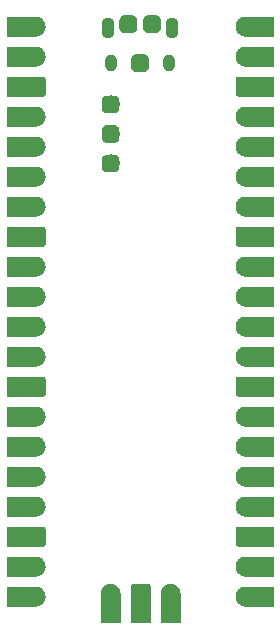
<source format=gbr>
G04 #@! TF.GenerationSoftware,KiCad,Pcbnew,(5.1.2)-2*
G04 #@! TF.CreationDate,2021-12-06T22:39:02-05:00*
G04 #@! TF.ProjectId,raspi_pico_christmas_tree,72617370-695f-4706-9963-6f5f63687269,rev?*
G04 #@! TF.SameCoordinates,Original*
G04 #@! TF.FileFunction,Paste,Top*
G04 #@! TF.FilePolarity,Positive*
%FSLAX46Y46*%
G04 Gerber Fmt 4.6, Leading zero omitted, Abs format (unit mm)*
G04 Created by KiCad (PCBNEW (5.1.2)-2) date 2021-12-06 22:39:02*
%MOMM*%
%LPD*%
G04 APERTURE LIST*
%ADD10C,0.010000*%
%ADD11O,1.050000X1.450000*%
%ADD12O,1.100000X1.800000*%
%ADD13C,0.100000*%
%ADD14C,1.500000*%
G04 APERTURE END LIST*
D10*
G36*
X139340000Y-115600000D02*
G01*
X139340000Y-113200000D01*
X139341000Y-113158000D01*
X139344000Y-113116000D01*
X139350000Y-113075000D01*
X139357000Y-113034000D01*
X139367000Y-112993000D01*
X139379000Y-112953000D01*
X139393000Y-112913000D01*
X139409000Y-112875000D01*
X139427000Y-112837000D01*
X139447000Y-112800000D01*
X139469000Y-112764000D01*
X139493000Y-112730000D01*
X139518000Y-112697000D01*
X139545000Y-112665000D01*
X139574000Y-112634000D01*
X139605000Y-112605000D01*
X139637000Y-112578000D01*
X139670000Y-112553000D01*
X139704000Y-112529000D01*
X139740000Y-112507000D01*
X139777000Y-112487000D01*
X139815000Y-112469000D01*
X139853000Y-112453000D01*
X139893000Y-112439000D01*
X139933000Y-112427000D01*
X139974000Y-112417000D01*
X140015000Y-112410000D01*
X140056000Y-112404000D01*
X140098000Y-112401000D01*
X140140000Y-112400000D01*
X140182000Y-112401000D01*
X140224000Y-112404000D01*
X140265000Y-112410000D01*
X140306000Y-112417000D01*
X140347000Y-112427000D01*
X140387000Y-112439000D01*
X140427000Y-112453000D01*
X140465000Y-112469000D01*
X140503000Y-112487000D01*
X140540000Y-112507000D01*
X140576000Y-112529000D01*
X140610000Y-112553000D01*
X140643000Y-112578000D01*
X140675000Y-112605000D01*
X140706000Y-112634000D01*
X140735000Y-112665000D01*
X140762000Y-112697000D01*
X140787000Y-112730000D01*
X140811000Y-112764000D01*
X140833000Y-112800000D01*
X140853000Y-112837000D01*
X140871000Y-112875000D01*
X140887000Y-112913000D01*
X140901000Y-112953000D01*
X140913000Y-112993000D01*
X140923000Y-113034000D01*
X140930000Y-113075000D01*
X140936000Y-113116000D01*
X140939000Y-113158000D01*
X140940000Y-113200000D01*
X140940000Y-115600000D01*
X139340000Y-115600000D01*
X139340000Y-115600000D01*
G37*
X139340000Y-115600000D02*
X139340000Y-113200000D01*
X139341000Y-113158000D01*
X139344000Y-113116000D01*
X139350000Y-113075000D01*
X139357000Y-113034000D01*
X139367000Y-112993000D01*
X139379000Y-112953000D01*
X139393000Y-112913000D01*
X139409000Y-112875000D01*
X139427000Y-112837000D01*
X139447000Y-112800000D01*
X139469000Y-112764000D01*
X139493000Y-112730000D01*
X139518000Y-112697000D01*
X139545000Y-112665000D01*
X139574000Y-112634000D01*
X139605000Y-112605000D01*
X139637000Y-112578000D01*
X139670000Y-112553000D01*
X139704000Y-112529000D01*
X139740000Y-112507000D01*
X139777000Y-112487000D01*
X139815000Y-112469000D01*
X139853000Y-112453000D01*
X139893000Y-112439000D01*
X139933000Y-112427000D01*
X139974000Y-112417000D01*
X140015000Y-112410000D01*
X140056000Y-112404000D01*
X140098000Y-112401000D01*
X140140000Y-112400000D01*
X140182000Y-112401000D01*
X140224000Y-112404000D01*
X140265000Y-112410000D01*
X140306000Y-112417000D01*
X140347000Y-112427000D01*
X140387000Y-112439000D01*
X140427000Y-112453000D01*
X140465000Y-112469000D01*
X140503000Y-112487000D01*
X140540000Y-112507000D01*
X140576000Y-112529000D01*
X140610000Y-112553000D01*
X140643000Y-112578000D01*
X140675000Y-112605000D01*
X140706000Y-112634000D01*
X140735000Y-112665000D01*
X140762000Y-112697000D01*
X140787000Y-112730000D01*
X140811000Y-112764000D01*
X140833000Y-112800000D01*
X140853000Y-112837000D01*
X140871000Y-112875000D01*
X140887000Y-112913000D01*
X140901000Y-112953000D01*
X140913000Y-112993000D01*
X140923000Y-113034000D01*
X140930000Y-113075000D01*
X140936000Y-113116000D01*
X140939000Y-113158000D01*
X140940000Y-113200000D01*
X140940000Y-115600000D01*
X139340000Y-115600000D01*
G36*
X136800000Y-115600000D02*
G01*
X136800000Y-112600000D01*
X136800000Y-112590000D01*
X136801000Y-112579000D01*
X136802000Y-112569000D01*
X136804000Y-112558000D01*
X136807000Y-112548000D01*
X136810000Y-112538000D01*
X136813000Y-112528000D01*
X136817000Y-112519000D01*
X136822000Y-112509000D01*
X136827000Y-112500000D01*
X136832000Y-112491000D01*
X136838000Y-112482000D01*
X136845000Y-112474000D01*
X136851000Y-112466000D01*
X136859000Y-112459000D01*
X136866000Y-112451000D01*
X136874000Y-112445000D01*
X136882000Y-112438000D01*
X136891000Y-112432000D01*
X136900000Y-112427000D01*
X136909000Y-112422000D01*
X136919000Y-112417000D01*
X136928000Y-112413000D01*
X136938000Y-112410000D01*
X136948000Y-112407000D01*
X136958000Y-112404000D01*
X136969000Y-112402000D01*
X136979000Y-112401000D01*
X136990000Y-112400000D01*
X137000000Y-112400000D01*
X138200000Y-112400000D01*
X138210000Y-112400000D01*
X138221000Y-112401000D01*
X138231000Y-112402000D01*
X138242000Y-112404000D01*
X138252000Y-112407000D01*
X138262000Y-112410000D01*
X138272000Y-112413000D01*
X138281000Y-112417000D01*
X138291000Y-112422000D01*
X138300000Y-112427000D01*
X138309000Y-112432000D01*
X138318000Y-112438000D01*
X138326000Y-112445000D01*
X138334000Y-112451000D01*
X138341000Y-112459000D01*
X138349000Y-112466000D01*
X138355000Y-112474000D01*
X138362000Y-112482000D01*
X138368000Y-112491000D01*
X138373000Y-112500000D01*
X138378000Y-112509000D01*
X138383000Y-112519000D01*
X138387000Y-112528000D01*
X138390000Y-112538000D01*
X138393000Y-112548000D01*
X138396000Y-112558000D01*
X138398000Y-112569000D01*
X138399000Y-112579000D01*
X138400000Y-112590000D01*
X138400000Y-112600000D01*
X138400000Y-115600000D01*
X136800000Y-115600000D01*
X136800000Y-115600000D01*
G37*
X136800000Y-115600000D02*
X136800000Y-112600000D01*
X136800000Y-112590000D01*
X136801000Y-112579000D01*
X136802000Y-112569000D01*
X136804000Y-112558000D01*
X136807000Y-112548000D01*
X136810000Y-112538000D01*
X136813000Y-112528000D01*
X136817000Y-112519000D01*
X136822000Y-112509000D01*
X136827000Y-112500000D01*
X136832000Y-112491000D01*
X136838000Y-112482000D01*
X136845000Y-112474000D01*
X136851000Y-112466000D01*
X136859000Y-112459000D01*
X136866000Y-112451000D01*
X136874000Y-112445000D01*
X136882000Y-112438000D01*
X136891000Y-112432000D01*
X136900000Y-112427000D01*
X136909000Y-112422000D01*
X136919000Y-112417000D01*
X136928000Y-112413000D01*
X136938000Y-112410000D01*
X136948000Y-112407000D01*
X136958000Y-112404000D01*
X136969000Y-112402000D01*
X136979000Y-112401000D01*
X136990000Y-112400000D01*
X137000000Y-112400000D01*
X138200000Y-112400000D01*
X138210000Y-112400000D01*
X138221000Y-112401000D01*
X138231000Y-112402000D01*
X138242000Y-112404000D01*
X138252000Y-112407000D01*
X138262000Y-112410000D01*
X138272000Y-112413000D01*
X138281000Y-112417000D01*
X138291000Y-112422000D01*
X138300000Y-112427000D01*
X138309000Y-112432000D01*
X138318000Y-112438000D01*
X138326000Y-112445000D01*
X138334000Y-112451000D01*
X138341000Y-112459000D01*
X138349000Y-112466000D01*
X138355000Y-112474000D01*
X138362000Y-112482000D01*
X138368000Y-112491000D01*
X138373000Y-112500000D01*
X138378000Y-112509000D01*
X138383000Y-112519000D01*
X138387000Y-112528000D01*
X138390000Y-112538000D01*
X138393000Y-112548000D01*
X138396000Y-112558000D01*
X138398000Y-112569000D01*
X138399000Y-112579000D01*
X138400000Y-112590000D01*
X138400000Y-112600000D01*
X138400000Y-115600000D01*
X136800000Y-115600000D01*
G36*
X134260000Y-115600000D02*
G01*
X134260000Y-113200000D01*
X134261000Y-113158000D01*
X134264000Y-113116000D01*
X134270000Y-113075000D01*
X134277000Y-113034000D01*
X134287000Y-112993000D01*
X134299000Y-112953000D01*
X134313000Y-112913000D01*
X134329000Y-112875000D01*
X134347000Y-112837000D01*
X134367000Y-112800000D01*
X134389000Y-112764000D01*
X134413000Y-112730000D01*
X134438000Y-112697000D01*
X134465000Y-112665000D01*
X134494000Y-112634000D01*
X134525000Y-112605000D01*
X134557000Y-112578000D01*
X134590000Y-112553000D01*
X134624000Y-112529000D01*
X134660000Y-112507000D01*
X134697000Y-112487000D01*
X134735000Y-112469000D01*
X134773000Y-112453000D01*
X134813000Y-112439000D01*
X134853000Y-112427000D01*
X134894000Y-112417000D01*
X134935000Y-112410000D01*
X134976000Y-112404000D01*
X135018000Y-112401000D01*
X135060000Y-112400000D01*
X135102000Y-112401000D01*
X135144000Y-112404000D01*
X135185000Y-112410000D01*
X135226000Y-112417000D01*
X135267000Y-112427000D01*
X135307000Y-112439000D01*
X135347000Y-112453000D01*
X135385000Y-112469000D01*
X135423000Y-112487000D01*
X135460000Y-112507000D01*
X135496000Y-112529000D01*
X135530000Y-112553000D01*
X135563000Y-112578000D01*
X135595000Y-112605000D01*
X135626000Y-112634000D01*
X135655000Y-112665000D01*
X135682000Y-112697000D01*
X135707000Y-112730000D01*
X135731000Y-112764000D01*
X135753000Y-112800000D01*
X135773000Y-112837000D01*
X135791000Y-112875000D01*
X135807000Y-112913000D01*
X135821000Y-112953000D01*
X135833000Y-112993000D01*
X135843000Y-113034000D01*
X135850000Y-113075000D01*
X135856000Y-113116000D01*
X135859000Y-113158000D01*
X135860000Y-113200000D01*
X135860000Y-115600000D01*
X134260000Y-115600000D01*
X134260000Y-115600000D01*
G37*
X134260000Y-115600000D02*
X134260000Y-113200000D01*
X134261000Y-113158000D01*
X134264000Y-113116000D01*
X134270000Y-113075000D01*
X134277000Y-113034000D01*
X134287000Y-112993000D01*
X134299000Y-112953000D01*
X134313000Y-112913000D01*
X134329000Y-112875000D01*
X134347000Y-112837000D01*
X134367000Y-112800000D01*
X134389000Y-112764000D01*
X134413000Y-112730000D01*
X134438000Y-112697000D01*
X134465000Y-112665000D01*
X134494000Y-112634000D01*
X134525000Y-112605000D01*
X134557000Y-112578000D01*
X134590000Y-112553000D01*
X134624000Y-112529000D01*
X134660000Y-112507000D01*
X134697000Y-112487000D01*
X134735000Y-112469000D01*
X134773000Y-112453000D01*
X134813000Y-112439000D01*
X134853000Y-112427000D01*
X134894000Y-112417000D01*
X134935000Y-112410000D01*
X134976000Y-112404000D01*
X135018000Y-112401000D01*
X135060000Y-112400000D01*
X135102000Y-112401000D01*
X135144000Y-112404000D01*
X135185000Y-112410000D01*
X135226000Y-112417000D01*
X135267000Y-112427000D01*
X135307000Y-112439000D01*
X135347000Y-112453000D01*
X135385000Y-112469000D01*
X135423000Y-112487000D01*
X135460000Y-112507000D01*
X135496000Y-112529000D01*
X135530000Y-112553000D01*
X135563000Y-112578000D01*
X135595000Y-112605000D01*
X135626000Y-112634000D01*
X135655000Y-112665000D01*
X135682000Y-112697000D01*
X135707000Y-112730000D01*
X135731000Y-112764000D01*
X135753000Y-112800000D01*
X135773000Y-112837000D01*
X135791000Y-112875000D01*
X135807000Y-112913000D01*
X135821000Y-112953000D01*
X135833000Y-112993000D01*
X135843000Y-113034000D01*
X135850000Y-113075000D01*
X135856000Y-113116000D01*
X135859000Y-113158000D01*
X135860000Y-113200000D01*
X135860000Y-115600000D01*
X134260000Y-115600000D01*
G36*
X139340000Y-115600000D02*
G01*
X139340000Y-113200000D01*
X139341000Y-113158000D01*
X139344000Y-113116000D01*
X139350000Y-113075000D01*
X139357000Y-113034000D01*
X139367000Y-112993000D01*
X139379000Y-112953000D01*
X139393000Y-112913000D01*
X139409000Y-112875000D01*
X139427000Y-112837000D01*
X139447000Y-112800000D01*
X139469000Y-112764000D01*
X139493000Y-112730000D01*
X139518000Y-112697000D01*
X139545000Y-112665000D01*
X139574000Y-112634000D01*
X139605000Y-112605000D01*
X139637000Y-112578000D01*
X139670000Y-112553000D01*
X139704000Y-112529000D01*
X139740000Y-112507000D01*
X139777000Y-112487000D01*
X139815000Y-112469000D01*
X139853000Y-112453000D01*
X139893000Y-112439000D01*
X139933000Y-112427000D01*
X139974000Y-112417000D01*
X140015000Y-112410000D01*
X140056000Y-112404000D01*
X140098000Y-112401000D01*
X140140000Y-112400000D01*
X140182000Y-112401000D01*
X140224000Y-112404000D01*
X140265000Y-112410000D01*
X140306000Y-112417000D01*
X140347000Y-112427000D01*
X140387000Y-112439000D01*
X140427000Y-112453000D01*
X140465000Y-112469000D01*
X140503000Y-112487000D01*
X140540000Y-112507000D01*
X140576000Y-112529000D01*
X140610000Y-112553000D01*
X140643000Y-112578000D01*
X140675000Y-112605000D01*
X140706000Y-112634000D01*
X140735000Y-112665000D01*
X140762000Y-112697000D01*
X140787000Y-112730000D01*
X140811000Y-112764000D01*
X140833000Y-112800000D01*
X140853000Y-112837000D01*
X140871000Y-112875000D01*
X140887000Y-112913000D01*
X140901000Y-112953000D01*
X140913000Y-112993000D01*
X140923000Y-113034000D01*
X140930000Y-113075000D01*
X140936000Y-113116000D01*
X140939000Y-113158000D01*
X140940000Y-113200000D01*
X140940000Y-115600000D01*
X139340000Y-115600000D01*
X139340000Y-115600000D01*
G37*
X139340000Y-115600000D02*
X139340000Y-113200000D01*
X139341000Y-113158000D01*
X139344000Y-113116000D01*
X139350000Y-113075000D01*
X139357000Y-113034000D01*
X139367000Y-112993000D01*
X139379000Y-112953000D01*
X139393000Y-112913000D01*
X139409000Y-112875000D01*
X139427000Y-112837000D01*
X139447000Y-112800000D01*
X139469000Y-112764000D01*
X139493000Y-112730000D01*
X139518000Y-112697000D01*
X139545000Y-112665000D01*
X139574000Y-112634000D01*
X139605000Y-112605000D01*
X139637000Y-112578000D01*
X139670000Y-112553000D01*
X139704000Y-112529000D01*
X139740000Y-112507000D01*
X139777000Y-112487000D01*
X139815000Y-112469000D01*
X139853000Y-112453000D01*
X139893000Y-112439000D01*
X139933000Y-112427000D01*
X139974000Y-112417000D01*
X140015000Y-112410000D01*
X140056000Y-112404000D01*
X140098000Y-112401000D01*
X140140000Y-112400000D01*
X140182000Y-112401000D01*
X140224000Y-112404000D01*
X140265000Y-112410000D01*
X140306000Y-112417000D01*
X140347000Y-112427000D01*
X140387000Y-112439000D01*
X140427000Y-112453000D01*
X140465000Y-112469000D01*
X140503000Y-112487000D01*
X140540000Y-112507000D01*
X140576000Y-112529000D01*
X140610000Y-112553000D01*
X140643000Y-112578000D01*
X140675000Y-112605000D01*
X140706000Y-112634000D01*
X140735000Y-112665000D01*
X140762000Y-112697000D01*
X140787000Y-112730000D01*
X140811000Y-112764000D01*
X140833000Y-112800000D01*
X140853000Y-112837000D01*
X140871000Y-112875000D01*
X140887000Y-112913000D01*
X140901000Y-112953000D01*
X140913000Y-112993000D01*
X140923000Y-113034000D01*
X140930000Y-113075000D01*
X140936000Y-113116000D01*
X140939000Y-113158000D01*
X140940000Y-113200000D01*
X140940000Y-115600000D01*
X139340000Y-115600000D01*
G36*
X136800000Y-115600000D02*
G01*
X136800000Y-112600000D01*
X136800000Y-112590000D01*
X136801000Y-112579000D01*
X136802000Y-112569000D01*
X136804000Y-112558000D01*
X136807000Y-112548000D01*
X136810000Y-112538000D01*
X136813000Y-112528000D01*
X136817000Y-112519000D01*
X136822000Y-112509000D01*
X136827000Y-112500000D01*
X136832000Y-112491000D01*
X136838000Y-112482000D01*
X136845000Y-112474000D01*
X136851000Y-112466000D01*
X136859000Y-112459000D01*
X136866000Y-112451000D01*
X136874000Y-112445000D01*
X136882000Y-112438000D01*
X136891000Y-112432000D01*
X136900000Y-112427000D01*
X136909000Y-112422000D01*
X136919000Y-112417000D01*
X136928000Y-112413000D01*
X136938000Y-112410000D01*
X136948000Y-112407000D01*
X136958000Y-112404000D01*
X136969000Y-112402000D01*
X136979000Y-112401000D01*
X136990000Y-112400000D01*
X137000000Y-112400000D01*
X138200000Y-112400000D01*
X138210000Y-112400000D01*
X138221000Y-112401000D01*
X138231000Y-112402000D01*
X138242000Y-112404000D01*
X138252000Y-112407000D01*
X138262000Y-112410000D01*
X138272000Y-112413000D01*
X138281000Y-112417000D01*
X138291000Y-112422000D01*
X138300000Y-112427000D01*
X138309000Y-112432000D01*
X138318000Y-112438000D01*
X138326000Y-112445000D01*
X138334000Y-112451000D01*
X138341000Y-112459000D01*
X138349000Y-112466000D01*
X138355000Y-112474000D01*
X138362000Y-112482000D01*
X138368000Y-112491000D01*
X138373000Y-112500000D01*
X138378000Y-112509000D01*
X138383000Y-112519000D01*
X138387000Y-112528000D01*
X138390000Y-112538000D01*
X138393000Y-112548000D01*
X138396000Y-112558000D01*
X138398000Y-112569000D01*
X138399000Y-112579000D01*
X138400000Y-112590000D01*
X138400000Y-112600000D01*
X138400000Y-115600000D01*
X136800000Y-115600000D01*
X136800000Y-115600000D01*
G37*
X136800000Y-115600000D02*
X136800000Y-112600000D01*
X136800000Y-112590000D01*
X136801000Y-112579000D01*
X136802000Y-112569000D01*
X136804000Y-112558000D01*
X136807000Y-112548000D01*
X136810000Y-112538000D01*
X136813000Y-112528000D01*
X136817000Y-112519000D01*
X136822000Y-112509000D01*
X136827000Y-112500000D01*
X136832000Y-112491000D01*
X136838000Y-112482000D01*
X136845000Y-112474000D01*
X136851000Y-112466000D01*
X136859000Y-112459000D01*
X136866000Y-112451000D01*
X136874000Y-112445000D01*
X136882000Y-112438000D01*
X136891000Y-112432000D01*
X136900000Y-112427000D01*
X136909000Y-112422000D01*
X136919000Y-112417000D01*
X136928000Y-112413000D01*
X136938000Y-112410000D01*
X136948000Y-112407000D01*
X136958000Y-112404000D01*
X136969000Y-112402000D01*
X136979000Y-112401000D01*
X136990000Y-112400000D01*
X137000000Y-112400000D01*
X138200000Y-112400000D01*
X138210000Y-112400000D01*
X138221000Y-112401000D01*
X138231000Y-112402000D01*
X138242000Y-112404000D01*
X138252000Y-112407000D01*
X138262000Y-112410000D01*
X138272000Y-112413000D01*
X138281000Y-112417000D01*
X138291000Y-112422000D01*
X138300000Y-112427000D01*
X138309000Y-112432000D01*
X138318000Y-112438000D01*
X138326000Y-112445000D01*
X138334000Y-112451000D01*
X138341000Y-112459000D01*
X138349000Y-112466000D01*
X138355000Y-112474000D01*
X138362000Y-112482000D01*
X138368000Y-112491000D01*
X138373000Y-112500000D01*
X138378000Y-112509000D01*
X138383000Y-112519000D01*
X138387000Y-112528000D01*
X138390000Y-112538000D01*
X138393000Y-112548000D01*
X138396000Y-112558000D01*
X138398000Y-112569000D01*
X138399000Y-112579000D01*
X138400000Y-112590000D01*
X138400000Y-112600000D01*
X138400000Y-115600000D01*
X136800000Y-115600000D01*
G36*
X134260000Y-115600000D02*
G01*
X134260000Y-113200000D01*
X134261000Y-113158000D01*
X134264000Y-113116000D01*
X134270000Y-113075000D01*
X134277000Y-113034000D01*
X134287000Y-112993000D01*
X134299000Y-112953000D01*
X134313000Y-112913000D01*
X134329000Y-112875000D01*
X134347000Y-112837000D01*
X134367000Y-112800000D01*
X134389000Y-112764000D01*
X134413000Y-112730000D01*
X134438000Y-112697000D01*
X134465000Y-112665000D01*
X134494000Y-112634000D01*
X134525000Y-112605000D01*
X134557000Y-112578000D01*
X134590000Y-112553000D01*
X134624000Y-112529000D01*
X134660000Y-112507000D01*
X134697000Y-112487000D01*
X134735000Y-112469000D01*
X134773000Y-112453000D01*
X134813000Y-112439000D01*
X134853000Y-112427000D01*
X134894000Y-112417000D01*
X134935000Y-112410000D01*
X134976000Y-112404000D01*
X135018000Y-112401000D01*
X135060000Y-112400000D01*
X135102000Y-112401000D01*
X135144000Y-112404000D01*
X135185000Y-112410000D01*
X135226000Y-112417000D01*
X135267000Y-112427000D01*
X135307000Y-112439000D01*
X135347000Y-112453000D01*
X135385000Y-112469000D01*
X135423000Y-112487000D01*
X135460000Y-112507000D01*
X135496000Y-112529000D01*
X135530000Y-112553000D01*
X135563000Y-112578000D01*
X135595000Y-112605000D01*
X135626000Y-112634000D01*
X135655000Y-112665000D01*
X135682000Y-112697000D01*
X135707000Y-112730000D01*
X135731000Y-112764000D01*
X135753000Y-112800000D01*
X135773000Y-112837000D01*
X135791000Y-112875000D01*
X135807000Y-112913000D01*
X135821000Y-112953000D01*
X135833000Y-112993000D01*
X135843000Y-113034000D01*
X135850000Y-113075000D01*
X135856000Y-113116000D01*
X135859000Y-113158000D01*
X135860000Y-113200000D01*
X135860000Y-115600000D01*
X134260000Y-115600000D01*
X134260000Y-115600000D01*
G37*
X134260000Y-115600000D02*
X134260000Y-113200000D01*
X134261000Y-113158000D01*
X134264000Y-113116000D01*
X134270000Y-113075000D01*
X134277000Y-113034000D01*
X134287000Y-112993000D01*
X134299000Y-112953000D01*
X134313000Y-112913000D01*
X134329000Y-112875000D01*
X134347000Y-112837000D01*
X134367000Y-112800000D01*
X134389000Y-112764000D01*
X134413000Y-112730000D01*
X134438000Y-112697000D01*
X134465000Y-112665000D01*
X134494000Y-112634000D01*
X134525000Y-112605000D01*
X134557000Y-112578000D01*
X134590000Y-112553000D01*
X134624000Y-112529000D01*
X134660000Y-112507000D01*
X134697000Y-112487000D01*
X134735000Y-112469000D01*
X134773000Y-112453000D01*
X134813000Y-112439000D01*
X134853000Y-112427000D01*
X134894000Y-112417000D01*
X134935000Y-112410000D01*
X134976000Y-112404000D01*
X135018000Y-112401000D01*
X135060000Y-112400000D01*
X135102000Y-112401000D01*
X135144000Y-112404000D01*
X135185000Y-112410000D01*
X135226000Y-112417000D01*
X135267000Y-112427000D01*
X135307000Y-112439000D01*
X135347000Y-112453000D01*
X135385000Y-112469000D01*
X135423000Y-112487000D01*
X135460000Y-112507000D01*
X135496000Y-112529000D01*
X135530000Y-112553000D01*
X135563000Y-112578000D01*
X135595000Y-112605000D01*
X135626000Y-112634000D01*
X135655000Y-112665000D01*
X135682000Y-112697000D01*
X135707000Y-112730000D01*
X135731000Y-112764000D01*
X135753000Y-112800000D01*
X135773000Y-112837000D01*
X135791000Y-112875000D01*
X135807000Y-112913000D01*
X135821000Y-112953000D01*
X135833000Y-112993000D01*
X135843000Y-113034000D01*
X135850000Y-113075000D01*
X135856000Y-113116000D01*
X135859000Y-113158000D01*
X135860000Y-113200000D01*
X135860000Y-115600000D01*
X134260000Y-115600000D01*
G36*
X148890000Y-109150000D02*
G01*
X148890000Y-107550000D01*
X145890000Y-107550000D01*
X145880000Y-107550000D01*
X145869000Y-107551000D01*
X145859000Y-107552000D01*
X145848000Y-107554000D01*
X145838000Y-107557000D01*
X145828000Y-107560000D01*
X145818000Y-107563000D01*
X145809000Y-107567000D01*
X145799000Y-107572000D01*
X145790000Y-107577000D01*
X145781000Y-107582000D01*
X145772000Y-107588000D01*
X145764000Y-107595000D01*
X145756000Y-107601000D01*
X145749000Y-107609000D01*
X145741000Y-107616000D01*
X145735000Y-107624000D01*
X145728000Y-107632000D01*
X145722000Y-107641000D01*
X145717000Y-107650000D01*
X145712000Y-107659000D01*
X145707000Y-107669000D01*
X145703000Y-107678000D01*
X145700000Y-107688000D01*
X145697000Y-107698000D01*
X145694000Y-107708000D01*
X145692000Y-107719000D01*
X145691000Y-107729000D01*
X145690000Y-107740000D01*
X145690000Y-107750000D01*
X145690000Y-108950000D01*
X145690000Y-108960000D01*
X145691000Y-108971000D01*
X145692000Y-108981000D01*
X145694000Y-108992000D01*
X145697000Y-109002000D01*
X145700000Y-109012000D01*
X145703000Y-109022000D01*
X145707000Y-109031000D01*
X145712000Y-109041000D01*
X145717000Y-109050000D01*
X145722000Y-109059000D01*
X145728000Y-109068000D01*
X145735000Y-109076000D01*
X145741000Y-109084000D01*
X145749000Y-109091000D01*
X145756000Y-109099000D01*
X145764000Y-109105000D01*
X145772000Y-109112000D01*
X145781000Y-109118000D01*
X145790000Y-109123000D01*
X145799000Y-109128000D01*
X145809000Y-109133000D01*
X145818000Y-109137000D01*
X145828000Y-109140000D01*
X145838000Y-109143000D01*
X145848000Y-109146000D01*
X145859000Y-109148000D01*
X145869000Y-109149000D01*
X145880000Y-109150000D01*
X145890000Y-109150000D01*
X148890000Y-109150000D01*
X148890000Y-109150000D01*
G37*
X148890000Y-109150000D02*
X148890000Y-107550000D01*
X145890000Y-107550000D01*
X145880000Y-107550000D01*
X145869000Y-107551000D01*
X145859000Y-107552000D01*
X145848000Y-107554000D01*
X145838000Y-107557000D01*
X145828000Y-107560000D01*
X145818000Y-107563000D01*
X145809000Y-107567000D01*
X145799000Y-107572000D01*
X145790000Y-107577000D01*
X145781000Y-107582000D01*
X145772000Y-107588000D01*
X145764000Y-107595000D01*
X145756000Y-107601000D01*
X145749000Y-107609000D01*
X145741000Y-107616000D01*
X145735000Y-107624000D01*
X145728000Y-107632000D01*
X145722000Y-107641000D01*
X145717000Y-107650000D01*
X145712000Y-107659000D01*
X145707000Y-107669000D01*
X145703000Y-107678000D01*
X145700000Y-107688000D01*
X145697000Y-107698000D01*
X145694000Y-107708000D01*
X145692000Y-107719000D01*
X145691000Y-107729000D01*
X145690000Y-107740000D01*
X145690000Y-107750000D01*
X145690000Y-108950000D01*
X145690000Y-108960000D01*
X145691000Y-108971000D01*
X145692000Y-108981000D01*
X145694000Y-108992000D01*
X145697000Y-109002000D01*
X145700000Y-109012000D01*
X145703000Y-109022000D01*
X145707000Y-109031000D01*
X145712000Y-109041000D01*
X145717000Y-109050000D01*
X145722000Y-109059000D01*
X145728000Y-109068000D01*
X145735000Y-109076000D01*
X145741000Y-109084000D01*
X145749000Y-109091000D01*
X145756000Y-109099000D01*
X145764000Y-109105000D01*
X145772000Y-109112000D01*
X145781000Y-109118000D01*
X145790000Y-109123000D01*
X145799000Y-109128000D01*
X145809000Y-109133000D01*
X145818000Y-109137000D01*
X145828000Y-109140000D01*
X145838000Y-109143000D01*
X145848000Y-109146000D01*
X145859000Y-109148000D01*
X145869000Y-109149000D01*
X145880000Y-109150000D01*
X145890000Y-109150000D01*
X148890000Y-109150000D01*
G36*
X148890000Y-96450000D02*
G01*
X148890000Y-94850000D01*
X145890000Y-94850000D01*
X145880000Y-94850000D01*
X145869000Y-94851000D01*
X145859000Y-94852000D01*
X145848000Y-94854000D01*
X145838000Y-94857000D01*
X145828000Y-94860000D01*
X145818000Y-94863000D01*
X145809000Y-94867000D01*
X145799000Y-94872000D01*
X145790000Y-94877000D01*
X145781000Y-94882000D01*
X145772000Y-94888000D01*
X145764000Y-94895000D01*
X145756000Y-94901000D01*
X145749000Y-94909000D01*
X145741000Y-94916000D01*
X145735000Y-94924000D01*
X145728000Y-94932000D01*
X145722000Y-94941000D01*
X145717000Y-94950000D01*
X145712000Y-94959000D01*
X145707000Y-94969000D01*
X145703000Y-94978000D01*
X145700000Y-94988000D01*
X145697000Y-94998000D01*
X145694000Y-95008000D01*
X145692000Y-95019000D01*
X145691000Y-95029000D01*
X145690000Y-95040000D01*
X145690000Y-95050000D01*
X145690000Y-96250000D01*
X145690000Y-96260000D01*
X145691000Y-96271000D01*
X145692000Y-96281000D01*
X145694000Y-96292000D01*
X145697000Y-96302000D01*
X145700000Y-96312000D01*
X145703000Y-96322000D01*
X145707000Y-96331000D01*
X145712000Y-96341000D01*
X145717000Y-96350000D01*
X145722000Y-96359000D01*
X145728000Y-96368000D01*
X145735000Y-96376000D01*
X145741000Y-96384000D01*
X145749000Y-96391000D01*
X145756000Y-96399000D01*
X145764000Y-96405000D01*
X145772000Y-96412000D01*
X145781000Y-96418000D01*
X145790000Y-96423000D01*
X145799000Y-96428000D01*
X145809000Y-96433000D01*
X145818000Y-96437000D01*
X145828000Y-96440000D01*
X145838000Y-96443000D01*
X145848000Y-96446000D01*
X145859000Y-96448000D01*
X145869000Y-96449000D01*
X145880000Y-96450000D01*
X145890000Y-96450000D01*
X148890000Y-96450000D01*
X148890000Y-96450000D01*
G37*
X148890000Y-96450000D02*
X148890000Y-94850000D01*
X145890000Y-94850000D01*
X145880000Y-94850000D01*
X145869000Y-94851000D01*
X145859000Y-94852000D01*
X145848000Y-94854000D01*
X145838000Y-94857000D01*
X145828000Y-94860000D01*
X145818000Y-94863000D01*
X145809000Y-94867000D01*
X145799000Y-94872000D01*
X145790000Y-94877000D01*
X145781000Y-94882000D01*
X145772000Y-94888000D01*
X145764000Y-94895000D01*
X145756000Y-94901000D01*
X145749000Y-94909000D01*
X145741000Y-94916000D01*
X145735000Y-94924000D01*
X145728000Y-94932000D01*
X145722000Y-94941000D01*
X145717000Y-94950000D01*
X145712000Y-94959000D01*
X145707000Y-94969000D01*
X145703000Y-94978000D01*
X145700000Y-94988000D01*
X145697000Y-94998000D01*
X145694000Y-95008000D01*
X145692000Y-95019000D01*
X145691000Y-95029000D01*
X145690000Y-95040000D01*
X145690000Y-95050000D01*
X145690000Y-96250000D01*
X145690000Y-96260000D01*
X145691000Y-96271000D01*
X145692000Y-96281000D01*
X145694000Y-96292000D01*
X145697000Y-96302000D01*
X145700000Y-96312000D01*
X145703000Y-96322000D01*
X145707000Y-96331000D01*
X145712000Y-96341000D01*
X145717000Y-96350000D01*
X145722000Y-96359000D01*
X145728000Y-96368000D01*
X145735000Y-96376000D01*
X145741000Y-96384000D01*
X145749000Y-96391000D01*
X145756000Y-96399000D01*
X145764000Y-96405000D01*
X145772000Y-96412000D01*
X145781000Y-96418000D01*
X145790000Y-96423000D01*
X145799000Y-96428000D01*
X145809000Y-96433000D01*
X145818000Y-96437000D01*
X145828000Y-96440000D01*
X145838000Y-96443000D01*
X145848000Y-96446000D01*
X145859000Y-96448000D01*
X145869000Y-96449000D01*
X145880000Y-96450000D01*
X145890000Y-96450000D01*
X148890000Y-96450000D01*
G36*
X148890000Y-83750000D02*
G01*
X148890000Y-82150000D01*
X145890000Y-82150000D01*
X145880000Y-82150000D01*
X145869000Y-82151000D01*
X145859000Y-82152000D01*
X145848000Y-82154000D01*
X145838000Y-82157000D01*
X145828000Y-82160000D01*
X145818000Y-82163000D01*
X145809000Y-82167000D01*
X145799000Y-82172000D01*
X145790000Y-82177000D01*
X145781000Y-82182000D01*
X145772000Y-82188000D01*
X145764000Y-82195000D01*
X145756000Y-82201000D01*
X145749000Y-82209000D01*
X145741000Y-82216000D01*
X145735000Y-82224000D01*
X145728000Y-82232000D01*
X145722000Y-82241000D01*
X145717000Y-82250000D01*
X145712000Y-82259000D01*
X145707000Y-82269000D01*
X145703000Y-82278000D01*
X145700000Y-82288000D01*
X145697000Y-82298000D01*
X145694000Y-82308000D01*
X145692000Y-82319000D01*
X145691000Y-82329000D01*
X145690000Y-82340000D01*
X145690000Y-82350000D01*
X145690000Y-83550000D01*
X145690000Y-83560000D01*
X145691000Y-83571000D01*
X145692000Y-83581000D01*
X145694000Y-83592000D01*
X145697000Y-83602000D01*
X145700000Y-83612000D01*
X145703000Y-83622000D01*
X145707000Y-83631000D01*
X145712000Y-83641000D01*
X145717000Y-83650000D01*
X145722000Y-83659000D01*
X145728000Y-83668000D01*
X145735000Y-83676000D01*
X145741000Y-83684000D01*
X145749000Y-83691000D01*
X145756000Y-83699000D01*
X145764000Y-83705000D01*
X145772000Y-83712000D01*
X145781000Y-83718000D01*
X145790000Y-83723000D01*
X145799000Y-83728000D01*
X145809000Y-83733000D01*
X145818000Y-83737000D01*
X145828000Y-83740000D01*
X145838000Y-83743000D01*
X145848000Y-83746000D01*
X145859000Y-83748000D01*
X145869000Y-83749000D01*
X145880000Y-83750000D01*
X145890000Y-83750000D01*
X148890000Y-83750000D01*
X148890000Y-83750000D01*
G37*
X148890000Y-83750000D02*
X148890000Y-82150000D01*
X145890000Y-82150000D01*
X145880000Y-82150000D01*
X145869000Y-82151000D01*
X145859000Y-82152000D01*
X145848000Y-82154000D01*
X145838000Y-82157000D01*
X145828000Y-82160000D01*
X145818000Y-82163000D01*
X145809000Y-82167000D01*
X145799000Y-82172000D01*
X145790000Y-82177000D01*
X145781000Y-82182000D01*
X145772000Y-82188000D01*
X145764000Y-82195000D01*
X145756000Y-82201000D01*
X145749000Y-82209000D01*
X145741000Y-82216000D01*
X145735000Y-82224000D01*
X145728000Y-82232000D01*
X145722000Y-82241000D01*
X145717000Y-82250000D01*
X145712000Y-82259000D01*
X145707000Y-82269000D01*
X145703000Y-82278000D01*
X145700000Y-82288000D01*
X145697000Y-82298000D01*
X145694000Y-82308000D01*
X145692000Y-82319000D01*
X145691000Y-82329000D01*
X145690000Y-82340000D01*
X145690000Y-82350000D01*
X145690000Y-83550000D01*
X145690000Y-83560000D01*
X145691000Y-83571000D01*
X145692000Y-83581000D01*
X145694000Y-83592000D01*
X145697000Y-83602000D01*
X145700000Y-83612000D01*
X145703000Y-83622000D01*
X145707000Y-83631000D01*
X145712000Y-83641000D01*
X145717000Y-83650000D01*
X145722000Y-83659000D01*
X145728000Y-83668000D01*
X145735000Y-83676000D01*
X145741000Y-83684000D01*
X145749000Y-83691000D01*
X145756000Y-83699000D01*
X145764000Y-83705000D01*
X145772000Y-83712000D01*
X145781000Y-83718000D01*
X145790000Y-83723000D01*
X145799000Y-83728000D01*
X145809000Y-83733000D01*
X145818000Y-83737000D01*
X145828000Y-83740000D01*
X145838000Y-83743000D01*
X145848000Y-83746000D01*
X145859000Y-83748000D01*
X145869000Y-83749000D01*
X145880000Y-83750000D01*
X145890000Y-83750000D01*
X148890000Y-83750000D01*
G36*
X148890000Y-114230000D02*
G01*
X148890000Y-112630000D01*
X146490000Y-112630000D01*
X146448000Y-112631000D01*
X146406000Y-112634000D01*
X146365000Y-112640000D01*
X146324000Y-112647000D01*
X146283000Y-112657000D01*
X146243000Y-112669000D01*
X146203000Y-112683000D01*
X146165000Y-112699000D01*
X146127000Y-112717000D01*
X146090000Y-112737000D01*
X146054000Y-112759000D01*
X146020000Y-112783000D01*
X145987000Y-112808000D01*
X145955000Y-112835000D01*
X145924000Y-112864000D01*
X145895000Y-112895000D01*
X145868000Y-112927000D01*
X145843000Y-112960000D01*
X145819000Y-112994000D01*
X145797000Y-113030000D01*
X145777000Y-113067000D01*
X145759000Y-113105000D01*
X145743000Y-113143000D01*
X145729000Y-113183000D01*
X145717000Y-113223000D01*
X145707000Y-113264000D01*
X145700000Y-113305000D01*
X145694000Y-113346000D01*
X145691000Y-113388000D01*
X145690000Y-113430000D01*
X145691000Y-113472000D01*
X145694000Y-113514000D01*
X145700000Y-113555000D01*
X145707000Y-113596000D01*
X145717000Y-113637000D01*
X145729000Y-113677000D01*
X145743000Y-113717000D01*
X145759000Y-113755000D01*
X145777000Y-113793000D01*
X145797000Y-113830000D01*
X145819000Y-113866000D01*
X145843000Y-113900000D01*
X145868000Y-113933000D01*
X145895000Y-113965000D01*
X145924000Y-113996000D01*
X145955000Y-114025000D01*
X145987000Y-114052000D01*
X146020000Y-114077000D01*
X146054000Y-114101000D01*
X146090000Y-114123000D01*
X146127000Y-114143000D01*
X146165000Y-114161000D01*
X146203000Y-114177000D01*
X146243000Y-114191000D01*
X146283000Y-114203000D01*
X146324000Y-114213000D01*
X146365000Y-114220000D01*
X146406000Y-114226000D01*
X146448000Y-114229000D01*
X146490000Y-114230000D01*
X148890000Y-114230000D01*
X148890000Y-114230000D01*
G37*
X148890000Y-114230000D02*
X148890000Y-112630000D01*
X146490000Y-112630000D01*
X146448000Y-112631000D01*
X146406000Y-112634000D01*
X146365000Y-112640000D01*
X146324000Y-112647000D01*
X146283000Y-112657000D01*
X146243000Y-112669000D01*
X146203000Y-112683000D01*
X146165000Y-112699000D01*
X146127000Y-112717000D01*
X146090000Y-112737000D01*
X146054000Y-112759000D01*
X146020000Y-112783000D01*
X145987000Y-112808000D01*
X145955000Y-112835000D01*
X145924000Y-112864000D01*
X145895000Y-112895000D01*
X145868000Y-112927000D01*
X145843000Y-112960000D01*
X145819000Y-112994000D01*
X145797000Y-113030000D01*
X145777000Y-113067000D01*
X145759000Y-113105000D01*
X145743000Y-113143000D01*
X145729000Y-113183000D01*
X145717000Y-113223000D01*
X145707000Y-113264000D01*
X145700000Y-113305000D01*
X145694000Y-113346000D01*
X145691000Y-113388000D01*
X145690000Y-113430000D01*
X145691000Y-113472000D01*
X145694000Y-113514000D01*
X145700000Y-113555000D01*
X145707000Y-113596000D01*
X145717000Y-113637000D01*
X145729000Y-113677000D01*
X145743000Y-113717000D01*
X145759000Y-113755000D01*
X145777000Y-113793000D01*
X145797000Y-113830000D01*
X145819000Y-113866000D01*
X145843000Y-113900000D01*
X145868000Y-113933000D01*
X145895000Y-113965000D01*
X145924000Y-113996000D01*
X145955000Y-114025000D01*
X145987000Y-114052000D01*
X146020000Y-114077000D01*
X146054000Y-114101000D01*
X146090000Y-114123000D01*
X146127000Y-114143000D01*
X146165000Y-114161000D01*
X146203000Y-114177000D01*
X146243000Y-114191000D01*
X146283000Y-114203000D01*
X146324000Y-114213000D01*
X146365000Y-114220000D01*
X146406000Y-114226000D01*
X146448000Y-114229000D01*
X146490000Y-114230000D01*
X148890000Y-114230000D01*
G36*
X148890000Y-111690000D02*
G01*
X148890000Y-110090000D01*
X146490000Y-110090000D01*
X146448000Y-110091000D01*
X146406000Y-110094000D01*
X146365000Y-110100000D01*
X146324000Y-110107000D01*
X146283000Y-110117000D01*
X146243000Y-110129000D01*
X146203000Y-110143000D01*
X146165000Y-110159000D01*
X146127000Y-110177000D01*
X146090000Y-110197000D01*
X146054000Y-110219000D01*
X146020000Y-110243000D01*
X145987000Y-110268000D01*
X145955000Y-110295000D01*
X145924000Y-110324000D01*
X145895000Y-110355000D01*
X145868000Y-110387000D01*
X145843000Y-110420000D01*
X145819000Y-110454000D01*
X145797000Y-110490000D01*
X145777000Y-110527000D01*
X145759000Y-110565000D01*
X145743000Y-110603000D01*
X145729000Y-110643000D01*
X145717000Y-110683000D01*
X145707000Y-110724000D01*
X145700000Y-110765000D01*
X145694000Y-110806000D01*
X145691000Y-110848000D01*
X145690000Y-110890000D01*
X145691000Y-110932000D01*
X145694000Y-110974000D01*
X145700000Y-111015000D01*
X145707000Y-111056000D01*
X145717000Y-111097000D01*
X145729000Y-111137000D01*
X145743000Y-111177000D01*
X145759000Y-111215000D01*
X145777000Y-111253000D01*
X145797000Y-111290000D01*
X145819000Y-111326000D01*
X145843000Y-111360000D01*
X145868000Y-111393000D01*
X145895000Y-111425000D01*
X145924000Y-111456000D01*
X145955000Y-111485000D01*
X145987000Y-111512000D01*
X146020000Y-111537000D01*
X146054000Y-111561000D01*
X146090000Y-111583000D01*
X146127000Y-111603000D01*
X146165000Y-111621000D01*
X146203000Y-111637000D01*
X146243000Y-111651000D01*
X146283000Y-111663000D01*
X146324000Y-111673000D01*
X146365000Y-111680000D01*
X146406000Y-111686000D01*
X146448000Y-111689000D01*
X146490000Y-111690000D01*
X148890000Y-111690000D01*
X148890000Y-111690000D01*
G37*
X148890000Y-111690000D02*
X148890000Y-110090000D01*
X146490000Y-110090000D01*
X146448000Y-110091000D01*
X146406000Y-110094000D01*
X146365000Y-110100000D01*
X146324000Y-110107000D01*
X146283000Y-110117000D01*
X146243000Y-110129000D01*
X146203000Y-110143000D01*
X146165000Y-110159000D01*
X146127000Y-110177000D01*
X146090000Y-110197000D01*
X146054000Y-110219000D01*
X146020000Y-110243000D01*
X145987000Y-110268000D01*
X145955000Y-110295000D01*
X145924000Y-110324000D01*
X145895000Y-110355000D01*
X145868000Y-110387000D01*
X145843000Y-110420000D01*
X145819000Y-110454000D01*
X145797000Y-110490000D01*
X145777000Y-110527000D01*
X145759000Y-110565000D01*
X145743000Y-110603000D01*
X145729000Y-110643000D01*
X145717000Y-110683000D01*
X145707000Y-110724000D01*
X145700000Y-110765000D01*
X145694000Y-110806000D01*
X145691000Y-110848000D01*
X145690000Y-110890000D01*
X145691000Y-110932000D01*
X145694000Y-110974000D01*
X145700000Y-111015000D01*
X145707000Y-111056000D01*
X145717000Y-111097000D01*
X145729000Y-111137000D01*
X145743000Y-111177000D01*
X145759000Y-111215000D01*
X145777000Y-111253000D01*
X145797000Y-111290000D01*
X145819000Y-111326000D01*
X145843000Y-111360000D01*
X145868000Y-111393000D01*
X145895000Y-111425000D01*
X145924000Y-111456000D01*
X145955000Y-111485000D01*
X145987000Y-111512000D01*
X146020000Y-111537000D01*
X146054000Y-111561000D01*
X146090000Y-111583000D01*
X146127000Y-111603000D01*
X146165000Y-111621000D01*
X146203000Y-111637000D01*
X146243000Y-111651000D01*
X146283000Y-111663000D01*
X146324000Y-111673000D01*
X146365000Y-111680000D01*
X146406000Y-111686000D01*
X146448000Y-111689000D01*
X146490000Y-111690000D01*
X148890000Y-111690000D01*
G36*
X148890000Y-106610000D02*
G01*
X148890000Y-105010000D01*
X146490000Y-105010000D01*
X146448000Y-105011000D01*
X146406000Y-105014000D01*
X146365000Y-105020000D01*
X146324000Y-105027000D01*
X146283000Y-105037000D01*
X146243000Y-105049000D01*
X146203000Y-105063000D01*
X146165000Y-105079000D01*
X146127000Y-105097000D01*
X146090000Y-105117000D01*
X146054000Y-105139000D01*
X146020000Y-105163000D01*
X145987000Y-105188000D01*
X145955000Y-105215000D01*
X145924000Y-105244000D01*
X145895000Y-105275000D01*
X145868000Y-105307000D01*
X145843000Y-105340000D01*
X145819000Y-105374000D01*
X145797000Y-105410000D01*
X145777000Y-105447000D01*
X145759000Y-105485000D01*
X145743000Y-105523000D01*
X145729000Y-105563000D01*
X145717000Y-105603000D01*
X145707000Y-105644000D01*
X145700000Y-105685000D01*
X145694000Y-105726000D01*
X145691000Y-105768000D01*
X145690000Y-105810000D01*
X145691000Y-105852000D01*
X145694000Y-105894000D01*
X145700000Y-105935000D01*
X145707000Y-105976000D01*
X145717000Y-106017000D01*
X145729000Y-106057000D01*
X145743000Y-106097000D01*
X145759000Y-106135000D01*
X145777000Y-106173000D01*
X145797000Y-106210000D01*
X145819000Y-106246000D01*
X145843000Y-106280000D01*
X145868000Y-106313000D01*
X145895000Y-106345000D01*
X145924000Y-106376000D01*
X145955000Y-106405000D01*
X145987000Y-106432000D01*
X146020000Y-106457000D01*
X146054000Y-106481000D01*
X146090000Y-106503000D01*
X146127000Y-106523000D01*
X146165000Y-106541000D01*
X146203000Y-106557000D01*
X146243000Y-106571000D01*
X146283000Y-106583000D01*
X146324000Y-106593000D01*
X146365000Y-106600000D01*
X146406000Y-106606000D01*
X146448000Y-106609000D01*
X146490000Y-106610000D01*
X148890000Y-106610000D01*
X148890000Y-106610000D01*
G37*
X148890000Y-106610000D02*
X148890000Y-105010000D01*
X146490000Y-105010000D01*
X146448000Y-105011000D01*
X146406000Y-105014000D01*
X146365000Y-105020000D01*
X146324000Y-105027000D01*
X146283000Y-105037000D01*
X146243000Y-105049000D01*
X146203000Y-105063000D01*
X146165000Y-105079000D01*
X146127000Y-105097000D01*
X146090000Y-105117000D01*
X146054000Y-105139000D01*
X146020000Y-105163000D01*
X145987000Y-105188000D01*
X145955000Y-105215000D01*
X145924000Y-105244000D01*
X145895000Y-105275000D01*
X145868000Y-105307000D01*
X145843000Y-105340000D01*
X145819000Y-105374000D01*
X145797000Y-105410000D01*
X145777000Y-105447000D01*
X145759000Y-105485000D01*
X145743000Y-105523000D01*
X145729000Y-105563000D01*
X145717000Y-105603000D01*
X145707000Y-105644000D01*
X145700000Y-105685000D01*
X145694000Y-105726000D01*
X145691000Y-105768000D01*
X145690000Y-105810000D01*
X145691000Y-105852000D01*
X145694000Y-105894000D01*
X145700000Y-105935000D01*
X145707000Y-105976000D01*
X145717000Y-106017000D01*
X145729000Y-106057000D01*
X145743000Y-106097000D01*
X145759000Y-106135000D01*
X145777000Y-106173000D01*
X145797000Y-106210000D01*
X145819000Y-106246000D01*
X145843000Y-106280000D01*
X145868000Y-106313000D01*
X145895000Y-106345000D01*
X145924000Y-106376000D01*
X145955000Y-106405000D01*
X145987000Y-106432000D01*
X146020000Y-106457000D01*
X146054000Y-106481000D01*
X146090000Y-106503000D01*
X146127000Y-106523000D01*
X146165000Y-106541000D01*
X146203000Y-106557000D01*
X146243000Y-106571000D01*
X146283000Y-106583000D01*
X146324000Y-106593000D01*
X146365000Y-106600000D01*
X146406000Y-106606000D01*
X146448000Y-106609000D01*
X146490000Y-106610000D01*
X148890000Y-106610000D01*
G36*
X148890000Y-104070000D02*
G01*
X148890000Y-102470000D01*
X146490000Y-102470000D01*
X146448000Y-102471000D01*
X146406000Y-102474000D01*
X146365000Y-102480000D01*
X146324000Y-102487000D01*
X146283000Y-102497000D01*
X146243000Y-102509000D01*
X146203000Y-102523000D01*
X146165000Y-102539000D01*
X146127000Y-102557000D01*
X146090000Y-102577000D01*
X146054000Y-102599000D01*
X146020000Y-102623000D01*
X145987000Y-102648000D01*
X145955000Y-102675000D01*
X145924000Y-102704000D01*
X145895000Y-102735000D01*
X145868000Y-102767000D01*
X145843000Y-102800000D01*
X145819000Y-102834000D01*
X145797000Y-102870000D01*
X145777000Y-102907000D01*
X145759000Y-102945000D01*
X145743000Y-102983000D01*
X145729000Y-103023000D01*
X145717000Y-103063000D01*
X145707000Y-103104000D01*
X145700000Y-103145000D01*
X145694000Y-103186000D01*
X145691000Y-103228000D01*
X145690000Y-103270000D01*
X145691000Y-103312000D01*
X145694000Y-103354000D01*
X145700000Y-103395000D01*
X145707000Y-103436000D01*
X145717000Y-103477000D01*
X145729000Y-103517000D01*
X145743000Y-103557000D01*
X145759000Y-103595000D01*
X145777000Y-103633000D01*
X145797000Y-103670000D01*
X145819000Y-103706000D01*
X145843000Y-103740000D01*
X145868000Y-103773000D01*
X145895000Y-103805000D01*
X145924000Y-103836000D01*
X145955000Y-103865000D01*
X145987000Y-103892000D01*
X146020000Y-103917000D01*
X146054000Y-103941000D01*
X146090000Y-103963000D01*
X146127000Y-103983000D01*
X146165000Y-104001000D01*
X146203000Y-104017000D01*
X146243000Y-104031000D01*
X146283000Y-104043000D01*
X146324000Y-104053000D01*
X146365000Y-104060000D01*
X146406000Y-104066000D01*
X146448000Y-104069000D01*
X146490000Y-104070000D01*
X148890000Y-104070000D01*
X148890000Y-104070000D01*
G37*
X148890000Y-104070000D02*
X148890000Y-102470000D01*
X146490000Y-102470000D01*
X146448000Y-102471000D01*
X146406000Y-102474000D01*
X146365000Y-102480000D01*
X146324000Y-102487000D01*
X146283000Y-102497000D01*
X146243000Y-102509000D01*
X146203000Y-102523000D01*
X146165000Y-102539000D01*
X146127000Y-102557000D01*
X146090000Y-102577000D01*
X146054000Y-102599000D01*
X146020000Y-102623000D01*
X145987000Y-102648000D01*
X145955000Y-102675000D01*
X145924000Y-102704000D01*
X145895000Y-102735000D01*
X145868000Y-102767000D01*
X145843000Y-102800000D01*
X145819000Y-102834000D01*
X145797000Y-102870000D01*
X145777000Y-102907000D01*
X145759000Y-102945000D01*
X145743000Y-102983000D01*
X145729000Y-103023000D01*
X145717000Y-103063000D01*
X145707000Y-103104000D01*
X145700000Y-103145000D01*
X145694000Y-103186000D01*
X145691000Y-103228000D01*
X145690000Y-103270000D01*
X145691000Y-103312000D01*
X145694000Y-103354000D01*
X145700000Y-103395000D01*
X145707000Y-103436000D01*
X145717000Y-103477000D01*
X145729000Y-103517000D01*
X145743000Y-103557000D01*
X145759000Y-103595000D01*
X145777000Y-103633000D01*
X145797000Y-103670000D01*
X145819000Y-103706000D01*
X145843000Y-103740000D01*
X145868000Y-103773000D01*
X145895000Y-103805000D01*
X145924000Y-103836000D01*
X145955000Y-103865000D01*
X145987000Y-103892000D01*
X146020000Y-103917000D01*
X146054000Y-103941000D01*
X146090000Y-103963000D01*
X146127000Y-103983000D01*
X146165000Y-104001000D01*
X146203000Y-104017000D01*
X146243000Y-104031000D01*
X146283000Y-104043000D01*
X146324000Y-104053000D01*
X146365000Y-104060000D01*
X146406000Y-104066000D01*
X146448000Y-104069000D01*
X146490000Y-104070000D01*
X148890000Y-104070000D01*
G36*
X148890000Y-101530000D02*
G01*
X148890000Y-99930000D01*
X146490000Y-99930000D01*
X146448000Y-99931000D01*
X146406000Y-99934000D01*
X146365000Y-99940000D01*
X146324000Y-99947000D01*
X146283000Y-99957000D01*
X146243000Y-99969000D01*
X146203000Y-99983000D01*
X146165000Y-99999000D01*
X146127000Y-100017000D01*
X146090000Y-100037000D01*
X146054000Y-100059000D01*
X146020000Y-100083000D01*
X145987000Y-100108000D01*
X145955000Y-100135000D01*
X145924000Y-100164000D01*
X145895000Y-100195000D01*
X145868000Y-100227000D01*
X145843000Y-100260000D01*
X145819000Y-100294000D01*
X145797000Y-100330000D01*
X145777000Y-100367000D01*
X145759000Y-100405000D01*
X145743000Y-100443000D01*
X145729000Y-100483000D01*
X145717000Y-100523000D01*
X145707000Y-100564000D01*
X145700000Y-100605000D01*
X145694000Y-100646000D01*
X145691000Y-100688000D01*
X145690000Y-100730000D01*
X145691000Y-100772000D01*
X145694000Y-100814000D01*
X145700000Y-100855000D01*
X145707000Y-100896000D01*
X145717000Y-100937000D01*
X145729000Y-100977000D01*
X145743000Y-101017000D01*
X145759000Y-101055000D01*
X145777000Y-101093000D01*
X145797000Y-101130000D01*
X145819000Y-101166000D01*
X145843000Y-101200000D01*
X145868000Y-101233000D01*
X145895000Y-101265000D01*
X145924000Y-101296000D01*
X145955000Y-101325000D01*
X145987000Y-101352000D01*
X146020000Y-101377000D01*
X146054000Y-101401000D01*
X146090000Y-101423000D01*
X146127000Y-101443000D01*
X146165000Y-101461000D01*
X146203000Y-101477000D01*
X146243000Y-101491000D01*
X146283000Y-101503000D01*
X146324000Y-101513000D01*
X146365000Y-101520000D01*
X146406000Y-101526000D01*
X146448000Y-101529000D01*
X146490000Y-101530000D01*
X148890000Y-101530000D01*
X148890000Y-101530000D01*
G37*
X148890000Y-101530000D02*
X148890000Y-99930000D01*
X146490000Y-99930000D01*
X146448000Y-99931000D01*
X146406000Y-99934000D01*
X146365000Y-99940000D01*
X146324000Y-99947000D01*
X146283000Y-99957000D01*
X146243000Y-99969000D01*
X146203000Y-99983000D01*
X146165000Y-99999000D01*
X146127000Y-100017000D01*
X146090000Y-100037000D01*
X146054000Y-100059000D01*
X146020000Y-100083000D01*
X145987000Y-100108000D01*
X145955000Y-100135000D01*
X145924000Y-100164000D01*
X145895000Y-100195000D01*
X145868000Y-100227000D01*
X145843000Y-100260000D01*
X145819000Y-100294000D01*
X145797000Y-100330000D01*
X145777000Y-100367000D01*
X145759000Y-100405000D01*
X145743000Y-100443000D01*
X145729000Y-100483000D01*
X145717000Y-100523000D01*
X145707000Y-100564000D01*
X145700000Y-100605000D01*
X145694000Y-100646000D01*
X145691000Y-100688000D01*
X145690000Y-100730000D01*
X145691000Y-100772000D01*
X145694000Y-100814000D01*
X145700000Y-100855000D01*
X145707000Y-100896000D01*
X145717000Y-100937000D01*
X145729000Y-100977000D01*
X145743000Y-101017000D01*
X145759000Y-101055000D01*
X145777000Y-101093000D01*
X145797000Y-101130000D01*
X145819000Y-101166000D01*
X145843000Y-101200000D01*
X145868000Y-101233000D01*
X145895000Y-101265000D01*
X145924000Y-101296000D01*
X145955000Y-101325000D01*
X145987000Y-101352000D01*
X146020000Y-101377000D01*
X146054000Y-101401000D01*
X146090000Y-101423000D01*
X146127000Y-101443000D01*
X146165000Y-101461000D01*
X146203000Y-101477000D01*
X146243000Y-101491000D01*
X146283000Y-101503000D01*
X146324000Y-101513000D01*
X146365000Y-101520000D01*
X146406000Y-101526000D01*
X146448000Y-101529000D01*
X146490000Y-101530000D01*
X148890000Y-101530000D01*
G36*
X148890000Y-98990000D02*
G01*
X148890000Y-97390000D01*
X146490000Y-97390000D01*
X146448000Y-97391000D01*
X146406000Y-97394000D01*
X146365000Y-97400000D01*
X146324000Y-97407000D01*
X146283000Y-97417000D01*
X146243000Y-97429000D01*
X146203000Y-97443000D01*
X146165000Y-97459000D01*
X146127000Y-97477000D01*
X146090000Y-97497000D01*
X146054000Y-97519000D01*
X146020000Y-97543000D01*
X145987000Y-97568000D01*
X145955000Y-97595000D01*
X145924000Y-97624000D01*
X145895000Y-97655000D01*
X145868000Y-97687000D01*
X145843000Y-97720000D01*
X145819000Y-97754000D01*
X145797000Y-97790000D01*
X145777000Y-97827000D01*
X145759000Y-97865000D01*
X145743000Y-97903000D01*
X145729000Y-97943000D01*
X145717000Y-97983000D01*
X145707000Y-98024000D01*
X145700000Y-98065000D01*
X145694000Y-98106000D01*
X145691000Y-98148000D01*
X145690000Y-98190000D01*
X145691000Y-98232000D01*
X145694000Y-98274000D01*
X145700000Y-98315000D01*
X145707000Y-98356000D01*
X145717000Y-98397000D01*
X145729000Y-98437000D01*
X145743000Y-98477000D01*
X145759000Y-98515000D01*
X145777000Y-98553000D01*
X145797000Y-98590000D01*
X145819000Y-98626000D01*
X145843000Y-98660000D01*
X145868000Y-98693000D01*
X145895000Y-98725000D01*
X145924000Y-98756000D01*
X145955000Y-98785000D01*
X145987000Y-98812000D01*
X146020000Y-98837000D01*
X146054000Y-98861000D01*
X146090000Y-98883000D01*
X146127000Y-98903000D01*
X146165000Y-98921000D01*
X146203000Y-98937000D01*
X146243000Y-98951000D01*
X146283000Y-98963000D01*
X146324000Y-98973000D01*
X146365000Y-98980000D01*
X146406000Y-98986000D01*
X146448000Y-98989000D01*
X146490000Y-98990000D01*
X148890000Y-98990000D01*
X148890000Y-98990000D01*
G37*
X148890000Y-98990000D02*
X148890000Y-97390000D01*
X146490000Y-97390000D01*
X146448000Y-97391000D01*
X146406000Y-97394000D01*
X146365000Y-97400000D01*
X146324000Y-97407000D01*
X146283000Y-97417000D01*
X146243000Y-97429000D01*
X146203000Y-97443000D01*
X146165000Y-97459000D01*
X146127000Y-97477000D01*
X146090000Y-97497000D01*
X146054000Y-97519000D01*
X146020000Y-97543000D01*
X145987000Y-97568000D01*
X145955000Y-97595000D01*
X145924000Y-97624000D01*
X145895000Y-97655000D01*
X145868000Y-97687000D01*
X145843000Y-97720000D01*
X145819000Y-97754000D01*
X145797000Y-97790000D01*
X145777000Y-97827000D01*
X145759000Y-97865000D01*
X145743000Y-97903000D01*
X145729000Y-97943000D01*
X145717000Y-97983000D01*
X145707000Y-98024000D01*
X145700000Y-98065000D01*
X145694000Y-98106000D01*
X145691000Y-98148000D01*
X145690000Y-98190000D01*
X145691000Y-98232000D01*
X145694000Y-98274000D01*
X145700000Y-98315000D01*
X145707000Y-98356000D01*
X145717000Y-98397000D01*
X145729000Y-98437000D01*
X145743000Y-98477000D01*
X145759000Y-98515000D01*
X145777000Y-98553000D01*
X145797000Y-98590000D01*
X145819000Y-98626000D01*
X145843000Y-98660000D01*
X145868000Y-98693000D01*
X145895000Y-98725000D01*
X145924000Y-98756000D01*
X145955000Y-98785000D01*
X145987000Y-98812000D01*
X146020000Y-98837000D01*
X146054000Y-98861000D01*
X146090000Y-98883000D01*
X146127000Y-98903000D01*
X146165000Y-98921000D01*
X146203000Y-98937000D01*
X146243000Y-98951000D01*
X146283000Y-98963000D01*
X146324000Y-98973000D01*
X146365000Y-98980000D01*
X146406000Y-98986000D01*
X146448000Y-98989000D01*
X146490000Y-98990000D01*
X148890000Y-98990000D01*
G36*
X148890000Y-93910000D02*
G01*
X148890000Y-92310000D01*
X146490000Y-92310000D01*
X146448000Y-92311000D01*
X146406000Y-92314000D01*
X146365000Y-92320000D01*
X146324000Y-92327000D01*
X146283000Y-92337000D01*
X146243000Y-92349000D01*
X146203000Y-92363000D01*
X146165000Y-92379000D01*
X146127000Y-92397000D01*
X146090000Y-92417000D01*
X146054000Y-92439000D01*
X146020000Y-92463000D01*
X145987000Y-92488000D01*
X145955000Y-92515000D01*
X145924000Y-92544000D01*
X145895000Y-92575000D01*
X145868000Y-92607000D01*
X145843000Y-92640000D01*
X145819000Y-92674000D01*
X145797000Y-92710000D01*
X145777000Y-92747000D01*
X145759000Y-92785000D01*
X145743000Y-92823000D01*
X145729000Y-92863000D01*
X145717000Y-92903000D01*
X145707000Y-92944000D01*
X145700000Y-92985000D01*
X145694000Y-93026000D01*
X145691000Y-93068000D01*
X145690000Y-93110000D01*
X145691000Y-93152000D01*
X145694000Y-93194000D01*
X145700000Y-93235000D01*
X145707000Y-93276000D01*
X145717000Y-93317000D01*
X145729000Y-93357000D01*
X145743000Y-93397000D01*
X145759000Y-93435000D01*
X145777000Y-93473000D01*
X145797000Y-93510000D01*
X145819000Y-93546000D01*
X145843000Y-93580000D01*
X145868000Y-93613000D01*
X145895000Y-93645000D01*
X145924000Y-93676000D01*
X145955000Y-93705000D01*
X145987000Y-93732000D01*
X146020000Y-93757000D01*
X146054000Y-93781000D01*
X146090000Y-93803000D01*
X146127000Y-93823000D01*
X146165000Y-93841000D01*
X146203000Y-93857000D01*
X146243000Y-93871000D01*
X146283000Y-93883000D01*
X146324000Y-93893000D01*
X146365000Y-93900000D01*
X146406000Y-93906000D01*
X146448000Y-93909000D01*
X146490000Y-93910000D01*
X148890000Y-93910000D01*
X148890000Y-93910000D01*
G37*
X148890000Y-93910000D02*
X148890000Y-92310000D01*
X146490000Y-92310000D01*
X146448000Y-92311000D01*
X146406000Y-92314000D01*
X146365000Y-92320000D01*
X146324000Y-92327000D01*
X146283000Y-92337000D01*
X146243000Y-92349000D01*
X146203000Y-92363000D01*
X146165000Y-92379000D01*
X146127000Y-92397000D01*
X146090000Y-92417000D01*
X146054000Y-92439000D01*
X146020000Y-92463000D01*
X145987000Y-92488000D01*
X145955000Y-92515000D01*
X145924000Y-92544000D01*
X145895000Y-92575000D01*
X145868000Y-92607000D01*
X145843000Y-92640000D01*
X145819000Y-92674000D01*
X145797000Y-92710000D01*
X145777000Y-92747000D01*
X145759000Y-92785000D01*
X145743000Y-92823000D01*
X145729000Y-92863000D01*
X145717000Y-92903000D01*
X145707000Y-92944000D01*
X145700000Y-92985000D01*
X145694000Y-93026000D01*
X145691000Y-93068000D01*
X145690000Y-93110000D01*
X145691000Y-93152000D01*
X145694000Y-93194000D01*
X145700000Y-93235000D01*
X145707000Y-93276000D01*
X145717000Y-93317000D01*
X145729000Y-93357000D01*
X145743000Y-93397000D01*
X145759000Y-93435000D01*
X145777000Y-93473000D01*
X145797000Y-93510000D01*
X145819000Y-93546000D01*
X145843000Y-93580000D01*
X145868000Y-93613000D01*
X145895000Y-93645000D01*
X145924000Y-93676000D01*
X145955000Y-93705000D01*
X145987000Y-93732000D01*
X146020000Y-93757000D01*
X146054000Y-93781000D01*
X146090000Y-93803000D01*
X146127000Y-93823000D01*
X146165000Y-93841000D01*
X146203000Y-93857000D01*
X146243000Y-93871000D01*
X146283000Y-93883000D01*
X146324000Y-93893000D01*
X146365000Y-93900000D01*
X146406000Y-93906000D01*
X146448000Y-93909000D01*
X146490000Y-93910000D01*
X148890000Y-93910000D01*
G36*
X148890000Y-91370000D02*
G01*
X148890000Y-89770000D01*
X146490000Y-89770000D01*
X146448000Y-89771000D01*
X146406000Y-89774000D01*
X146365000Y-89780000D01*
X146324000Y-89787000D01*
X146283000Y-89797000D01*
X146243000Y-89809000D01*
X146203000Y-89823000D01*
X146165000Y-89839000D01*
X146127000Y-89857000D01*
X146090000Y-89877000D01*
X146054000Y-89899000D01*
X146020000Y-89923000D01*
X145987000Y-89948000D01*
X145955000Y-89975000D01*
X145924000Y-90004000D01*
X145895000Y-90035000D01*
X145868000Y-90067000D01*
X145843000Y-90100000D01*
X145819000Y-90134000D01*
X145797000Y-90170000D01*
X145777000Y-90207000D01*
X145759000Y-90245000D01*
X145743000Y-90283000D01*
X145729000Y-90323000D01*
X145717000Y-90363000D01*
X145707000Y-90404000D01*
X145700000Y-90445000D01*
X145694000Y-90486000D01*
X145691000Y-90528000D01*
X145690000Y-90570000D01*
X145691000Y-90612000D01*
X145694000Y-90654000D01*
X145700000Y-90695000D01*
X145707000Y-90736000D01*
X145717000Y-90777000D01*
X145729000Y-90817000D01*
X145743000Y-90857000D01*
X145759000Y-90895000D01*
X145777000Y-90933000D01*
X145797000Y-90970000D01*
X145819000Y-91006000D01*
X145843000Y-91040000D01*
X145868000Y-91073000D01*
X145895000Y-91105000D01*
X145924000Y-91136000D01*
X145955000Y-91165000D01*
X145987000Y-91192000D01*
X146020000Y-91217000D01*
X146054000Y-91241000D01*
X146090000Y-91263000D01*
X146127000Y-91283000D01*
X146165000Y-91301000D01*
X146203000Y-91317000D01*
X146243000Y-91331000D01*
X146283000Y-91343000D01*
X146324000Y-91353000D01*
X146365000Y-91360000D01*
X146406000Y-91366000D01*
X146448000Y-91369000D01*
X146490000Y-91370000D01*
X148890000Y-91370000D01*
X148890000Y-91370000D01*
G37*
X148890000Y-91370000D02*
X148890000Y-89770000D01*
X146490000Y-89770000D01*
X146448000Y-89771000D01*
X146406000Y-89774000D01*
X146365000Y-89780000D01*
X146324000Y-89787000D01*
X146283000Y-89797000D01*
X146243000Y-89809000D01*
X146203000Y-89823000D01*
X146165000Y-89839000D01*
X146127000Y-89857000D01*
X146090000Y-89877000D01*
X146054000Y-89899000D01*
X146020000Y-89923000D01*
X145987000Y-89948000D01*
X145955000Y-89975000D01*
X145924000Y-90004000D01*
X145895000Y-90035000D01*
X145868000Y-90067000D01*
X145843000Y-90100000D01*
X145819000Y-90134000D01*
X145797000Y-90170000D01*
X145777000Y-90207000D01*
X145759000Y-90245000D01*
X145743000Y-90283000D01*
X145729000Y-90323000D01*
X145717000Y-90363000D01*
X145707000Y-90404000D01*
X145700000Y-90445000D01*
X145694000Y-90486000D01*
X145691000Y-90528000D01*
X145690000Y-90570000D01*
X145691000Y-90612000D01*
X145694000Y-90654000D01*
X145700000Y-90695000D01*
X145707000Y-90736000D01*
X145717000Y-90777000D01*
X145729000Y-90817000D01*
X145743000Y-90857000D01*
X145759000Y-90895000D01*
X145777000Y-90933000D01*
X145797000Y-90970000D01*
X145819000Y-91006000D01*
X145843000Y-91040000D01*
X145868000Y-91073000D01*
X145895000Y-91105000D01*
X145924000Y-91136000D01*
X145955000Y-91165000D01*
X145987000Y-91192000D01*
X146020000Y-91217000D01*
X146054000Y-91241000D01*
X146090000Y-91263000D01*
X146127000Y-91283000D01*
X146165000Y-91301000D01*
X146203000Y-91317000D01*
X146243000Y-91331000D01*
X146283000Y-91343000D01*
X146324000Y-91353000D01*
X146365000Y-91360000D01*
X146406000Y-91366000D01*
X146448000Y-91369000D01*
X146490000Y-91370000D01*
X148890000Y-91370000D01*
G36*
X148890000Y-88830000D02*
G01*
X148890000Y-87230000D01*
X146490000Y-87230000D01*
X146448000Y-87231000D01*
X146406000Y-87234000D01*
X146365000Y-87240000D01*
X146324000Y-87247000D01*
X146283000Y-87257000D01*
X146243000Y-87269000D01*
X146203000Y-87283000D01*
X146165000Y-87299000D01*
X146127000Y-87317000D01*
X146090000Y-87337000D01*
X146054000Y-87359000D01*
X146020000Y-87383000D01*
X145987000Y-87408000D01*
X145955000Y-87435000D01*
X145924000Y-87464000D01*
X145895000Y-87495000D01*
X145868000Y-87527000D01*
X145843000Y-87560000D01*
X145819000Y-87594000D01*
X145797000Y-87630000D01*
X145777000Y-87667000D01*
X145759000Y-87705000D01*
X145743000Y-87743000D01*
X145729000Y-87783000D01*
X145717000Y-87823000D01*
X145707000Y-87864000D01*
X145700000Y-87905000D01*
X145694000Y-87946000D01*
X145691000Y-87988000D01*
X145690000Y-88030000D01*
X145691000Y-88072000D01*
X145694000Y-88114000D01*
X145700000Y-88155000D01*
X145707000Y-88196000D01*
X145717000Y-88237000D01*
X145729000Y-88277000D01*
X145743000Y-88317000D01*
X145759000Y-88355000D01*
X145777000Y-88393000D01*
X145797000Y-88430000D01*
X145819000Y-88466000D01*
X145843000Y-88500000D01*
X145868000Y-88533000D01*
X145895000Y-88565000D01*
X145924000Y-88596000D01*
X145955000Y-88625000D01*
X145987000Y-88652000D01*
X146020000Y-88677000D01*
X146054000Y-88701000D01*
X146090000Y-88723000D01*
X146127000Y-88743000D01*
X146165000Y-88761000D01*
X146203000Y-88777000D01*
X146243000Y-88791000D01*
X146283000Y-88803000D01*
X146324000Y-88813000D01*
X146365000Y-88820000D01*
X146406000Y-88826000D01*
X146448000Y-88829000D01*
X146490000Y-88830000D01*
X148890000Y-88830000D01*
X148890000Y-88830000D01*
G37*
X148890000Y-88830000D02*
X148890000Y-87230000D01*
X146490000Y-87230000D01*
X146448000Y-87231000D01*
X146406000Y-87234000D01*
X146365000Y-87240000D01*
X146324000Y-87247000D01*
X146283000Y-87257000D01*
X146243000Y-87269000D01*
X146203000Y-87283000D01*
X146165000Y-87299000D01*
X146127000Y-87317000D01*
X146090000Y-87337000D01*
X146054000Y-87359000D01*
X146020000Y-87383000D01*
X145987000Y-87408000D01*
X145955000Y-87435000D01*
X145924000Y-87464000D01*
X145895000Y-87495000D01*
X145868000Y-87527000D01*
X145843000Y-87560000D01*
X145819000Y-87594000D01*
X145797000Y-87630000D01*
X145777000Y-87667000D01*
X145759000Y-87705000D01*
X145743000Y-87743000D01*
X145729000Y-87783000D01*
X145717000Y-87823000D01*
X145707000Y-87864000D01*
X145700000Y-87905000D01*
X145694000Y-87946000D01*
X145691000Y-87988000D01*
X145690000Y-88030000D01*
X145691000Y-88072000D01*
X145694000Y-88114000D01*
X145700000Y-88155000D01*
X145707000Y-88196000D01*
X145717000Y-88237000D01*
X145729000Y-88277000D01*
X145743000Y-88317000D01*
X145759000Y-88355000D01*
X145777000Y-88393000D01*
X145797000Y-88430000D01*
X145819000Y-88466000D01*
X145843000Y-88500000D01*
X145868000Y-88533000D01*
X145895000Y-88565000D01*
X145924000Y-88596000D01*
X145955000Y-88625000D01*
X145987000Y-88652000D01*
X146020000Y-88677000D01*
X146054000Y-88701000D01*
X146090000Y-88723000D01*
X146127000Y-88743000D01*
X146165000Y-88761000D01*
X146203000Y-88777000D01*
X146243000Y-88791000D01*
X146283000Y-88803000D01*
X146324000Y-88813000D01*
X146365000Y-88820000D01*
X146406000Y-88826000D01*
X146448000Y-88829000D01*
X146490000Y-88830000D01*
X148890000Y-88830000D01*
G36*
X148890000Y-86290000D02*
G01*
X148890000Y-84690000D01*
X146490000Y-84690000D01*
X146448000Y-84691000D01*
X146406000Y-84694000D01*
X146365000Y-84700000D01*
X146324000Y-84707000D01*
X146283000Y-84717000D01*
X146243000Y-84729000D01*
X146203000Y-84743000D01*
X146165000Y-84759000D01*
X146127000Y-84777000D01*
X146090000Y-84797000D01*
X146054000Y-84819000D01*
X146020000Y-84843000D01*
X145987000Y-84868000D01*
X145955000Y-84895000D01*
X145924000Y-84924000D01*
X145895000Y-84955000D01*
X145868000Y-84987000D01*
X145843000Y-85020000D01*
X145819000Y-85054000D01*
X145797000Y-85090000D01*
X145777000Y-85127000D01*
X145759000Y-85165000D01*
X145743000Y-85203000D01*
X145729000Y-85243000D01*
X145717000Y-85283000D01*
X145707000Y-85324000D01*
X145700000Y-85365000D01*
X145694000Y-85406000D01*
X145691000Y-85448000D01*
X145690000Y-85490000D01*
X145691000Y-85532000D01*
X145694000Y-85574000D01*
X145700000Y-85615000D01*
X145707000Y-85656000D01*
X145717000Y-85697000D01*
X145729000Y-85737000D01*
X145743000Y-85777000D01*
X145759000Y-85815000D01*
X145777000Y-85853000D01*
X145797000Y-85890000D01*
X145819000Y-85926000D01*
X145843000Y-85960000D01*
X145868000Y-85993000D01*
X145895000Y-86025000D01*
X145924000Y-86056000D01*
X145955000Y-86085000D01*
X145987000Y-86112000D01*
X146020000Y-86137000D01*
X146054000Y-86161000D01*
X146090000Y-86183000D01*
X146127000Y-86203000D01*
X146165000Y-86221000D01*
X146203000Y-86237000D01*
X146243000Y-86251000D01*
X146283000Y-86263000D01*
X146324000Y-86273000D01*
X146365000Y-86280000D01*
X146406000Y-86286000D01*
X146448000Y-86289000D01*
X146490000Y-86290000D01*
X148890000Y-86290000D01*
X148890000Y-86290000D01*
G37*
X148890000Y-86290000D02*
X148890000Y-84690000D01*
X146490000Y-84690000D01*
X146448000Y-84691000D01*
X146406000Y-84694000D01*
X146365000Y-84700000D01*
X146324000Y-84707000D01*
X146283000Y-84717000D01*
X146243000Y-84729000D01*
X146203000Y-84743000D01*
X146165000Y-84759000D01*
X146127000Y-84777000D01*
X146090000Y-84797000D01*
X146054000Y-84819000D01*
X146020000Y-84843000D01*
X145987000Y-84868000D01*
X145955000Y-84895000D01*
X145924000Y-84924000D01*
X145895000Y-84955000D01*
X145868000Y-84987000D01*
X145843000Y-85020000D01*
X145819000Y-85054000D01*
X145797000Y-85090000D01*
X145777000Y-85127000D01*
X145759000Y-85165000D01*
X145743000Y-85203000D01*
X145729000Y-85243000D01*
X145717000Y-85283000D01*
X145707000Y-85324000D01*
X145700000Y-85365000D01*
X145694000Y-85406000D01*
X145691000Y-85448000D01*
X145690000Y-85490000D01*
X145691000Y-85532000D01*
X145694000Y-85574000D01*
X145700000Y-85615000D01*
X145707000Y-85656000D01*
X145717000Y-85697000D01*
X145729000Y-85737000D01*
X145743000Y-85777000D01*
X145759000Y-85815000D01*
X145777000Y-85853000D01*
X145797000Y-85890000D01*
X145819000Y-85926000D01*
X145843000Y-85960000D01*
X145868000Y-85993000D01*
X145895000Y-86025000D01*
X145924000Y-86056000D01*
X145955000Y-86085000D01*
X145987000Y-86112000D01*
X146020000Y-86137000D01*
X146054000Y-86161000D01*
X146090000Y-86183000D01*
X146127000Y-86203000D01*
X146165000Y-86221000D01*
X146203000Y-86237000D01*
X146243000Y-86251000D01*
X146283000Y-86263000D01*
X146324000Y-86273000D01*
X146365000Y-86280000D01*
X146406000Y-86286000D01*
X146448000Y-86289000D01*
X146490000Y-86290000D01*
X148890000Y-86290000D01*
G36*
X148890000Y-81210000D02*
G01*
X148890000Y-79610000D01*
X146490000Y-79610000D01*
X146448000Y-79611000D01*
X146406000Y-79614000D01*
X146365000Y-79620000D01*
X146324000Y-79627000D01*
X146283000Y-79637000D01*
X146243000Y-79649000D01*
X146203000Y-79663000D01*
X146165000Y-79679000D01*
X146127000Y-79697000D01*
X146090000Y-79717000D01*
X146054000Y-79739000D01*
X146020000Y-79763000D01*
X145987000Y-79788000D01*
X145955000Y-79815000D01*
X145924000Y-79844000D01*
X145895000Y-79875000D01*
X145868000Y-79907000D01*
X145843000Y-79940000D01*
X145819000Y-79974000D01*
X145797000Y-80010000D01*
X145777000Y-80047000D01*
X145759000Y-80085000D01*
X145743000Y-80123000D01*
X145729000Y-80163000D01*
X145717000Y-80203000D01*
X145707000Y-80244000D01*
X145700000Y-80285000D01*
X145694000Y-80326000D01*
X145691000Y-80368000D01*
X145690000Y-80410000D01*
X145691000Y-80452000D01*
X145694000Y-80494000D01*
X145700000Y-80535000D01*
X145707000Y-80576000D01*
X145717000Y-80617000D01*
X145729000Y-80657000D01*
X145743000Y-80697000D01*
X145759000Y-80735000D01*
X145777000Y-80773000D01*
X145797000Y-80810000D01*
X145819000Y-80846000D01*
X145843000Y-80880000D01*
X145868000Y-80913000D01*
X145895000Y-80945000D01*
X145924000Y-80976000D01*
X145955000Y-81005000D01*
X145987000Y-81032000D01*
X146020000Y-81057000D01*
X146054000Y-81081000D01*
X146090000Y-81103000D01*
X146127000Y-81123000D01*
X146165000Y-81141000D01*
X146203000Y-81157000D01*
X146243000Y-81171000D01*
X146283000Y-81183000D01*
X146324000Y-81193000D01*
X146365000Y-81200000D01*
X146406000Y-81206000D01*
X146448000Y-81209000D01*
X146490000Y-81210000D01*
X148890000Y-81210000D01*
X148890000Y-81210000D01*
G37*
X148890000Y-81210000D02*
X148890000Y-79610000D01*
X146490000Y-79610000D01*
X146448000Y-79611000D01*
X146406000Y-79614000D01*
X146365000Y-79620000D01*
X146324000Y-79627000D01*
X146283000Y-79637000D01*
X146243000Y-79649000D01*
X146203000Y-79663000D01*
X146165000Y-79679000D01*
X146127000Y-79697000D01*
X146090000Y-79717000D01*
X146054000Y-79739000D01*
X146020000Y-79763000D01*
X145987000Y-79788000D01*
X145955000Y-79815000D01*
X145924000Y-79844000D01*
X145895000Y-79875000D01*
X145868000Y-79907000D01*
X145843000Y-79940000D01*
X145819000Y-79974000D01*
X145797000Y-80010000D01*
X145777000Y-80047000D01*
X145759000Y-80085000D01*
X145743000Y-80123000D01*
X145729000Y-80163000D01*
X145717000Y-80203000D01*
X145707000Y-80244000D01*
X145700000Y-80285000D01*
X145694000Y-80326000D01*
X145691000Y-80368000D01*
X145690000Y-80410000D01*
X145691000Y-80452000D01*
X145694000Y-80494000D01*
X145700000Y-80535000D01*
X145707000Y-80576000D01*
X145717000Y-80617000D01*
X145729000Y-80657000D01*
X145743000Y-80697000D01*
X145759000Y-80735000D01*
X145777000Y-80773000D01*
X145797000Y-80810000D01*
X145819000Y-80846000D01*
X145843000Y-80880000D01*
X145868000Y-80913000D01*
X145895000Y-80945000D01*
X145924000Y-80976000D01*
X145955000Y-81005000D01*
X145987000Y-81032000D01*
X146020000Y-81057000D01*
X146054000Y-81081000D01*
X146090000Y-81103000D01*
X146127000Y-81123000D01*
X146165000Y-81141000D01*
X146203000Y-81157000D01*
X146243000Y-81171000D01*
X146283000Y-81183000D01*
X146324000Y-81193000D01*
X146365000Y-81200000D01*
X146406000Y-81206000D01*
X146448000Y-81209000D01*
X146490000Y-81210000D01*
X148890000Y-81210000D01*
G36*
X148890000Y-78670000D02*
G01*
X148890000Y-77070000D01*
X146490000Y-77070000D01*
X146448000Y-77071000D01*
X146406000Y-77074000D01*
X146365000Y-77080000D01*
X146324000Y-77087000D01*
X146283000Y-77097000D01*
X146243000Y-77109000D01*
X146203000Y-77123000D01*
X146165000Y-77139000D01*
X146127000Y-77157000D01*
X146090000Y-77177000D01*
X146054000Y-77199000D01*
X146020000Y-77223000D01*
X145987000Y-77248000D01*
X145955000Y-77275000D01*
X145924000Y-77304000D01*
X145895000Y-77335000D01*
X145868000Y-77367000D01*
X145843000Y-77400000D01*
X145819000Y-77434000D01*
X145797000Y-77470000D01*
X145777000Y-77507000D01*
X145759000Y-77545000D01*
X145743000Y-77583000D01*
X145729000Y-77623000D01*
X145717000Y-77663000D01*
X145707000Y-77704000D01*
X145700000Y-77745000D01*
X145694000Y-77786000D01*
X145691000Y-77828000D01*
X145690000Y-77870000D01*
X145691000Y-77912000D01*
X145694000Y-77954000D01*
X145700000Y-77995000D01*
X145707000Y-78036000D01*
X145717000Y-78077000D01*
X145729000Y-78117000D01*
X145743000Y-78157000D01*
X145759000Y-78195000D01*
X145777000Y-78233000D01*
X145797000Y-78270000D01*
X145819000Y-78306000D01*
X145843000Y-78340000D01*
X145868000Y-78373000D01*
X145895000Y-78405000D01*
X145924000Y-78436000D01*
X145955000Y-78465000D01*
X145987000Y-78492000D01*
X146020000Y-78517000D01*
X146054000Y-78541000D01*
X146090000Y-78563000D01*
X146127000Y-78583000D01*
X146165000Y-78601000D01*
X146203000Y-78617000D01*
X146243000Y-78631000D01*
X146283000Y-78643000D01*
X146324000Y-78653000D01*
X146365000Y-78660000D01*
X146406000Y-78666000D01*
X146448000Y-78669000D01*
X146490000Y-78670000D01*
X148890000Y-78670000D01*
X148890000Y-78670000D01*
G37*
X148890000Y-78670000D02*
X148890000Y-77070000D01*
X146490000Y-77070000D01*
X146448000Y-77071000D01*
X146406000Y-77074000D01*
X146365000Y-77080000D01*
X146324000Y-77087000D01*
X146283000Y-77097000D01*
X146243000Y-77109000D01*
X146203000Y-77123000D01*
X146165000Y-77139000D01*
X146127000Y-77157000D01*
X146090000Y-77177000D01*
X146054000Y-77199000D01*
X146020000Y-77223000D01*
X145987000Y-77248000D01*
X145955000Y-77275000D01*
X145924000Y-77304000D01*
X145895000Y-77335000D01*
X145868000Y-77367000D01*
X145843000Y-77400000D01*
X145819000Y-77434000D01*
X145797000Y-77470000D01*
X145777000Y-77507000D01*
X145759000Y-77545000D01*
X145743000Y-77583000D01*
X145729000Y-77623000D01*
X145717000Y-77663000D01*
X145707000Y-77704000D01*
X145700000Y-77745000D01*
X145694000Y-77786000D01*
X145691000Y-77828000D01*
X145690000Y-77870000D01*
X145691000Y-77912000D01*
X145694000Y-77954000D01*
X145700000Y-77995000D01*
X145707000Y-78036000D01*
X145717000Y-78077000D01*
X145729000Y-78117000D01*
X145743000Y-78157000D01*
X145759000Y-78195000D01*
X145777000Y-78233000D01*
X145797000Y-78270000D01*
X145819000Y-78306000D01*
X145843000Y-78340000D01*
X145868000Y-78373000D01*
X145895000Y-78405000D01*
X145924000Y-78436000D01*
X145955000Y-78465000D01*
X145987000Y-78492000D01*
X146020000Y-78517000D01*
X146054000Y-78541000D01*
X146090000Y-78563000D01*
X146127000Y-78583000D01*
X146165000Y-78601000D01*
X146203000Y-78617000D01*
X146243000Y-78631000D01*
X146283000Y-78643000D01*
X146324000Y-78653000D01*
X146365000Y-78660000D01*
X146406000Y-78666000D01*
X146448000Y-78669000D01*
X146490000Y-78670000D01*
X148890000Y-78670000D01*
G36*
X148890000Y-76130000D02*
G01*
X148890000Y-74530000D01*
X146490000Y-74530000D01*
X146448000Y-74531000D01*
X146406000Y-74534000D01*
X146365000Y-74540000D01*
X146324000Y-74547000D01*
X146283000Y-74557000D01*
X146243000Y-74569000D01*
X146203000Y-74583000D01*
X146165000Y-74599000D01*
X146127000Y-74617000D01*
X146090000Y-74637000D01*
X146054000Y-74659000D01*
X146020000Y-74683000D01*
X145987000Y-74708000D01*
X145955000Y-74735000D01*
X145924000Y-74764000D01*
X145895000Y-74795000D01*
X145868000Y-74827000D01*
X145843000Y-74860000D01*
X145819000Y-74894000D01*
X145797000Y-74930000D01*
X145777000Y-74967000D01*
X145759000Y-75005000D01*
X145743000Y-75043000D01*
X145729000Y-75083000D01*
X145717000Y-75123000D01*
X145707000Y-75164000D01*
X145700000Y-75205000D01*
X145694000Y-75246000D01*
X145691000Y-75288000D01*
X145690000Y-75330000D01*
X145691000Y-75372000D01*
X145694000Y-75414000D01*
X145700000Y-75455000D01*
X145707000Y-75496000D01*
X145717000Y-75537000D01*
X145729000Y-75577000D01*
X145743000Y-75617000D01*
X145759000Y-75655000D01*
X145777000Y-75693000D01*
X145797000Y-75730000D01*
X145819000Y-75766000D01*
X145843000Y-75800000D01*
X145868000Y-75833000D01*
X145895000Y-75865000D01*
X145924000Y-75896000D01*
X145955000Y-75925000D01*
X145987000Y-75952000D01*
X146020000Y-75977000D01*
X146054000Y-76001000D01*
X146090000Y-76023000D01*
X146127000Y-76043000D01*
X146165000Y-76061000D01*
X146203000Y-76077000D01*
X146243000Y-76091000D01*
X146283000Y-76103000D01*
X146324000Y-76113000D01*
X146365000Y-76120000D01*
X146406000Y-76126000D01*
X146448000Y-76129000D01*
X146490000Y-76130000D01*
X148890000Y-76130000D01*
X148890000Y-76130000D01*
G37*
X148890000Y-76130000D02*
X148890000Y-74530000D01*
X146490000Y-74530000D01*
X146448000Y-74531000D01*
X146406000Y-74534000D01*
X146365000Y-74540000D01*
X146324000Y-74547000D01*
X146283000Y-74557000D01*
X146243000Y-74569000D01*
X146203000Y-74583000D01*
X146165000Y-74599000D01*
X146127000Y-74617000D01*
X146090000Y-74637000D01*
X146054000Y-74659000D01*
X146020000Y-74683000D01*
X145987000Y-74708000D01*
X145955000Y-74735000D01*
X145924000Y-74764000D01*
X145895000Y-74795000D01*
X145868000Y-74827000D01*
X145843000Y-74860000D01*
X145819000Y-74894000D01*
X145797000Y-74930000D01*
X145777000Y-74967000D01*
X145759000Y-75005000D01*
X145743000Y-75043000D01*
X145729000Y-75083000D01*
X145717000Y-75123000D01*
X145707000Y-75164000D01*
X145700000Y-75205000D01*
X145694000Y-75246000D01*
X145691000Y-75288000D01*
X145690000Y-75330000D01*
X145691000Y-75372000D01*
X145694000Y-75414000D01*
X145700000Y-75455000D01*
X145707000Y-75496000D01*
X145717000Y-75537000D01*
X145729000Y-75577000D01*
X145743000Y-75617000D01*
X145759000Y-75655000D01*
X145777000Y-75693000D01*
X145797000Y-75730000D01*
X145819000Y-75766000D01*
X145843000Y-75800000D01*
X145868000Y-75833000D01*
X145895000Y-75865000D01*
X145924000Y-75896000D01*
X145955000Y-75925000D01*
X145987000Y-75952000D01*
X146020000Y-75977000D01*
X146054000Y-76001000D01*
X146090000Y-76023000D01*
X146127000Y-76043000D01*
X146165000Y-76061000D01*
X146203000Y-76077000D01*
X146243000Y-76091000D01*
X146283000Y-76103000D01*
X146324000Y-76113000D01*
X146365000Y-76120000D01*
X146406000Y-76126000D01*
X146448000Y-76129000D01*
X146490000Y-76130000D01*
X148890000Y-76130000D01*
G36*
X148890000Y-73590000D02*
G01*
X148890000Y-71990000D01*
X146490000Y-71990000D01*
X146448000Y-71991000D01*
X146406000Y-71994000D01*
X146365000Y-72000000D01*
X146324000Y-72007000D01*
X146283000Y-72017000D01*
X146243000Y-72029000D01*
X146203000Y-72043000D01*
X146165000Y-72059000D01*
X146127000Y-72077000D01*
X146090000Y-72097000D01*
X146054000Y-72119000D01*
X146020000Y-72143000D01*
X145987000Y-72168000D01*
X145955000Y-72195000D01*
X145924000Y-72224000D01*
X145895000Y-72255000D01*
X145868000Y-72287000D01*
X145843000Y-72320000D01*
X145819000Y-72354000D01*
X145797000Y-72390000D01*
X145777000Y-72427000D01*
X145759000Y-72465000D01*
X145743000Y-72503000D01*
X145729000Y-72543000D01*
X145717000Y-72583000D01*
X145707000Y-72624000D01*
X145700000Y-72665000D01*
X145694000Y-72706000D01*
X145691000Y-72748000D01*
X145690000Y-72790000D01*
X145691000Y-72832000D01*
X145694000Y-72874000D01*
X145700000Y-72915000D01*
X145707000Y-72956000D01*
X145717000Y-72997000D01*
X145729000Y-73037000D01*
X145743000Y-73077000D01*
X145759000Y-73115000D01*
X145777000Y-73153000D01*
X145797000Y-73190000D01*
X145819000Y-73226000D01*
X145843000Y-73260000D01*
X145868000Y-73293000D01*
X145895000Y-73325000D01*
X145924000Y-73356000D01*
X145955000Y-73385000D01*
X145987000Y-73412000D01*
X146020000Y-73437000D01*
X146054000Y-73461000D01*
X146090000Y-73483000D01*
X146127000Y-73503000D01*
X146165000Y-73521000D01*
X146203000Y-73537000D01*
X146243000Y-73551000D01*
X146283000Y-73563000D01*
X146324000Y-73573000D01*
X146365000Y-73580000D01*
X146406000Y-73586000D01*
X146448000Y-73589000D01*
X146490000Y-73590000D01*
X148890000Y-73590000D01*
X148890000Y-73590000D01*
G37*
X148890000Y-73590000D02*
X148890000Y-71990000D01*
X146490000Y-71990000D01*
X146448000Y-71991000D01*
X146406000Y-71994000D01*
X146365000Y-72000000D01*
X146324000Y-72007000D01*
X146283000Y-72017000D01*
X146243000Y-72029000D01*
X146203000Y-72043000D01*
X146165000Y-72059000D01*
X146127000Y-72077000D01*
X146090000Y-72097000D01*
X146054000Y-72119000D01*
X146020000Y-72143000D01*
X145987000Y-72168000D01*
X145955000Y-72195000D01*
X145924000Y-72224000D01*
X145895000Y-72255000D01*
X145868000Y-72287000D01*
X145843000Y-72320000D01*
X145819000Y-72354000D01*
X145797000Y-72390000D01*
X145777000Y-72427000D01*
X145759000Y-72465000D01*
X145743000Y-72503000D01*
X145729000Y-72543000D01*
X145717000Y-72583000D01*
X145707000Y-72624000D01*
X145700000Y-72665000D01*
X145694000Y-72706000D01*
X145691000Y-72748000D01*
X145690000Y-72790000D01*
X145691000Y-72832000D01*
X145694000Y-72874000D01*
X145700000Y-72915000D01*
X145707000Y-72956000D01*
X145717000Y-72997000D01*
X145729000Y-73037000D01*
X145743000Y-73077000D01*
X145759000Y-73115000D01*
X145777000Y-73153000D01*
X145797000Y-73190000D01*
X145819000Y-73226000D01*
X145843000Y-73260000D01*
X145868000Y-73293000D01*
X145895000Y-73325000D01*
X145924000Y-73356000D01*
X145955000Y-73385000D01*
X145987000Y-73412000D01*
X146020000Y-73437000D01*
X146054000Y-73461000D01*
X146090000Y-73483000D01*
X146127000Y-73503000D01*
X146165000Y-73521000D01*
X146203000Y-73537000D01*
X146243000Y-73551000D01*
X146283000Y-73563000D01*
X146324000Y-73573000D01*
X146365000Y-73580000D01*
X146406000Y-73586000D01*
X146448000Y-73589000D01*
X146490000Y-73590000D01*
X148890000Y-73590000D01*
G36*
X148890000Y-68510000D02*
G01*
X148890000Y-66910000D01*
X146490000Y-66910000D01*
X146448000Y-66911000D01*
X146406000Y-66914000D01*
X146365000Y-66920000D01*
X146324000Y-66927000D01*
X146283000Y-66937000D01*
X146243000Y-66949000D01*
X146203000Y-66963000D01*
X146165000Y-66979000D01*
X146127000Y-66997000D01*
X146090000Y-67017000D01*
X146054000Y-67039000D01*
X146020000Y-67063000D01*
X145987000Y-67088000D01*
X145955000Y-67115000D01*
X145924000Y-67144000D01*
X145895000Y-67175000D01*
X145868000Y-67207000D01*
X145843000Y-67240000D01*
X145819000Y-67274000D01*
X145797000Y-67310000D01*
X145777000Y-67347000D01*
X145759000Y-67385000D01*
X145743000Y-67423000D01*
X145729000Y-67463000D01*
X145717000Y-67503000D01*
X145707000Y-67544000D01*
X145700000Y-67585000D01*
X145694000Y-67626000D01*
X145691000Y-67668000D01*
X145690000Y-67710000D01*
X145691000Y-67752000D01*
X145694000Y-67794000D01*
X145700000Y-67835000D01*
X145707000Y-67876000D01*
X145717000Y-67917000D01*
X145729000Y-67957000D01*
X145743000Y-67997000D01*
X145759000Y-68035000D01*
X145777000Y-68073000D01*
X145797000Y-68110000D01*
X145819000Y-68146000D01*
X145843000Y-68180000D01*
X145868000Y-68213000D01*
X145895000Y-68245000D01*
X145924000Y-68276000D01*
X145955000Y-68305000D01*
X145987000Y-68332000D01*
X146020000Y-68357000D01*
X146054000Y-68381000D01*
X146090000Y-68403000D01*
X146127000Y-68423000D01*
X146165000Y-68441000D01*
X146203000Y-68457000D01*
X146243000Y-68471000D01*
X146283000Y-68483000D01*
X146324000Y-68493000D01*
X146365000Y-68500000D01*
X146406000Y-68506000D01*
X146448000Y-68509000D01*
X146490000Y-68510000D01*
X148890000Y-68510000D01*
X148890000Y-68510000D01*
G37*
X148890000Y-68510000D02*
X148890000Y-66910000D01*
X146490000Y-66910000D01*
X146448000Y-66911000D01*
X146406000Y-66914000D01*
X146365000Y-66920000D01*
X146324000Y-66927000D01*
X146283000Y-66937000D01*
X146243000Y-66949000D01*
X146203000Y-66963000D01*
X146165000Y-66979000D01*
X146127000Y-66997000D01*
X146090000Y-67017000D01*
X146054000Y-67039000D01*
X146020000Y-67063000D01*
X145987000Y-67088000D01*
X145955000Y-67115000D01*
X145924000Y-67144000D01*
X145895000Y-67175000D01*
X145868000Y-67207000D01*
X145843000Y-67240000D01*
X145819000Y-67274000D01*
X145797000Y-67310000D01*
X145777000Y-67347000D01*
X145759000Y-67385000D01*
X145743000Y-67423000D01*
X145729000Y-67463000D01*
X145717000Y-67503000D01*
X145707000Y-67544000D01*
X145700000Y-67585000D01*
X145694000Y-67626000D01*
X145691000Y-67668000D01*
X145690000Y-67710000D01*
X145691000Y-67752000D01*
X145694000Y-67794000D01*
X145700000Y-67835000D01*
X145707000Y-67876000D01*
X145717000Y-67917000D01*
X145729000Y-67957000D01*
X145743000Y-67997000D01*
X145759000Y-68035000D01*
X145777000Y-68073000D01*
X145797000Y-68110000D01*
X145819000Y-68146000D01*
X145843000Y-68180000D01*
X145868000Y-68213000D01*
X145895000Y-68245000D01*
X145924000Y-68276000D01*
X145955000Y-68305000D01*
X145987000Y-68332000D01*
X146020000Y-68357000D01*
X146054000Y-68381000D01*
X146090000Y-68403000D01*
X146127000Y-68423000D01*
X146165000Y-68441000D01*
X146203000Y-68457000D01*
X146243000Y-68471000D01*
X146283000Y-68483000D01*
X146324000Y-68493000D01*
X146365000Y-68500000D01*
X146406000Y-68506000D01*
X146448000Y-68509000D01*
X146490000Y-68510000D01*
X148890000Y-68510000D01*
G36*
X148890000Y-71050000D02*
G01*
X148890000Y-69450000D01*
X145890000Y-69450000D01*
X145880000Y-69450000D01*
X145869000Y-69451000D01*
X145859000Y-69452000D01*
X145848000Y-69454000D01*
X145838000Y-69457000D01*
X145828000Y-69460000D01*
X145818000Y-69463000D01*
X145809000Y-69467000D01*
X145799000Y-69472000D01*
X145790000Y-69477000D01*
X145781000Y-69482000D01*
X145772000Y-69488000D01*
X145764000Y-69495000D01*
X145756000Y-69501000D01*
X145749000Y-69509000D01*
X145741000Y-69516000D01*
X145735000Y-69524000D01*
X145728000Y-69532000D01*
X145722000Y-69541000D01*
X145717000Y-69550000D01*
X145712000Y-69559000D01*
X145707000Y-69569000D01*
X145703000Y-69578000D01*
X145700000Y-69588000D01*
X145697000Y-69598000D01*
X145694000Y-69608000D01*
X145692000Y-69619000D01*
X145691000Y-69629000D01*
X145690000Y-69640000D01*
X145690000Y-69650000D01*
X145690000Y-70850000D01*
X145690000Y-70860000D01*
X145691000Y-70871000D01*
X145692000Y-70881000D01*
X145694000Y-70892000D01*
X145697000Y-70902000D01*
X145700000Y-70912000D01*
X145703000Y-70922000D01*
X145707000Y-70931000D01*
X145712000Y-70941000D01*
X145717000Y-70950000D01*
X145722000Y-70959000D01*
X145728000Y-70968000D01*
X145735000Y-70976000D01*
X145741000Y-70984000D01*
X145749000Y-70991000D01*
X145756000Y-70999000D01*
X145764000Y-71005000D01*
X145772000Y-71012000D01*
X145781000Y-71018000D01*
X145790000Y-71023000D01*
X145799000Y-71028000D01*
X145809000Y-71033000D01*
X145818000Y-71037000D01*
X145828000Y-71040000D01*
X145838000Y-71043000D01*
X145848000Y-71046000D01*
X145859000Y-71048000D01*
X145869000Y-71049000D01*
X145880000Y-71050000D01*
X145890000Y-71050000D01*
X148890000Y-71050000D01*
X148890000Y-71050000D01*
G37*
X148890000Y-71050000D02*
X148890000Y-69450000D01*
X145890000Y-69450000D01*
X145880000Y-69450000D01*
X145869000Y-69451000D01*
X145859000Y-69452000D01*
X145848000Y-69454000D01*
X145838000Y-69457000D01*
X145828000Y-69460000D01*
X145818000Y-69463000D01*
X145809000Y-69467000D01*
X145799000Y-69472000D01*
X145790000Y-69477000D01*
X145781000Y-69482000D01*
X145772000Y-69488000D01*
X145764000Y-69495000D01*
X145756000Y-69501000D01*
X145749000Y-69509000D01*
X145741000Y-69516000D01*
X145735000Y-69524000D01*
X145728000Y-69532000D01*
X145722000Y-69541000D01*
X145717000Y-69550000D01*
X145712000Y-69559000D01*
X145707000Y-69569000D01*
X145703000Y-69578000D01*
X145700000Y-69588000D01*
X145697000Y-69598000D01*
X145694000Y-69608000D01*
X145692000Y-69619000D01*
X145691000Y-69629000D01*
X145690000Y-69640000D01*
X145690000Y-69650000D01*
X145690000Y-70850000D01*
X145690000Y-70860000D01*
X145691000Y-70871000D01*
X145692000Y-70881000D01*
X145694000Y-70892000D01*
X145697000Y-70902000D01*
X145700000Y-70912000D01*
X145703000Y-70922000D01*
X145707000Y-70931000D01*
X145712000Y-70941000D01*
X145717000Y-70950000D01*
X145722000Y-70959000D01*
X145728000Y-70968000D01*
X145735000Y-70976000D01*
X145741000Y-70984000D01*
X145749000Y-70991000D01*
X145756000Y-70999000D01*
X145764000Y-71005000D01*
X145772000Y-71012000D01*
X145781000Y-71018000D01*
X145790000Y-71023000D01*
X145799000Y-71028000D01*
X145809000Y-71033000D01*
X145818000Y-71037000D01*
X145828000Y-71040000D01*
X145838000Y-71043000D01*
X145848000Y-71046000D01*
X145859000Y-71048000D01*
X145869000Y-71049000D01*
X145880000Y-71050000D01*
X145890000Y-71050000D01*
X148890000Y-71050000D01*
G36*
X148890000Y-65970000D02*
G01*
X148890000Y-64370000D01*
X146490000Y-64370000D01*
X146448000Y-64371000D01*
X146406000Y-64374000D01*
X146365000Y-64380000D01*
X146324000Y-64387000D01*
X146283000Y-64397000D01*
X146243000Y-64409000D01*
X146203000Y-64423000D01*
X146165000Y-64439000D01*
X146127000Y-64457000D01*
X146090000Y-64477000D01*
X146054000Y-64499000D01*
X146020000Y-64523000D01*
X145987000Y-64548000D01*
X145955000Y-64575000D01*
X145924000Y-64604000D01*
X145895000Y-64635000D01*
X145868000Y-64667000D01*
X145843000Y-64700000D01*
X145819000Y-64734000D01*
X145797000Y-64770000D01*
X145777000Y-64807000D01*
X145759000Y-64845000D01*
X145743000Y-64883000D01*
X145729000Y-64923000D01*
X145717000Y-64963000D01*
X145707000Y-65004000D01*
X145700000Y-65045000D01*
X145694000Y-65086000D01*
X145691000Y-65128000D01*
X145690000Y-65170000D01*
X145691000Y-65212000D01*
X145694000Y-65254000D01*
X145700000Y-65295000D01*
X145707000Y-65336000D01*
X145717000Y-65377000D01*
X145729000Y-65417000D01*
X145743000Y-65457000D01*
X145759000Y-65495000D01*
X145777000Y-65533000D01*
X145797000Y-65570000D01*
X145819000Y-65606000D01*
X145843000Y-65640000D01*
X145868000Y-65673000D01*
X145895000Y-65705000D01*
X145924000Y-65736000D01*
X145955000Y-65765000D01*
X145987000Y-65792000D01*
X146020000Y-65817000D01*
X146054000Y-65841000D01*
X146090000Y-65863000D01*
X146127000Y-65883000D01*
X146165000Y-65901000D01*
X146203000Y-65917000D01*
X146243000Y-65931000D01*
X146283000Y-65943000D01*
X146324000Y-65953000D01*
X146365000Y-65960000D01*
X146406000Y-65966000D01*
X146448000Y-65969000D01*
X146490000Y-65970000D01*
X148890000Y-65970000D01*
X148890000Y-65970000D01*
G37*
X148890000Y-65970000D02*
X148890000Y-64370000D01*
X146490000Y-64370000D01*
X146448000Y-64371000D01*
X146406000Y-64374000D01*
X146365000Y-64380000D01*
X146324000Y-64387000D01*
X146283000Y-64397000D01*
X146243000Y-64409000D01*
X146203000Y-64423000D01*
X146165000Y-64439000D01*
X146127000Y-64457000D01*
X146090000Y-64477000D01*
X146054000Y-64499000D01*
X146020000Y-64523000D01*
X145987000Y-64548000D01*
X145955000Y-64575000D01*
X145924000Y-64604000D01*
X145895000Y-64635000D01*
X145868000Y-64667000D01*
X145843000Y-64700000D01*
X145819000Y-64734000D01*
X145797000Y-64770000D01*
X145777000Y-64807000D01*
X145759000Y-64845000D01*
X145743000Y-64883000D01*
X145729000Y-64923000D01*
X145717000Y-64963000D01*
X145707000Y-65004000D01*
X145700000Y-65045000D01*
X145694000Y-65086000D01*
X145691000Y-65128000D01*
X145690000Y-65170000D01*
X145691000Y-65212000D01*
X145694000Y-65254000D01*
X145700000Y-65295000D01*
X145707000Y-65336000D01*
X145717000Y-65377000D01*
X145729000Y-65417000D01*
X145743000Y-65457000D01*
X145759000Y-65495000D01*
X145777000Y-65533000D01*
X145797000Y-65570000D01*
X145819000Y-65606000D01*
X145843000Y-65640000D01*
X145868000Y-65673000D01*
X145895000Y-65705000D01*
X145924000Y-65736000D01*
X145955000Y-65765000D01*
X145987000Y-65792000D01*
X146020000Y-65817000D01*
X146054000Y-65841000D01*
X146090000Y-65863000D01*
X146127000Y-65883000D01*
X146165000Y-65901000D01*
X146203000Y-65917000D01*
X146243000Y-65931000D01*
X146283000Y-65943000D01*
X146324000Y-65953000D01*
X146365000Y-65960000D01*
X146406000Y-65966000D01*
X146448000Y-65969000D01*
X146490000Y-65970000D01*
X148890000Y-65970000D01*
G36*
X148890000Y-109150000D02*
G01*
X148890000Y-107550000D01*
X145890000Y-107550000D01*
X145880000Y-107550000D01*
X145869000Y-107551000D01*
X145859000Y-107552000D01*
X145848000Y-107554000D01*
X145838000Y-107557000D01*
X145828000Y-107560000D01*
X145818000Y-107563000D01*
X145809000Y-107567000D01*
X145799000Y-107572000D01*
X145790000Y-107577000D01*
X145781000Y-107582000D01*
X145772000Y-107588000D01*
X145764000Y-107595000D01*
X145756000Y-107601000D01*
X145749000Y-107609000D01*
X145741000Y-107616000D01*
X145735000Y-107624000D01*
X145728000Y-107632000D01*
X145722000Y-107641000D01*
X145717000Y-107650000D01*
X145712000Y-107659000D01*
X145707000Y-107669000D01*
X145703000Y-107678000D01*
X145700000Y-107688000D01*
X145697000Y-107698000D01*
X145694000Y-107708000D01*
X145692000Y-107719000D01*
X145691000Y-107729000D01*
X145690000Y-107740000D01*
X145690000Y-107750000D01*
X145690000Y-108950000D01*
X145690000Y-108960000D01*
X145691000Y-108971000D01*
X145692000Y-108981000D01*
X145694000Y-108992000D01*
X145697000Y-109002000D01*
X145700000Y-109012000D01*
X145703000Y-109022000D01*
X145707000Y-109031000D01*
X145712000Y-109041000D01*
X145717000Y-109050000D01*
X145722000Y-109059000D01*
X145728000Y-109068000D01*
X145735000Y-109076000D01*
X145741000Y-109084000D01*
X145749000Y-109091000D01*
X145756000Y-109099000D01*
X145764000Y-109105000D01*
X145772000Y-109112000D01*
X145781000Y-109118000D01*
X145790000Y-109123000D01*
X145799000Y-109128000D01*
X145809000Y-109133000D01*
X145818000Y-109137000D01*
X145828000Y-109140000D01*
X145838000Y-109143000D01*
X145848000Y-109146000D01*
X145859000Y-109148000D01*
X145869000Y-109149000D01*
X145880000Y-109150000D01*
X145890000Y-109150000D01*
X148890000Y-109150000D01*
X148890000Y-109150000D01*
G37*
X148890000Y-109150000D02*
X148890000Y-107550000D01*
X145890000Y-107550000D01*
X145880000Y-107550000D01*
X145869000Y-107551000D01*
X145859000Y-107552000D01*
X145848000Y-107554000D01*
X145838000Y-107557000D01*
X145828000Y-107560000D01*
X145818000Y-107563000D01*
X145809000Y-107567000D01*
X145799000Y-107572000D01*
X145790000Y-107577000D01*
X145781000Y-107582000D01*
X145772000Y-107588000D01*
X145764000Y-107595000D01*
X145756000Y-107601000D01*
X145749000Y-107609000D01*
X145741000Y-107616000D01*
X145735000Y-107624000D01*
X145728000Y-107632000D01*
X145722000Y-107641000D01*
X145717000Y-107650000D01*
X145712000Y-107659000D01*
X145707000Y-107669000D01*
X145703000Y-107678000D01*
X145700000Y-107688000D01*
X145697000Y-107698000D01*
X145694000Y-107708000D01*
X145692000Y-107719000D01*
X145691000Y-107729000D01*
X145690000Y-107740000D01*
X145690000Y-107750000D01*
X145690000Y-108950000D01*
X145690000Y-108960000D01*
X145691000Y-108971000D01*
X145692000Y-108981000D01*
X145694000Y-108992000D01*
X145697000Y-109002000D01*
X145700000Y-109012000D01*
X145703000Y-109022000D01*
X145707000Y-109031000D01*
X145712000Y-109041000D01*
X145717000Y-109050000D01*
X145722000Y-109059000D01*
X145728000Y-109068000D01*
X145735000Y-109076000D01*
X145741000Y-109084000D01*
X145749000Y-109091000D01*
X145756000Y-109099000D01*
X145764000Y-109105000D01*
X145772000Y-109112000D01*
X145781000Y-109118000D01*
X145790000Y-109123000D01*
X145799000Y-109128000D01*
X145809000Y-109133000D01*
X145818000Y-109137000D01*
X145828000Y-109140000D01*
X145838000Y-109143000D01*
X145848000Y-109146000D01*
X145859000Y-109148000D01*
X145869000Y-109149000D01*
X145880000Y-109150000D01*
X145890000Y-109150000D01*
X148890000Y-109150000D01*
G36*
X148890000Y-96450000D02*
G01*
X148890000Y-94850000D01*
X145890000Y-94850000D01*
X145880000Y-94850000D01*
X145869000Y-94851000D01*
X145859000Y-94852000D01*
X145848000Y-94854000D01*
X145838000Y-94857000D01*
X145828000Y-94860000D01*
X145818000Y-94863000D01*
X145809000Y-94867000D01*
X145799000Y-94872000D01*
X145790000Y-94877000D01*
X145781000Y-94882000D01*
X145772000Y-94888000D01*
X145764000Y-94895000D01*
X145756000Y-94901000D01*
X145749000Y-94909000D01*
X145741000Y-94916000D01*
X145735000Y-94924000D01*
X145728000Y-94932000D01*
X145722000Y-94941000D01*
X145717000Y-94950000D01*
X145712000Y-94959000D01*
X145707000Y-94969000D01*
X145703000Y-94978000D01*
X145700000Y-94988000D01*
X145697000Y-94998000D01*
X145694000Y-95008000D01*
X145692000Y-95019000D01*
X145691000Y-95029000D01*
X145690000Y-95040000D01*
X145690000Y-95050000D01*
X145690000Y-96250000D01*
X145690000Y-96260000D01*
X145691000Y-96271000D01*
X145692000Y-96281000D01*
X145694000Y-96292000D01*
X145697000Y-96302000D01*
X145700000Y-96312000D01*
X145703000Y-96322000D01*
X145707000Y-96331000D01*
X145712000Y-96341000D01*
X145717000Y-96350000D01*
X145722000Y-96359000D01*
X145728000Y-96368000D01*
X145735000Y-96376000D01*
X145741000Y-96384000D01*
X145749000Y-96391000D01*
X145756000Y-96399000D01*
X145764000Y-96405000D01*
X145772000Y-96412000D01*
X145781000Y-96418000D01*
X145790000Y-96423000D01*
X145799000Y-96428000D01*
X145809000Y-96433000D01*
X145818000Y-96437000D01*
X145828000Y-96440000D01*
X145838000Y-96443000D01*
X145848000Y-96446000D01*
X145859000Y-96448000D01*
X145869000Y-96449000D01*
X145880000Y-96450000D01*
X145890000Y-96450000D01*
X148890000Y-96450000D01*
X148890000Y-96450000D01*
G37*
X148890000Y-96450000D02*
X148890000Y-94850000D01*
X145890000Y-94850000D01*
X145880000Y-94850000D01*
X145869000Y-94851000D01*
X145859000Y-94852000D01*
X145848000Y-94854000D01*
X145838000Y-94857000D01*
X145828000Y-94860000D01*
X145818000Y-94863000D01*
X145809000Y-94867000D01*
X145799000Y-94872000D01*
X145790000Y-94877000D01*
X145781000Y-94882000D01*
X145772000Y-94888000D01*
X145764000Y-94895000D01*
X145756000Y-94901000D01*
X145749000Y-94909000D01*
X145741000Y-94916000D01*
X145735000Y-94924000D01*
X145728000Y-94932000D01*
X145722000Y-94941000D01*
X145717000Y-94950000D01*
X145712000Y-94959000D01*
X145707000Y-94969000D01*
X145703000Y-94978000D01*
X145700000Y-94988000D01*
X145697000Y-94998000D01*
X145694000Y-95008000D01*
X145692000Y-95019000D01*
X145691000Y-95029000D01*
X145690000Y-95040000D01*
X145690000Y-95050000D01*
X145690000Y-96250000D01*
X145690000Y-96260000D01*
X145691000Y-96271000D01*
X145692000Y-96281000D01*
X145694000Y-96292000D01*
X145697000Y-96302000D01*
X145700000Y-96312000D01*
X145703000Y-96322000D01*
X145707000Y-96331000D01*
X145712000Y-96341000D01*
X145717000Y-96350000D01*
X145722000Y-96359000D01*
X145728000Y-96368000D01*
X145735000Y-96376000D01*
X145741000Y-96384000D01*
X145749000Y-96391000D01*
X145756000Y-96399000D01*
X145764000Y-96405000D01*
X145772000Y-96412000D01*
X145781000Y-96418000D01*
X145790000Y-96423000D01*
X145799000Y-96428000D01*
X145809000Y-96433000D01*
X145818000Y-96437000D01*
X145828000Y-96440000D01*
X145838000Y-96443000D01*
X145848000Y-96446000D01*
X145859000Y-96448000D01*
X145869000Y-96449000D01*
X145880000Y-96450000D01*
X145890000Y-96450000D01*
X148890000Y-96450000D01*
G36*
X148890000Y-83750000D02*
G01*
X148890000Y-82150000D01*
X145890000Y-82150000D01*
X145880000Y-82150000D01*
X145869000Y-82151000D01*
X145859000Y-82152000D01*
X145848000Y-82154000D01*
X145838000Y-82157000D01*
X145828000Y-82160000D01*
X145818000Y-82163000D01*
X145809000Y-82167000D01*
X145799000Y-82172000D01*
X145790000Y-82177000D01*
X145781000Y-82182000D01*
X145772000Y-82188000D01*
X145764000Y-82195000D01*
X145756000Y-82201000D01*
X145749000Y-82209000D01*
X145741000Y-82216000D01*
X145735000Y-82224000D01*
X145728000Y-82232000D01*
X145722000Y-82241000D01*
X145717000Y-82250000D01*
X145712000Y-82259000D01*
X145707000Y-82269000D01*
X145703000Y-82278000D01*
X145700000Y-82288000D01*
X145697000Y-82298000D01*
X145694000Y-82308000D01*
X145692000Y-82319000D01*
X145691000Y-82329000D01*
X145690000Y-82340000D01*
X145690000Y-82350000D01*
X145690000Y-83550000D01*
X145690000Y-83560000D01*
X145691000Y-83571000D01*
X145692000Y-83581000D01*
X145694000Y-83592000D01*
X145697000Y-83602000D01*
X145700000Y-83612000D01*
X145703000Y-83622000D01*
X145707000Y-83631000D01*
X145712000Y-83641000D01*
X145717000Y-83650000D01*
X145722000Y-83659000D01*
X145728000Y-83668000D01*
X145735000Y-83676000D01*
X145741000Y-83684000D01*
X145749000Y-83691000D01*
X145756000Y-83699000D01*
X145764000Y-83705000D01*
X145772000Y-83712000D01*
X145781000Y-83718000D01*
X145790000Y-83723000D01*
X145799000Y-83728000D01*
X145809000Y-83733000D01*
X145818000Y-83737000D01*
X145828000Y-83740000D01*
X145838000Y-83743000D01*
X145848000Y-83746000D01*
X145859000Y-83748000D01*
X145869000Y-83749000D01*
X145880000Y-83750000D01*
X145890000Y-83750000D01*
X148890000Y-83750000D01*
X148890000Y-83750000D01*
G37*
X148890000Y-83750000D02*
X148890000Y-82150000D01*
X145890000Y-82150000D01*
X145880000Y-82150000D01*
X145869000Y-82151000D01*
X145859000Y-82152000D01*
X145848000Y-82154000D01*
X145838000Y-82157000D01*
X145828000Y-82160000D01*
X145818000Y-82163000D01*
X145809000Y-82167000D01*
X145799000Y-82172000D01*
X145790000Y-82177000D01*
X145781000Y-82182000D01*
X145772000Y-82188000D01*
X145764000Y-82195000D01*
X145756000Y-82201000D01*
X145749000Y-82209000D01*
X145741000Y-82216000D01*
X145735000Y-82224000D01*
X145728000Y-82232000D01*
X145722000Y-82241000D01*
X145717000Y-82250000D01*
X145712000Y-82259000D01*
X145707000Y-82269000D01*
X145703000Y-82278000D01*
X145700000Y-82288000D01*
X145697000Y-82298000D01*
X145694000Y-82308000D01*
X145692000Y-82319000D01*
X145691000Y-82329000D01*
X145690000Y-82340000D01*
X145690000Y-82350000D01*
X145690000Y-83550000D01*
X145690000Y-83560000D01*
X145691000Y-83571000D01*
X145692000Y-83581000D01*
X145694000Y-83592000D01*
X145697000Y-83602000D01*
X145700000Y-83612000D01*
X145703000Y-83622000D01*
X145707000Y-83631000D01*
X145712000Y-83641000D01*
X145717000Y-83650000D01*
X145722000Y-83659000D01*
X145728000Y-83668000D01*
X145735000Y-83676000D01*
X145741000Y-83684000D01*
X145749000Y-83691000D01*
X145756000Y-83699000D01*
X145764000Y-83705000D01*
X145772000Y-83712000D01*
X145781000Y-83718000D01*
X145790000Y-83723000D01*
X145799000Y-83728000D01*
X145809000Y-83733000D01*
X145818000Y-83737000D01*
X145828000Y-83740000D01*
X145838000Y-83743000D01*
X145848000Y-83746000D01*
X145859000Y-83748000D01*
X145869000Y-83749000D01*
X145880000Y-83750000D01*
X145890000Y-83750000D01*
X148890000Y-83750000D01*
G36*
X148890000Y-114230000D02*
G01*
X148890000Y-112630000D01*
X146490000Y-112630000D01*
X146448000Y-112631000D01*
X146406000Y-112634000D01*
X146365000Y-112640000D01*
X146324000Y-112647000D01*
X146283000Y-112657000D01*
X146243000Y-112669000D01*
X146203000Y-112683000D01*
X146165000Y-112699000D01*
X146127000Y-112717000D01*
X146090000Y-112737000D01*
X146054000Y-112759000D01*
X146020000Y-112783000D01*
X145987000Y-112808000D01*
X145955000Y-112835000D01*
X145924000Y-112864000D01*
X145895000Y-112895000D01*
X145868000Y-112927000D01*
X145843000Y-112960000D01*
X145819000Y-112994000D01*
X145797000Y-113030000D01*
X145777000Y-113067000D01*
X145759000Y-113105000D01*
X145743000Y-113143000D01*
X145729000Y-113183000D01*
X145717000Y-113223000D01*
X145707000Y-113264000D01*
X145700000Y-113305000D01*
X145694000Y-113346000D01*
X145691000Y-113388000D01*
X145690000Y-113430000D01*
X145691000Y-113472000D01*
X145694000Y-113514000D01*
X145700000Y-113555000D01*
X145707000Y-113596000D01*
X145717000Y-113637000D01*
X145729000Y-113677000D01*
X145743000Y-113717000D01*
X145759000Y-113755000D01*
X145777000Y-113793000D01*
X145797000Y-113830000D01*
X145819000Y-113866000D01*
X145843000Y-113900000D01*
X145868000Y-113933000D01*
X145895000Y-113965000D01*
X145924000Y-113996000D01*
X145955000Y-114025000D01*
X145987000Y-114052000D01*
X146020000Y-114077000D01*
X146054000Y-114101000D01*
X146090000Y-114123000D01*
X146127000Y-114143000D01*
X146165000Y-114161000D01*
X146203000Y-114177000D01*
X146243000Y-114191000D01*
X146283000Y-114203000D01*
X146324000Y-114213000D01*
X146365000Y-114220000D01*
X146406000Y-114226000D01*
X146448000Y-114229000D01*
X146490000Y-114230000D01*
X148890000Y-114230000D01*
X148890000Y-114230000D01*
G37*
X148890000Y-114230000D02*
X148890000Y-112630000D01*
X146490000Y-112630000D01*
X146448000Y-112631000D01*
X146406000Y-112634000D01*
X146365000Y-112640000D01*
X146324000Y-112647000D01*
X146283000Y-112657000D01*
X146243000Y-112669000D01*
X146203000Y-112683000D01*
X146165000Y-112699000D01*
X146127000Y-112717000D01*
X146090000Y-112737000D01*
X146054000Y-112759000D01*
X146020000Y-112783000D01*
X145987000Y-112808000D01*
X145955000Y-112835000D01*
X145924000Y-112864000D01*
X145895000Y-112895000D01*
X145868000Y-112927000D01*
X145843000Y-112960000D01*
X145819000Y-112994000D01*
X145797000Y-113030000D01*
X145777000Y-113067000D01*
X145759000Y-113105000D01*
X145743000Y-113143000D01*
X145729000Y-113183000D01*
X145717000Y-113223000D01*
X145707000Y-113264000D01*
X145700000Y-113305000D01*
X145694000Y-113346000D01*
X145691000Y-113388000D01*
X145690000Y-113430000D01*
X145691000Y-113472000D01*
X145694000Y-113514000D01*
X145700000Y-113555000D01*
X145707000Y-113596000D01*
X145717000Y-113637000D01*
X145729000Y-113677000D01*
X145743000Y-113717000D01*
X145759000Y-113755000D01*
X145777000Y-113793000D01*
X145797000Y-113830000D01*
X145819000Y-113866000D01*
X145843000Y-113900000D01*
X145868000Y-113933000D01*
X145895000Y-113965000D01*
X145924000Y-113996000D01*
X145955000Y-114025000D01*
X145987000Y-114052000D01*
X146020000Y-114077000D01*
X146054000Y-114101000D01*
X146090000Y-114123000D01*
X146127000Y-114143000D01*
X146165000Y-114161000D01*
X146203000Y-114177000D01*
X146243000Y-114191000D01*
X146283000Y-114203000D01*
X146324000Y-114213000D01*
X146365000Y-114220000D01*
X146406000Y-114226000D01*
X146448000Y-114229000D01*
X146490000Y-114230000D01*
X148890000Y-114230000D01*
G36*
X148890000Y-111690000D02*
G01*
X148890000Y-110090000D01*
X146490000Y-110090000D01*
X146448000Y-110091000D01*
X146406000Y-110094000D01*
X146365000Y-110100000D01*
X146324000Y-110107000D01*
X146283000Y-110117000D01*
X146243000Y-110129000D01*
X146203000Y-110143000D01*
X146165000Y-110159000D01*
X146127000Y-110177000D01*
X146090000Y-110197000D01*
X146054000Y-110219000D01*
X146020000Y-110243000D01*
X145987000Y-110268000D01*
X145955000Y-110295000D01*
X145924000Y-110324000D01*
X145895000Y-110355000D01*
X145868000Y-110387000D01*
X145843000Y-110420000D01*
X145819000Y-110454000D01*
X145797000Y-110490000D01*
X145777000Y-110527000D01*
X145759000Y-110565000D01*
X145743000Y-110603000D01*
X145729000Y-110643000D01*
X145717000Y-110683000D01*
X145707000Y-110724000D01*
X145700000Y-110765000D01*
X145694000Y-110806000D01*
X145691000Y-110848000D01*
X145690000Y-110890000D01*
X145691000Y-110932000D01*
X145694000Y-110974000D01*
X145700000Y-111015000D01*
X145707000Y-111056000D01*
X145717000Y-111097000D01*
X145729000Y-111137000D01*
X145743000Y-111177000D01*
X145759000Y-111215000D01*
X145777000Y-111253000D01*
X145797000Y-111290000D01*
X145819000Y-111326000D01*
X145843000Y-111360000D01*
X145868000Y-111393000D01*
X145895000Y-111425000D01*
X145924000Y-111456000D01*
X145955000Y-111485000D01*
X145987000Y-111512000D01*
X146020000Y-111537000D01*
X146054000Y-111561000D01*
X146090000Y-111583000D01*
X146127000Y-111603000D01*
X146165000Y-111621000D01*
X146203000Y-111637000D01*
X146243000Y-111651000D01*
X146283000Y-111663000D01*
X146324000Y-111673000D01*
X146365000Y-111680000D01*
X146406000Y-111686000D01*
X146448000Y-111689000D01*
X146490000Y-111690000D01*
X148890000Y-111690000D01*
X148890000Y-111690000D01*
G37*
X148890000Y-111690000D02*
X148890000Y-110090000D01*
X146490000Y-110090000D01*
X146448000Y-110091000D01*
X146406000Y-110094000D01*
X146365000Y-110100000D01*
X146324000Y-110107000D01*
X146283000Y-110117000D01*
X146243000Y-110129000D01*
X146203000Y-110143000D01*
X146165000Y-110159000D01*
X146127000Y-110177000D01*
X146090000Y-110197000D01*
X146054000Y-110219000D01*
X146020000Y-110243000D01*
X145987000Y-110268000D01*
X145955000Y-110295000D01*
X145924000Y-110324000D01*
X145895000Y-110355000D01*
X145868000Y-110387000D01*
X145843000Y-110420000D01*
X145819000Y-110454000D01*
X145797000Y-110490000D01*
X145777000Y-110527000D01*
X145759000Y-110565000D01*
X145743000Y-110603000D01*
X145729000Y-110643000D01*
X145717000Y-110683000D01*
X145707000Y-110724000D01*
X145700000Y-110765000D01*
X145694000Y-110806000D01*
X145691000Y-110848000D01*
X145690000Y-110890000D01*
X145691000Y-110932000D01*
X145694000Y-110974000D01*
X145700000Y-111015000D01*
X145707000Y-111056000D01*
X145717000Y-111097000D01*
X145729000Y-111137000D01*
X145743000Y-111177000D01*
X145759000Y-111215000D01*
X145777000Y-111253000D01*
X145797000Y-111290000D01*
X145819000Y-111326000D01*
X145843000Y-111360000D01*
X145868000Y-111393000D01*
X145895000Y-111425000D01*
X145924000Y-111456000D01*
X145955000Y-111485000D01*
X145987000Y-111512000D01*
X146020000Y-111537000D01*
X146054000Y-111561000D01*
X146090000Y-111583000D01*
X146127000Y-111603000D01*
X146165000Y-111621000D01*
X146203000Y-111637000D01*
X146243000Y-111651000D01*
X146283000Y-111663000D01*
X146324000Y-111673000D01*
X146365000Y-111680000D01*
X146406000Y-111686000D01*
X146448000Y-111689000D01*
X146490000Y-111690000D01*
X148890000Y-111690000D01*
G36*
X148890000Y-106610000D02*
G01*
X148890000Y-105010000D01*
X146490000Y-105010000D01*
X146448000Y-105011000D01*
X146406000Y-105014000D01*
X146365000Y-105020000D01*
X146324000Y-105027000D01*
X146283000Y-105037000D01*
X146243000Y-105049000D01*
X146203000Y-105063000D01*
X146165000Y-105079000D01*
X146127000Y-105097000D01*
X146090000Y-105117000D01*
X146054000Y-105139000D01*
X146020000Y-105163000D01*
X145987000Y-105188000D01*
X145955000Y-105215000D01*
X145924000Y-105244000D01*
X145895000Y-105275000D01*
X145868000Y-105307000D01*
X145843000Y-105340000D01*
X145819000Y-105374000D01*
X145797000Y-105410000D01*
X145777000Y-105447000D01*
X145759000Y-105485000D01*
X145743000Y-105523000D01*
X145729000Y-105563000D01*
X145717000Y-105603000D01*
X145707000Y-105644000D01*
X145700000Y-105685000D01*
X145694000Y-105726000D01*
X145691000Y-105768000D01*
X145690000Y-105810000D01*
X145691000Y-105852000D01*
X145694000Y-105894000D01*
X145700000Y-105935000D01*
X145707000Y-105976000D01*
X145717000Y-106017000D01*
X145729000Y-106057000D01*
X145743000Y-106097000D01*
X145759000Y-106135000D01*
X145777000Y-106173000D01*
X145797000Y-106210000D01*
X145819000Y-106246000D01*
X145843000Y-106280000D01*
X145868000Y-106313000D01*
X145895000Y-106345000D01*
X145924000Y-106376000D01*
X145955000Y-106405000D01*
X145987000Y-106432000D01*
X146020000Y-106457000D01*
X146054000Y-106481000D01*
X146090000Y-106503000D01*
X146127000Y-106523000D01*
X146165000Y-106541000D01*
X146203000Y-106557000D01*
X146243000Y-106571000D01*
X146283000Y-106583000D01*
X146324000Y-106593000D01*
X146365000Y-106600000D01*
X146406000Y-106606000D01*
X146448000Y-106609000D01*
X146490000Y-106610000D01*
X148890000Y-106610000D01*
X148890000Y-106610000D01*
G37*
X148890000Y-106610000D02*
X148890000Y-105010000D01*
X146490000Y-105010000D01*
X146448000Y-105011000D01*
X146406000Y-105014000D01*
X146365000Y-105020000D01*
X146324000Y-105027000D01*
X146283000Y-105037000D01*
X146243000Y-105049000D01*
X146203000Y-105063000D01*
X146165000Y-105079000D01*
X146127000Y-105097000D01*
X146090000Y-105117000D01*
X146054000Y-105139000D01*
X146020000Y-105163000D01*
X145987000Y-105188000D01*
X145955000Y-105215000D01*
X145924000Y-105244000D01*
X145895000Y-105275000D01*
X145868000Y-105307000D01*
X145843000Y-105340000D01*
X145819000Y-105374000D01*
X145797000Y-105410000D01*
X145777000Y-105447000D01*
X145759000Y-105485000D01*
X145743000Y-105523000D01*
X145729000Y-105563000D01*
X145717000Y-105603000D01*
X145707000Y-105644000D01*
X145700000Y-105685000D01*
X145694000Y-105726000D01*
X145691000Y-105768000D01*
X145690000Y-105810000D01*
X145691000Y-105852000D01*
X145694000Y-105894000D01*
X145700000Y-105935000D01*
X145707000Y-105976000D01*
X145717000Y-106017000D01*
X145729000Y-106057000D01*
X145743000Y-106097000D01*
X145759000Y-106135000D01*
X145777000Y-106173000D01*
X145797000Y-106210000D01*
X145819000Y-106246000D01*
X145843000Y-106280000D01*
X145868000Y-106313000D01*
X145895000Y-106345000D01*
X145924000Y-106376000D01*
X145955000Y-106405000D01*
X145987000Y-106432000D01*
X146020000Y-106457000D01*
X146054000Y-106481000D01*
X146090000Y-106503000D01*
X146127000Y-106523000D01*
X146165000Y-106541000D01*
X146203000Y-106557000D01*
X146243000Y-106571000D01*
X146283000Y-106583000D01*
X146324000Y-106593000D01*
X146365000Y-106600000D01*
X146406000Y-106606000D01*
X146448000Y-106609000D01*
X146490000Y-106610000D01*
X148890000Y-106610000D01*
G36*
X148890000Y-104070000D02*
G01*
X148890000Y-102470000D01*
X146490000Y-102470000D01*
X146448000Y-102471000D01*
X146406000Y-102474000D01*
X146365000Y-102480000D01*
X146324000Y-102487000D01*
X146283000Y-102497000D01*
X146243000Y-102509000D01*
X146203000Y-102523000D01*
X146165000Y-102539000D01*
X146127000Y-102557000D01*
X146090000Y-102577000D01*
X146054000Y-102599000D01*
X146020000Y-102623000D01*
X145987000Y-102648000D01*
X145955000Y-102675000D01*
X145924000Y-102704000D01*
X145895000Y-102735000D01*
X145868000Y-102767000D01*
X145843000Y-102800000D01*
X145819000Y-102834000D01*
X145797000Y-102870000D01*
X145777000Y-102907000D01*
X145759000Y-102945000D01*
X145743000Y-102983000D01*
X145729000Y-103023000D01*
X145717000Y-103063000D01*
X145707000Y-103104000D01*
X145700000Y-103145000D01*
X145694000Y-103186000D01*
X145691000Y-103228000D01*
X145690000Y-103270000D01*
X145691000Y-103312000D01*
X145694000Y-103354000D01*
X145700000Y-103395000D01*
X145707000Y-103436000D01*
X145717000Y-103477000D01*
X145729000Y-103517000D01*
X145743000Y-103557000D01*
X145759000Y-103595000D01*
X145777000Y-103633000D01*
X145797000Y-103670000D01*
X145819000Y-103706000D01*
X145843000Y-103740000D01*
X145868000Y-103773000D01*
X145895000Y-103805000D01*
X145924000Y-103836000D01*
X145955000Y-103865000D01*
X145987000Y-103892000D01*
X146020000Y-103917000D01*
X146054000Y-103941000D01*
X146090000Y-103963000D01*
X146127000Y-103983000D01*
X146165000Y-104001000D01*
X146203000Y-104017000D01*
X146243000Y-104031000D01*
X146283000Y-104043000D01*
X146324000Y-104053000D01*
X146365000Y-104060000D01*
X146406000Y-104066000D01*
X146448000Y-104069000D01*
X146490000Y-104070000D01*
X148890000Y-104070000D01*
X148890000Y-104070000D01*
G37*
X148890000Y-104070000D02*
X148890000Y-102470000D01*
X146490000Y-102470000D01*
X146448000Y-102471000D01*
X146406000Y-102474000D01*
X146365000Y-102480000D01*
X146324000Y-102487000D01*
X146283000Y-102497000D01*
X146243000Y-102509000D01*
X146203000Y-102523000D01*
X146165000Y-102539000D01*
X146127000Y-102557000D01*
X146090000Y-102577000D01*
X146054000Y-102599000D01*
X146020000Y-102623000D01*
X145987000Y-102648000D01*
X145955000Y-102675000D01*
X145924000Y-102704000D01*
X145895000Y-102735000D01*
X145868000Y-102767000D01*
X145843000Y-102800000D01*
X145819000Y-102834000D01*
X145797000Y-102870000D01*
X145777000Y-102907000D01*
X145759000Y-102945000D01*
X145743000Y-102983000D01*
X145729000Y-103023000D01*
X145717000Y-103063000D01*
X145707000Y-103104000D01*
X145700000Y-103145000D01*
X145694000Y-103186000D01*
X145691000Y-103228000D01*
X145690000Y-103270000D01*
X145691000Y-103312000D01*
X145694000Y-103354000D01*
X145700000Y-103395000D01*
X145707000Y-103436000D01*
X145717000Y-103477000D01*
X145729000Y-103517000D01*
X145743000Y-103557000D01*
X145759000Y-103595000D01*
X145777000Y-103633000D01*
X145797000Y-103670000D01*
X145819000Y-103706000D01*
X145843000Y-103740000D01*
X145868000Y-103773000D01*
X145895000Y-103805000D01*
X145924000Y-103836000D01*
X145955000Y-103865000D01*
X145987000Y-103892000D01*
X146020000Y-103917000D01*
X146054000Y-103941000D01*
X146090000Y-103963000D01*
X146127000Y-103983000D01*
X146165000Y-104001000D01*
X146203000Y-104017000D01*
X146243000Y-104031000D01*
X146283000Y-104043000D01*
X146324000Y-104053000D01*
X146365000Y-104060000D01*
X146406000Y-104066000D01*
X146448000Y-104069000D01*
X146490000Y-104070000D01*
X148890000Y-104070000D01*
G36*
X148890000Y-101530000D02*
G01*
X148890000Y-99930000D01*
X146490000Y-99930000D01*
X146448000Y-99931000D01*
X146406000Y-99934000D01*
X146365000Y-99940000D01*
X146324000Y-99947000D01*
X146283000Y-99957000D01*
X146243000Y-99969000D01*
X146203000Y-99983000D01*
X146165000Y-99999000D01*
X146127000Y-100017000D01*
X146090000Y-100037000D01*
X146054000Y-100059000D01*
X146020000Y-100083000D01*
X145987000Y-100108000D01*
X145955000Y-100135000D01*
X145924000Y-100164000D01*
X145895000Y-100195000D01*
X145868000Y-100227000D01*
X145843000Y-100260000D01*
X145819000Y-100294000D01*
X145797000Y-100330000D01*
X145777000Y-100367000D01*
X145759000Y-100405000D01*
X145743000Y-100443000D01*
X145729000Y-100483000D01*
X145717000Y-100523000D01*
X145707000Y-100564000D01*
X145700000Y-100605000D01*
X145694000Y-100646000D01*
X145691000Y-100688000D01*
X145690000Y-100730000D01*
X145691000Y-100772000D01*
X145694000Y-100814000D01*
X145700000Y-100855000D01*
X145707000Y-100896000D01*
X145717000Y-100937000D01*
X145729000Y-100977000D01*
X145743000Y-101017000D01*
X145759000Y-101055000D01*
X145777000Y-101093000D01*
X145797000Y-101130000D01*
X145819000Y-101166000D01*
X145843000Y-101200000D01*
X145868000Y-101233000D01*
X145895000Y-101265000D01*
X145924000Y-101296000D01*
X145955000Y-101325000D01*
X145987000Y-101352000D01*
X146020000Y-101377000D01*
X146054000Y-101401000D01*
X146090000Y-101423000D01*
X146127000Y-101443000D01*
X146165000Y-101461000D01*
X146203000Y-101477000D01*
X146243000Y-101491000D01*
X146283000Y-101503000D01*
X146324000Y-101513000D01*
X146365000Y-101520000D01*
X146406000Y-101526000D01*
X146448000Y-101529000D01*
X146490000Y-101530000D01*
X148890000Y-101530000D01*
X148890000Y-101530000D01*
G37*
X148890000Y-101530000D02*
X148890000Y-99930000D01*
X146490000Y-99930000D01*
X146448000Y-99931000D01*
X146406000Y-99934000D01*
X146365000Y-99940000D01*
X146324000Y-99947000D01*
X146283000Y-99957000D01*
X146243000Y-99969000D01*
X146203000Y-99983000D01*
X146165000Y-99999000D01*
X146127000Y-100017000D01*
X146090000Y-100037000D01*
X146054000Y-100059000D01*
X146020000Y-100083000D01*
X145987000Y-100108000D01*
X145955000Y-100135000D01*
X145924000Y-100164000D01*
X145895000Y-100195000D01*
X145868000Y-100227000D01*
X145843000Y-100260000D01*
X145819000Y-100294000D01*
X145797000Y-100330000D01*
X145777000Y-100367000D01*
X145759000Y-100405000D01*
X145743000Y-100443000D01*
X145729000Y-100483000D01*
X145717000Y-100523000D01*
X145707000Y-100564000D01*
X145700000Y-100605000D01*
X145694000Y-100646000D01*
X145691000Y-100688000D01*
X145690000Y-100730000D01*
X145691000Y-100772000D01*
X145694000Y-100814000D01*
X145700000Y-100855000D01*
X145707000Y-100896000D01*
X145717000Y-100937000D01*
X145729000Y-100977000D01*
X145743000Y-101017000D01*
X145759000Y-101055000D01*
X145777000Y-101093000D01*
X145797000Y-101130000D01*
X145819000Y-101166000D01*
X145843000Y-101200000D01*
X145868000Y-101233000D01*
X145895000Y-101265000D01*
X145924000Y-101296000D01*
X145955000Y-101325000D01*
X145987000Y-101352000D01*
X146020000Y-101377000D01*
X146054000Y-101401000D01*
X146090000Y-101423000D01*
X146127000Y-101443000D01*
X146165000Y-101461000D01*
X146203000Y-101477000D01*
X146243000Y-101491000D01*
X146283000Y-101503000D01*
X146324000Y-101513000D01*
X146365000Y-101520000D01*
X146406000Y-101526000D01*
X146448000Y-101529000D01*
X146490000Y-101530000D01*
X148890000Y-101530000D01*
G36*
X148890000Y-98990000D02*
G01*
X148890000Y-97390000D01*
X146490000Y-97390000D01*
X146448000Y-97391000D01*
X146406000Y-97394000D01*
X146365000Y-97400000D01*
X146324000Y-97407000D01*
X146283000Y-97417000D01*
X146243000Y-97429000D01*
X146203000Y-97443000D01*
X146165000Y-97459000D01*
X146127000Y-97477000D01*
X146090000Y-97497000D01*
X146054000Y-97519000D01*
X146020000Y-97543000D01*
X145987000Y-97568000D01*
X145955000Y-97595000D01*
X145924000Y-97624000D01*
X145895000Y-97655000D01*
X145868000Y-97687000D01*
X145843000Y-97720000D01*
X145819000Y-97754000D01*
X145797000Y-97790000D01*
X145777000Y-97827000D01*
X145759000Y-97865000D01*
X145743000Y-97903000D01*
X145729000Y-97943000D01*
X145717000Y-97983000D01*
X145707000Y-98024000D01*
X145700000Y-98065000D01*
X145694000Y-98106000D01*
X145691000Y-98148000D01*
X145690000Y-98190000D01*
X145691000Y-98232000D01*
X145694000Y-98274000D01*
X145700000Y-98315000D01*
X145707000Y-98356000D01*
X145717000Y-98397000D01*
X145729000Y-98437000D01*
X145743000Y-98477000D01*
X145759000Y-98515000D01*
X145777000Y-98553000D01*
X145797000Y-98590000D01*
X145819000Y-98626000D01*
X145843000Y-98660000D01*
X145868000Y-98693000D01*
X145895000Y-98725000D01*
X145924000Y-98756000D01*
X145955000Y-98785000D01*
X145987000Y-98812000D01*
X146020000Y-98837000D01*
X146054000Y-98861000D01*
X146090000Y-98883000D01*
X146127000Y-98903000D01*
X146165000Y-98921000D01*
X146203000Y-98937000D01*
X146243000Y-98951000D01*
X146283000Y-98963000D01*
X146324000Y-98973000D01*
X146365000Y-98980000D01*
X146406000Y-98986000D01*
X146448000Y-98989000D01*
X146490000Y-98990000D01*
X148890000Y-98990000D01*
X148890000Y-98990000D01*
G37*
X148890000Y-98990000D02*
X148890000Y-97390000D01*
X146490000Y-97390000D01*
X146448000Y-97391000D01*
X146406000Y-97394000D01*
X146365000Y-97400000D01*
X146324000Y-97407000D01*
X146283000Y-97417000D01*
X146243000Y-97429000D01*
X146203000Y-97443000D01*
X146165000Y-97459000D01*
X146127000Y-97477000D01*
X146090000Y-97497000D01*
X146054000Y-97519000D01*
X146020000Y-97543000D01*
X145987000Y-97568000D01*
X145955000Y-97595000D01*
X145924000Y-97624000D01*
X145895000Y-97655000D01*
X145868000Y-97687000D01*
X145843000Y-97720000D01*
X145819000Y-97754000D01*
X145797000Y-97790000D01*
X145777000Y-97827000D01*
X145759000Y-97865000D01*
X145743000Y-97903000D01*
X145729000Y-97943000D01*
X145717000Y-97983000D01*
X145707000Y-98024000D01*
X145700000Y-98065000D01*
X145694000Y-98106000D01*
X145691000Y-98148000D01*
X145690000Y-98190000D01*
X145691000Y-98232000D01*
X145694000Y-98274000D01*
X145700000Y-98315000D01*
X145707000Y-98356000D01*
X145717000Y-98397000D01*
X145729000Y-98437000D01*
X145743000Y-98477000D01*
X145759000Y-98515000D01*
X145777000Y-98553000D01*
X145797000Y-98590000D01*
X145819000Y-98626000D01*
X145843000Y-98660000D01*
X145868000Y-98693000D01*
X145895000Y-98725000D01*
X145924000Y-98756000D01*
X145955000Y-98785000D01*
X145987000Y-98812000D01*
X146020000Y-98837000D01*
X146054000Y-98861000D01*
X146090000Y-98883000D01*
X146127000Y-98903000D01*
X146165000Y-98921000D01*
X146203000Y-98937000D01*
X146243000Y-98951000D01*
X146283000Y-98963000D01*
X146324000Y-98973000D01*
X146365000Y-98980000D01*
X146406000Y-98986000D01*
X146448000Y-98989000D01*
X146490000Y-98990000D01*
X148890000Y-98990000D01*
G36*
X148890000Y-93910000D02*
G01*
X148890000Y-92310000D01*
X146490000Y-92310000D01*
X146448000Y-92311000D01*
X146406000Y-92314000D01*
X146365000Y-92320000D01*
X146324000Y-92327000D01*
X146283000Y-92337000D01*
X146243000Y-92349000D01*
X146203000Y-92363000D01*
X146165000Y-92379000D01*
X146127000Y-92397000D01*
X146090000Y-92417000D01*
X146054000Y-92439000D01*
X146020000Y-92463000D01*
X145987000Y-92488000D01*
X145955000Y-92515000D01*
X145924000Y-92544000D01*
X145895000Y-92575000D01*
X145868000Y-92607000D01*
X145843000Y-92640000D01*
X145819000Y-92674000D01*
X145797000Y-92710000D01*
X145777000Y-92747000D01*
X145759000Y-92785000D01*
X145743000Y-92823000D01*
X145729000Y-92863000D01*
X145717000Y-92903000D01*
X145707000Y-92944000D01*
X145700000Y-92985000D01*
X145694000Y-93026000D01*
X145691000Y-93068000D01*
X145690000Y-93110000D01*
X145691000Y-93152000D01*
X145694000Y-93194000D01*
X145700000Y-93235000D01*
X145707000Y-93276000D01*
X145717000Y-93317000D01*
X145729000Y-93357000D01*
X145743000Y-93397000D01*
X145759000Y-93435000D01*
X145777000Y-93473000D01*
X145797000Y-93510000D01*
X145819000Y-93546000D01*
X145843000Y-93580000D01*
X145868000Y-93613000D01*
X145895000Y-93645000D01*
X145924000Y-93676000D01*
X145955000Y-93705000D01*
X145987000Y-93732000D01*
X146020000Y-93757000D01*
X146054000Y-93781000D01*
X146090000Y-93803000D01*
X146127000Y-93823000D01*
X146165000Y-93841000D01*
X146203000Y-93857000D01*
X146243000Y-93871000D01*
X146283000Y-93883000D01*
X146324000Y-93893000D01*
X146365000Y-93900000D01*
X146406000Y-93906000D01*
X146448000Y-93909000D01*
X146490000Y-93910000D01*
X148890000Y-93910000D01*
X148890000Y-93910000D01*
G37*
X148890000Y-93910000D02*
X148890000Y-92310000D01*
X146490000Y-92310000D01*
X146448000Y-92311000D01*
X146406000Y-92314000D01*
X146365000Y-92320000D01*
X146324000Y-92327000D01*
X146283000Y-92337000D01*
X146243000Y-92349000D01*
X146203000Y-92363000D01*
X146165000Y-92379000D01*
X146127000Y-92397000D01*
X146090000Y-92417000D01*
X146054000Y-92439000D01*
X146020000Y-92463000D01*
X145987000Y-92488000D01*
X145955000Y-92515000D01*
X145924000Y-92544000D01*
X145895000Y-92575000D01*
X145868000Y-92607000D01*
X145843000Y-92640000D01*
X145819000Y-92674000D01*
X145797000Y-92710000D01*
X145777000Y-92747000D01*
X145759000Y-92785000D01*
X145743000Y-92823000D01*
X145729000Y-92863000D01*
X145717000Y-92903000D01*
X145707000Y-92944000D01*
X145700000Y-92985000D01*
X145694000Y-93026000D01*
X145691000Y-93068000D01*
X145690000Y-93110000D01*
X145691000Y-93152000D01*
X145694000Y-93194000D01*
X145700000Y-93235000D01*
X145707000Y-93276000D01*
X145717000Y-93317000D01*
X145729000Y-93357000D01*
X145743000Y-93397000D01*
X145759000Y-93435000D01*
X145777000Y-93473000D01*
X145797000Y-93510000D01*
X145819000Y-93546000D01*
X145843000Y-93580000D01*
X145868000Y-93613000D01*
X145895000Y-93645000D01*
X145924000Y-93676000D01*
X145955000Y-93705000D01*
X145987000Y-93732000D01*
X146020000Y-93757000D01*
X146054000Y-93781000D01*
X146090000Y-93803000D01*
X146127000Y-93823000D01*
X146165000Y-93841000D01*
X146203000Y-93857000D01*
X146243000Y-93871000D01*
X146283000Y-93883000D01*
X146324000Y-93893000D01*
X146365000Y-93900000D01*
X146406000Y-93906000D01*
X146448000Y-93909000D01*
X146490000Y-93910000D01*
X148890000Y-93910000D01*
G36*
X148890000Y-91370000D02*
G01*
X148890000Y-89770000D01*
X146490000Y-89770000D01*
X146448000Y-89771000D01*
X146406000Y-89774000D01*
X146365000Y-89780000D01*
X146324000Y-89787000D01*
X146283000Y-89797000D01*
X146243000Y-89809000D01*
X146203000Y-89823000D01*
X146165000Y-89839000D01*
X146127000Y-89857000D01*
X146090000Y-89877000D01*
X146054000Y-89899000D01*
X146020000Y-89923000D01*
X145987000Y-89948000D01*
X145955000Y-89975000D01*
X145924000Y-90004000D01*
X145895000Y-90035000D01*
X145868000Y-90067000D01*
X145843000Y-90100000D01*
X145819000Y-90134000D01*
X145797000Y-90170000D01*
X145777000Y-90207000D01*
X145759000Y-90245000D01*
X145743000Y-90283000D01*
X145729000Y-90323000D01*
X145717000Y-90363000D01*
X145707000Y-90404000D01*
X145700000Y-90445000D01*
X145694000Y-90486000D01*
X145691000Y-90528000D01*
X145690000Y-90570000D01*
X145691000Y-90612000D01*
X145694000Y-90654000D01*
X145700000Y-90695000D01*
X145707000Y-90736000D01*
X145717000Y-90777000D01*
X145729000Y-90817000D01*
X145743000Y-90857000D01*
X145759000Y-90895000D01*
X145777000Y-90933000D01*
X145797000Y-90970000D01*
X145819000Y-91006000D01*
X145843000Y-91040000D01*
X145868000Y-91073000D01*
X145895000Y-91105000D01*
X145924000Y-91136000D01*
X145955000Y-91165000D01*
X145987000Y-91192000D01*
X146020000Y-91217000D01*
X146054000Y-91241000D01*
X146090000Y-91263000D01*
X146127000Y-91283000D01*
X146165000Y-91301000D01*
X146203000Y-91317000D01*
X146243000Y-91331000D01*
X146283000Y-91343000D01*
X146324000Y-91353000D01*
X146365000Y-91360000D01*
X146406000Y-91366000D01*
X146448000Y-91369000D01*
X146490000Y-91370000D01*
X148890000Y-91370000D01*
X148890000Y-91370000D01*
G37*
X148890000Y-91370000D02*
X148890000Y-89770000D01*
X146490000Y-89770000D01*
X146448000Y-89771000D01*
X146406000Y-89774000D01*
X146365000Y-89780000D01*
X146324000Y-89787000D01*
X146283000Y-89797000D01*
X146243000Y-89809000D01*
X146203000Y-89823000D01*
X146165000Y-89839000D01*
X146127000Y-89857000D01*
X146090000Y-89877000D01*
X146054000Y-89899000D01*
X146020000Y-89923000D01*
X145987000Y-89948000D01*
X145955000Y-89975000D01*
X145924000Y-90004000D01*
X145895000Y-90035000D01*
X145868000Y-90067000D01*
X145843000Y-90100000D01*
X145819000Y-90134000D01*
X145797000Y-90170000D01*
X145777000Y-90207000D01*
X145759000Y-90245000D01*
X145743000Y-90283000D01*
X145729000Y-90323000D01*
X145717000Y-90363000D01*
X145707000Y-90404000D01*
X145700000Y-90445000D01*
X145694000Y-90486000D01*
X145691000Y-90528000D01*
X145690000Y-90570000D01*
X145691000Y-90612000D01*
X145694000Y-90654000D01*
X145700000Y-90695000D01*
X145707000Y-90736000D01*
X145717000Y-90777000D01*
X145729000Y-90817000D01*
X145743000Y-90857000D01*
X145759000Y-90895000D01*
X145777000Y-90933000D01*
X145797000Y-90970000D01*
X145819000Y-91006000D01*
X145843000Y-91040000D01*
X145868000Y-91073000D01*
X145895000Y-91105000D01*
X145924000Y-91136000D01*
X145955000Y-91165000D01*
X145987000Y-91192000D01*
X146020000Y-91217000D01*
X146054000Y-91241000D01*
X146090000Y-91263000D01*
X146127000Y-91283000D01*
X146165000Y-91301000D01*
X146203000Y-91317000D01*
X146243000Y-91331000D01*
X146283000Y-91343000D01*
X146324000Y-91353000D01*
X146365000Y-91360000D01*
X146406000Y-91366000D01*
X146448000Y-91369000D01*
X146490000Y-91370000D01*
X148890000Y-91370000D01*
G36*
X148890000Y-88830000D02*
G01*
X148890000Y-87230000D01*
X146490000Y-87230000D01*
X146448000Y-87231000D01*
X146406000Y-87234000D01*
X146365000Y-87240000D01*
X146324000Y-87247000D01*
X146283000Y-87257000D01*
X146243000Y-87269000D01*
X146203000Y-87283000D01*
X146165000Y-87299000D01*
X146127000Y-87317000D01*
X146090000Y-87337000D01*
X146054000Y-87359000D01*
X146020000Y-87383000D01*
X145987000Y-87408000D01*
X145955000Y-87435000D01*
X145924000Y-87464000D01*
X145895000Y-87495000D01*
X145868000Y-87527000D01*
X145843000Y-87560000D01*
X145819000Y-87594000D01*
X145797000Y-87630000D01*
X145777000Y-87667000D01*
X145759000Y-87705000D01*
X145743000Y-87743000D01*
X145729000Y-87783000D01*
X145717000Y-87823000D01*
X145707000Y-87864000D01*
X145700000Y-87905000D01*
X145694000Y-87946000D01*
X145691000Y-87988000D01*
X145690000Y-88030000D01*
X145691000Y-88072000D01*
X145694000Y-88114000D01*
X145700000Y-88155000D01*
X145707000Y-88196000D01*
X145717000Y-88237000D01*
X145729000Y-88277000D01*
X145743000Y-88317000D01*
X145759000Y-88355000D01*
X145777000Y-88393000D01*
X145797000Y-88430000D01*
X145819000Y-88466000D01*
X145843000Y-88500000D01*
X145868000Y-88533000D01*
X145895000Y-88565000D01*
X145924000Y-88596000D01*
X145955000Y-88625000D01*
X145987000Y-88652000D01*
X146020000Y-88677000D01*
X146054000Y-88701000D01*
X146090000Y-88723000D01*
X146127000Y-88743000D01*
X146165000Y-88761000D01*
X146203000Y-88777000D01*
X146243000Y-88791000D01*
X146283000Y-88803000D01*
X146324000Y-88813000D01*
X146365000Y-88820000D01*
X146406000Y-88826000D01*
X146448000Y-88829000D01*
X146490000Y-88830000D01*
X148890000Y-88830000D01*
X148890000Y-88830000D01*
G37*
X148890000Y-88830000D02*
X148890000Y-87230000D01*
X146490000Y-87230000D01*
X146448000Y-87231000D01*
X146406000Y-87234000D01*
X146365000Y-87240000D01*
X146324000Y-87247000D01*
X146283000Y-87257000D01*
X146243000Y-87269000D01*
X146203000Y-87283000D01*
X146165000Y-87299000D01*
X146127000Y-87317000D01*
X146090000Y-87337000D01*
X146054000Y-87359000D01*
X146020000Y-87383000D01*
X145987000Y-87408000D01*
X145955000Y-87435000D01*
X145924000Y-87464000D01*
X145895000Y-87495000D01*
X145868000Y-87527000D01*
X145843000Y-87560000D01*
X145819000Y-87594000D01*
X145797000Y-87630000D01*
X145777000Y-87667000D01*
X145759000Y-87705000D01*
X145743000Y-87743000D01*
X145729000Y-87783000D01*
X145717000Y-87823000D01*
X145707000Y-87864000D01*
X145700000Y-87905000D01*
X145694000Y-87946000D01*
X145691000Y-87988000D01*
X145690000Y-88030000D01*
X145691000Y-88072000D01*
X145694000Y-88114000D01*
X145700000Y-88155000D01*
X145707000Y-88196000D01*
X145717000Y-88237000D01*
X145729000Y-88277000D01*
X145743000Y-88317000D01*
X145759000Y-88355000D01*
X145777000Y-88393000D01*
X145797000Y-88430000D01*
X145819000Y-88466000D01*
X145843000Y-88500000D01*
X145868000Y-88533000D01*
X145895000Y-88565000D01*
X145924000Y-88596000D01*
X145955000Y-88625000D01*
X145987000Y-88652000D01*
X146020000Y-88677000D01*
X146054000Y-88701000D01*
X146090000Y-88723000D01*
X146127000Y-88743000D01*
X146165000Y-88761000D01*
X146203000Y-88777000D01*
X146243000Y-88791000D01*
X146283000Y-88803000D01*
X146324000Y-88813000D01*
X146365000Y-88820000D01*
X146406000Y-88826000D01*
X146448000Y-88829000D01*
X146490000Y-88830000D01*
X148890000Y-88830000D01*
G36*
X148890000Y-86290000D02*
G01*
X148890000Y-84690000D01*
X146490000Y-84690000D01*
X146448000Y-84691000D01*
X146406000Y-84694000D01*
X146365000Y-84700000D01*
X146324000Y-84707000D01*
X146283000Y-84717000D01*
X146243000Y-84729000D01*
X146203000Y-84743000D01*
X146165000Y-84759000D01*
X146127000Y-84777000D01*
X146090000Y-84797000D01*
X146054000Y-84819000D01*
X146020000Y-84843000D01*
X145987000Y-84868000D01*
X145955000Y-84895000D01*
X145924000Y-84924000D01*
X145895000Y-84955000D01*
X145868000Y-84987000D01*
X145843000Y-85020000D01*
X145819000Y-85054000D01*
X145797000Y-85090000D01*
X145777000Y-85127000D01*
X145759000Y-85165000D01*
X145743000Y-85203000D01*
X145729000Y-85243000D01*
X145717000Y-85283000D01*
X145707000Y-85324000D01*
X145700000Y-85365000D01*
X145694000Y-85406000D01*
X145691000Y-85448000D01*
X145690000Y-85490000D01*
X145691000Y-85532000D01*
X145694000Y-85574000D01*
X145700000Y-85615000D01*
X145707000Y-85656000D01*
X145717000Y-85697000D01*
X145729000Y-85737000D01*
X145743000Y-85777000D01*
X145759000Y-85815000D01*
X145777000Y-85853000D01*
X145797000Y-85890000D01*
X145819000Y-85926000D01*
X145843000Y-85960000D01*
X145868000Y-85993000D01*
X145895000Y-86025000D01*
X145924000Y-86056000D01*
X145955000Y-86085000D01*
X145987000Y-86112000D01*
X146020000Y-86137000D01*
X146054000Y-86161000D01*
X146090000Y-86183000D01*
X146127000Y-86203000D01*
X146165000Y-86221000D01*
X146203000Y-86237000D01*
X146243000Y-86251000D01*
X146283000Y-86263000D01*
X146324000Y-86273000D01*
X146365000Y-86280000D01*
X146406000Y-86286000D01*
X146448000Y-86289000D01*
X146490000Y-86290000D01*
X148890000Y-86290000D01*
X148890000Y-86290000D01*
G37*
X148890000Y-86290000D02*
X148890000Y-84690000D01*
X146490000Y-84690000D01*
X146448000Y-84691000D01*
X146406000Y-84694000D01*
X146365000Y-84700000D01*
X146324000Y-84707000D01*
X146283000Y-84717000D01*
X146243000Y-84729000D01*
X146203000Y-84743000D01*
X146165000Y-84759000D01*
X146127000Y-84777000D01*
X146090000Y-84797000D01*
X146054000Y-84819000D01*
X146020000Y-84843000D01*
X145987000Y-84868000D01*
X145955000Y-84895000D01*
X145924000Y-84924000D01*
X145895000Y-84955000D01*
X145868000Y-84987000D01*
X145843000Y-85020000D01*
X145819000Y-85054000D01*
X145797000Y-85090000D01*
X145777000Y-85127000D01*
X145759000Y-85165000D01*
X145743000Y-85203000D01*
X145729000Y-85243000D01*
X145717000Y-85283000D01*
X145707000Y-85324000D01*
X145700000Y-85365000D01*
X145694000Y-85406000D01*
X145691000Y-85448000D01*
X145690000Y-85490000D01*
X145691000Y-85532000D01*
X145694000Y-85574000D01*
X145700000Y-85615000D01*
X145707000Y-85656000D01*
X145717000Y-85697000D01*
X145729000Y-85737000D01*
X145743000Y-85777000D01*
X145759000Y-85815000D01*
X145777000Y-85853000D01*
X145797000Y-85890000D01*
X145819000Y-85926000D01*
X145843000Y-85960000D01*
X145868000Y-85993000D01*
X145895000Y-86025000D01*
X145924000Y-86056000D01*
X145955000Y-86085000D01*
X145987000Y-86112000D01*
X146020000Y-86137000D01*
X146054000Y-86161000D01*
X146090000Y-86183000D01*
X146127000Y-86203000D01*
X146165000Y-86221000D01*
X146203000Y-86237000D01*
X146243000Y-86251000D01*
X146283000Y-86263000D01*
X146324000Y-86273000D01*
X146365000Y-86280000D01*
X146406000Y-86286000D01*
X146448000Y-86289000D01*
X146490000Y-86290000D01*
X148890000Y-86290000D01*
G36*
X148890000Y-81210000D02*
G01*
X148890000Y-79610000D01*
X146490000Y-79610000D01*
X146448000Y-79611000D01*
X146406000Y-79614000D01*
X146365000Y-79620000D01*
X146324000Y-79627000D01*
X146283000Y-79637000D01*
X146243000Y-79649000D01*
X146203000Y-79663000D01*
X146165000Y-79679000D01*
X146127000Y-79697000D01*
X146090000Y-79717000D01*
X146054000Y-79739000D01*
X146020000Y-79763000D01*
X145987000Y-79788000D01*
X145955000Y-79815000D01*
X145924000Y-79844000D01*
X145895000Y-79875000D01*
X145868000Y-79907000D01*
X145843000Y-79940000D01*
X145819000Y-79974000D01*
X145797000Y-80010000D01*
X145777000Y-80047000D01*
X145759000Y-80085000D01*
X145743000Y-80123000D01*
X145729000Y-80163000D01*
X145717000Y-80203000D01*
X145707000Y-80244000D01*
X145700000Y-80285000D01*
X145694000Y-80326000D01*
X145691000Y-80368000D01*
X145690000Y-80410000D01*
X145691000Y-80452000D01*
X145694000Y-80494000D01*
X145700000Y-80535000D01*
X145707000Y-80576000D01*
X145717000Y-80617000D01*
X145729000Y-80657000D01*
X145743000Y-80697000D01*
X145759000Y-80735000D01*
X145777000Y-80773000D01*
X145797000Y-80810000D01*
X145819000Y-80846000D01*
X145843000Y-80880000D01*
X145868000Y-80913000D01*
X145895000Y-80945000D01*
X145924000Y-80976000D01*
X145955000Y-81005000D01*
X145987000Y-81032000D01*
X146020000Y-81057000D01*
X146054000Y-81081000D01*
X146090000Y-81103000D01*
X146127000Y-81123000D01*
X146165000Y-81141000D01*
X146203000Y-81157000D01*
X146243000Y-81171000D01*
X146283000Y-81183000D01*
X146324000Y-81193000D01*
X146365000Y-81200000D01*
X146406000Y-81206000D01*
X146448000Y-81209000D01*
X146490000Y-81210000D01*
X148890000Y-81210000D01*
X148890000Y-81210000D01*
G37*
X148890000Y-81210000D02*
X148890000Y-79610000D01*
X146490000Y-79610000D01*
X146448000Y-79611000D01*
X146406000Y-79614000D01*
X146365000Y-79620000D01*
X146324000Y-79627000D01*
X146283000Y-79637000D01*
X146243000Y-79649000D01*
X146203000Y-79663000D01*
X146165000Y-79679000D01*
X146127000Y-79697000D01*
X146090000Y-79717000D01*
X146054000Y-79739000D01*
X146020000Y-79763000D01*
X145987000Y-79788000D01*
X145955000Y-79815000D01*
X145924000Y-79844000D01*
X145895000Y-79875000D01*
X145868000Y-79907000D01*
X145843000Y-79940000D01*
X145819000Y-79974000D01*
X145797000Y-80010000D01*
X145777000Y-80047000D01*
X145759000Y-80085000D01*
X145743000Y-80123000D01*
X145729000Y-80163000D01*
X145717000Y-80203000D01*
X145707000Y-80244000D01*
X145700000Y-80285000D01*
X145694000Y-80326000D01*
X145691000Y-80368000D01*
X145690000Y-80410000D01*
X145691000Y-80452000D01*
X145694000Y-80494000D01*
X145700000Y-80535000D01*
X145707000Y-80576000D01*
X145717000Y-80617000D01*
X145729000Y-80657000D01*
X145743000Y-80697000D01*
X145759000Y-80735000D01*
X145777000Y-80773000D01*
X145797000Y-80810000D01*
X145819000Y-80846000D01*
X145843000Y-80880000D01*
X145868000Y-80913000D01*
X145895000Y-80945000D01*
X145924000Y-80976000D01*
X145955000Y-81005000D01*
X145987000Y-81032000D01*
X146020000Y-81057000D01*
X146054000Y-81081000D01*
X146090000Y-81103000D01*
X146127000Y-81123000D01*
X146165000Y-81141000D01*
X146203000Y-81157000D01*
X146243000Y-81171000D01*
X146283000Y-81183000D01*
X146324000Y-81193000D01*
X146365000Y-81200000D01*
X146406000Y-81206000D01*
X146448000Y-81209000D01*
X146490000Y-81210000D01*
X148890000Y-81210000D01*
G36*
X148890000Y-78670000D02*
G01*
X148890000Y-77070000D01*
X146490000Y-77070000D01*
X146448000Y-77071000D01*
X146406000Y-77074000D01*
X146365000Y-77080000D01*
X146324000Y-77087000D01*
X146283000Y-77097000D01*
X146243000Y-77109000D01*
X146203000Y-77123000D01*
X146165000Y-77139000D01*
X146127000Y-77157000D01*
X146090000Y-77177000D01*
X146054000Y-77199000D01*
X146020000Y-77223000D01*
X145987000Y-77248000D01*
X145955000Y-77275000D01*
X145924000Y-77304000D01*
X145895000Y-77335000D01*
X145868000Y-77367000D01*
X145843000Y-77400000D01*
X145819000Y-77434000D01*
X145797000Y-77470000D01*
X145777000Y-77507000D01*
X145759000Y-77545000D01*
X145743000Y-77583000D01*
X145729000Y-77623000D01*
X145717000Y-77663000D01*
X145707000Y-77704000D01*
X145700000Y-77745000D01*
X145694000Y-77786000D01*
X145691000Y-77828000D01*
X145690000Y-77870000D01*
X145691000Y-77912000D01*
X145694000Y-77954000D01*
X145700000Y-77995000D01*
X145707000Y-78036000D01*
X145717000Y-78077000D01*
X145729000Y-78117000D01*
X145743000Y-78157000D01*
X145759000Y-78195000D01*
X145777000Y-78233000D01*
X145797000Y-78270000D01*
X145819000Y-78306000D01*
X145843000Y-78340000D01*
X145868000Y-78373000D01*
X145895000Y-78405000D01*
X145924000Y-78436000D01*
X145955000Y-78465000D01*
X145987000Y-78492000D01*
X146020000Y-78517000D01*
X146054000Y-78541000D01*
X146090000Y-78563000D01*
X146127000Y-78583000D01*
X146165000Y-78601000D01*
X146203000Y-78617000D01*
X146243000Y-78631000D01*
X146283000Y-78643000D01*
X146324000Y-78653000D01*
X146365000Y-78660000D01*
X146406000Y-78666000D01*
X146448000Y-78669000D01*
X146490000Y-78670000D01*
X148890000Y-78670000D01*
X148890000Y-78670000D01*
G37*
X148890000Y-78670000D02*
X148890000Y-77070000D01*
X146490000Y-77070000D01*
X146448000Y-77071000D01*
X146406000Y-77074000D01*
X146365000Y-77080000D01*
X146324000Y-77087000D01*
X146283000Y-77097000D01*
X146243000Y-77109000D01*
X146203000Y-77123000D01*
X146165000Y-77139000D01*
X146127000Y-77157000D01*
X146090000Y-77177000D01*
X146054000Y-77199000D01*
X146020000Y-77223000D01*
X145987000Y-77248000D01*
X145955000Y-77275000D01*
X145924000Y-77304000D01*
X145895000Y-77335000D01*
X145868000Y-77367000D01*
X145843000Y-77400000D01*
X145819000Y-77434000D01*
X145797000Y-77470000D01*
X145777000Y-77507000D01*
X145759000Y-77545000D01*
X145743000Y-77583000D01*
X145729000Y-77623000D01*
X145717000Y-77663000D01*
X145707000Y-77704000D01*
X145700000Y-77745000D01*
X145694000Y-77786000D01*
X145691000Y-77828000D01*
X145690000Y-77870000D01*
X145691000Y-77912000D01*
X145694000Y-77954000D01*
X145700000Y-77995000D01*
X145707000Y-78036000D01*
X145717000Y-78077000D01*
X145729000Y-78117000D01*
X145743000Y-78157000D01*
X145759000Y-78195000D01*
X145777000Y-78233000D01*
X145797000Y-78270000D01*
X145819000Y-78306000D01*
X145843000Y-78340000D01*
X145868000Y-78373000D01*
X145895000Y-78405000D01*
X145924000Y-78436000D01*
X145955000Y-78465000D01*
X145987000Y-78492000D01*
X146020000Y-78517000D01*
X146054000Y-78541000D01*
X146090000Y-78563000D01*
X146127000Y-78583000D01*
X146165000Y-78601000D01*
X146203000Y-78617000D01*
X146243000Y-78631000D01*
X146283000Y-78643000D01*
X146324000Y-78653000D01*
X146365000Y-78660000D01*
X146406000Y-78666000D01*
X146448000Y-78669000D01*
X146490000Y-78670000D01*
X148890000Y-78670000D01*
G36*
X148890000Y-76130000D02*
G01*
X148890000Y-74530000D01*
X146490000Y-74530000D01*
X146448000Y-74531000D01*
X146406000Y-74534000D01*
X146365000Y-74540000D01*
X146324000Y-74547000D01*
X146283000Y-74557000D01*
X146243000Y-74569000D01*
X146203000Y-74583000D01*
X146165000Y-74599000D01*
X146127000Y-74617000D01*
X146090000Y-74637000D01*
X146054000Y-74659000D01*
X146020000Y-74683000D01*
X145987000Y-74708000D01*
X145955000Y-74735000D01*
X145924000Y-74764000D01*
X145895000Y-74795000D01*
X145868000Y-74827000D01*
X145843000Y-74860000D01*
X145819000Y-74894000D01*
X145797000Y-74930000D01*
X145777000Y-74967000D01*
X145759000Y-75005000D01*
X145743000Y-75043000D01*
X145729000Y-75083000D01*
X145717000Y-75123000D01*
X145707000Y-75164000D01*
X145700000Y-75205000D01*
X145694000Y-75246000D01*
X145691000Y-75288000D01*
X145690000Y-75330000D01*
X145691000Y-75372000D01*
X145694000Y-75414000D01*
X145700000Y-75455000D01*
X145707000Y-75496000D01*
X145717000Y-75537000D01*
X145729000Y-75577000D01*
X145743000Y-75617000D01*
X145759000Y-75655000D01*
X145777000Y-75693000D01*
X145797000Y-75730000D01*
X145819000Y-75766000D01*
X145843000Y-75800000D01*
X145868000Y-75833000D01*
X145895000Y-75865000D01*
X145924000Y-75896000D01*
X145955000Y-75925000D01*
X145987000Y-75952000D01*
X146020000Y-75977000D01*
X146054000Y-76001000D01*
X146090000Y-76023000D01*
X146127000Y-76043000D01*
X146165000Y-76061000D01*
X146203000Y-76077000D01*
X146243000Y-76091000D01*
X146283000Y-76103000D01*
X146324000Y-76113000D01*
X146365000Y-76120000D01*
X146406000Y-76126000D01*
X146448000Y-76129000D01*
X146490000Y-76130000D01*
X148890000Y-76130000D01*
X148890000Y-76130000D01*
G37*
X148890000Y-76130000D02*
X148890000Y-74530000D01*
X146490000Y-74530000D01*
X146448000Y-74531000D01*
X146406000Y-74534000D01*
X146365000Y-74540000D01*
X146324000Y-74547000D01*
X146283000Y-74557000D01*
X146243000Y-74569000D01*
X146203000Y-74583000D01*
X146165000Y-74599000D01*
X146127000Y-74617000D01*
X146090000Y-74637000D01*
X146054000Y-74659000D01*
X146020000Y-74683000D01*
X145987000Y-74708000D01*
X145955000Y-74735000D01*
X145924000Y-74764000D01*
X145895000Y-74795000D01*
X145868000Y-74827000D01*
X145843000Y-74860000D01*
X145819000Y-74894000D01*
X145797000Y-74930000D01*
X145777000Y-74967000D01*
X145759000Y-75005000D01*
X145743000Y-75043000D01*
X145729000Y-75083000D01*
X145717000Y-75123000D01*
X145707000Y-75164000D01*
X145700000Y-75205000D01*
X145694000Y-75246000D01*
X145691000Y-75288000D01*
X145690000Y-75330000D01*
X145691000Y-75372000D01*
X145694000Y-75414000D01*
X145700000Y-75455000D01*
X145707000Y-75496000D01*
X145717000Y-75537000D01*
X145729000Y-75577000D01*
X145743000Y-75617000D01*
X145759000Y-75655000D01*
X145777000Y-75693000D01*
X145797000Y-75730000D01*
X145819000Y-75766000D01*
X145843000Y-75800000D01*
X145868000Y-75833000D01*
X145895000Y-75865000D01*
X145924000Y-75896000D01*
X145955000Y-75925000D01*
X145987000Y-75952000D01*
X146020000Y-75977000D01*
X146054000Y-76001000D01*
X146090000Y-76023000D01*
X146127000Y-76043000D01*
X146165000Y-76061000D01*
X146203000Y-76077000D01*
X146243000Y-76091000D01*
X146283000Y-76103000D01*
X146324000Y-76113000D01*
X146365000Y-76120000D01*
X146406000Y-76126000D01*
X146448000Y-76129000D01*
X146490000Y-76130000D01*
X148890000Y-76130000D01*
G36*
X148890000Y-73590000D02*
G01*
X148890000Y-71990000D01*
X146490000Y-71990000D01*
X146448000Y-71991000D01*
X146406000Y-71994000D01*
X146365000Y-72000000D01*
X146324000Y-72007000D01*
X146283000Y-72017000D01*
X146243000Y-72029000D01*
X146203000Y-72043000D01*
X146165000Y-72059000D01*
X146127000Y-72077000D01*
X146090000Y-72097000D01*
X146054000Y-72119000D01*
X146020000Y-72143000D01*
X145987000Y-72168000D01*
X145955000Y-72195000D01*
X145924000Y-72224000D01*
X145895000Y-72255000D01*
X145868000Y-72287000D01*
X145843000Y-72320000D01*
X145819000Y-72354000D01*
X145797000Y-72390000D01*
X145777000Y-72427000D01*
X145759000Y-72465000D01*
X145743000Y-72503000D01*
X145729000Y-72543000D01*
X145717000Y-72583000D01*
X145707000Y-72624000D01*
X145700000Y-72665000D01*
X145694000Y-72706000D01*
X145691000Y-72748000D01*
X145690000Y-72790000D01*
X145691000Y-72832000D01*
X145694000Y-72874000D01*
X145700000Y-72915000D01*
X145707000Y-72956000D01*
X145717000Y-72997000D01*
X145729000Y-73037000D01*
X145743000Y-73077000D01*
X145759000Y-73115000D01*
X145777000Y-73153000D01*
X145797000Y-73190000D01*
X145819000Y-73226000D01*
X145843000Y-73260000D01*
X145868000Y-73293000D01*
X145895000Y-73325000D01*
X145924000Y-73356000D01*
X145955000Y-73385000D01*
X145987000Y-73412000D01*
X146020000Y-73437000D01*
X146054000Y-73461000D01*
X146090000Y-73483000D01*
X146127000Y-73503000D01*
X146165000Y-73521000D01*
X146203000Y-73537000D01*
X146243000Y-73551000D01*
X146283000Y-73563000D01*
X146324000Y-73573000D01*
X146365000Y-73580000D01*
X146406000Y-73586000D01*
X146448000Y-73589000D01*
X146490000Y-73590000D01*
X148890000Y-73590000D01*
X148890000Y-73590000D01*
G37*
X148890000Y-73590000D02*
X148890000Y-71990000D01*
X146490000Y-71990000D01*
X146448000Y-71991000D01*
X146406000Y-71994000D01*
X146365000Y-72000000D01*
X146324000Y-72007000D01*
X146283000Y-72017000D01*
X146243000Y-72029000D01*
X146203000Y-72043000D01*
X146165000Y-72059000D01*
X146127000Y-72077000D01*
X146090000Y-72097000D01*
X146054000Y-72119000D01*
X146020000Y-72143000D01*
X145987000Y-72168000D01*
X145955000Y-72195000D01*
X145924000Y-72224000D01*
X145895000Y-72255000D01*
X145868000Y-72287000D01*
X145843000Y-72320000D01*
X145819000Y-72354000D01*
X145797000Y-72390000D01*
X145777000Y-72427000D01*
X145759000Y-72465000D01*
X145743000Y-72503000D01*
X145729000Y-72543000D01*
X145717000Y-72583000D01*
X145707000Y-72624000D01*
X145700000Y-72665000D01*
X145694000Y-72706000D01*
X145691000Y-72748000D01*
X145690000Y-72790000D01*
X145691000Y-72832000D01*
X145694000Y-72874000D01*
X145700000Y-72915000D01*
X145707000Y-72956000D01*
X145717000Y-72997000D01*
X145729000Y-73037000D01*
X145743000Y-73077000D01*
X145759000Y-73115000D01*
X145777000Y-73153000D01*
X145797000Y-73190000D01*
X145819000Y-73226000D01*
X145843000Y-73260000D01*
X145868000Y-73293000D01*
X145895000Y-73325000D01*
X145924000Y-73356000D01*
X145955000Y-73385000D01*
X145987000Y-73412000D01*
X146020000Y-73437000D01*
X146054000Y-73461000D01*
X146090000Y-73483000D01*
X146127000Y-73503000D01*
X146165000Y-73521000D01*
X146203000Y-73537000D01*
X146243000Y-73551000D01*
X146283000Y-73563000D01*
X146324000Y-73573000D01*
X146365000Y-73580000D01*
X146406000Y-73586000D01*
X146448000Y-73589000D01*
X146490000Y-73590000D01*
X148890000Y-73590000D01*
G36*
X148890000Y-68510000D02*
G01*
X148890000Y-66910000D01*
X146490000Y-66910000D01*
X146448000Y-66911000D01*
X146406000Y-66914000D01*
X146365000Y-66920000D01*
X146324000Y-66927000D01*
X146283000Y-66937000D01*
X146243000Y-66949000D01*
X146203000Y-66963000D01*
X146165000Y-66979000D01*
X146127000Y-66997000D01*
X146090000Y-67017000D01*
X146054000Y-67039000D01*
X146020000Y-67063000D01*
X145987000Y-67088000D01*
X145955000Y-67115000D01*
X145924000Y-67144000D01*
X145895000Y-67175000D01*
X145868000Y-67207000D01*
X145843000Y-67240000D01*
X145819000Y-67274000D01*
X145797000Y-67310000D01*
X145777000Y-67347000D01*
X145759000Y-67385000D01*
X145743000Y-67423000D01*
X145729000Y-67463000D01*
X145717000Y-67503000D01*
X145707000Y-67544000D01*
X145700000Y-67585000D01*
X145694000Y-67626000D01*
X145691000Y-67668000D01*
X145690000Y-67710000D01*
X145691000Y-67752000D01*
X145694000Y-67794000D01*
X145700000Y-67835000D01*
X145707000Y-67876000D01*
X145717000Y-67917000D01*
X145729000Y-67957000D01*
X145743000Y-67997000D01*
X145759000Y-68035000D01*
X145777000Y-68073000D01*
X145797000Y-68110000D01*
X145819000Y-68146000D01*
X145843000Y-68180000D01*
X145868000Y-68213000D01*
X145895000Y-68245000D01*
X145924000Y-68276000D01*
X145955000Y-68305000D01*
X145987000Y-68332000D01*
X146020000Y-68357000D01*
X146054000Y-68381000D01*
X146090000Y-68403000D01*
X146127000Y-68423000D01*
X146165000Y-68441000D01*
X146203000Y-68457000D01*
X146243000Y-68471000D01*
X146283000Y-68483000D01*
X146324000Y-68493000D01*
X146365000Y-68500000D01*
X146406000Y-68506000D01*
X146448000Y-68509000D01*
X146490000Y-68510000D01*
X148890000Y-68510000D01*
X148890000Y-68510000D01*
G37*
X148890000Y-68510000D02*
X148890000Y-66910000D01*
X146490000Y-66910000D01*
X146448000Y-66911000D01*
X146406000Y-66914000D01*
X146365000Y-66920000D01*
X146324000Y-66927000D01*
X146283000Y-66937000D01*
X146243000Y-66949000D01*
X146203000Y-66963000D01*
X146165000Y-66979000D01*
X146127000Y-66997000D01*
X146090000Y-67017000D01*
X146054000Y-67039000D01*
X146020000Y-67063000D01*
X145987000Y-67088000D01*
X145955000Y-67115000D01*
X145924000Y-67144000D01*
X145895000Y-67175000D01*
X145868000Y-67207000D01*
X145843000Y-67240000D01*
X145819000Y-67274000D01*
X145797000Y-67310000D01*
X145777000Y-67347000D01*
X145759000Y-67385000D01*
X145743000Y-67423000D01*
X145729000Y-67463000D01*
X145717000Y-67503000D01*
X145707000Y-67544000D01*
X145700000Y-67585000D01*
X145694000Y-67626000D01*
X145691000Y-67668000D01*
X145690000Y-67710000D01*
X145691000Y-67752000D01*
X145694000Y-67794000D01*
X145700000Y-67835000D01*
X145707000Y-67876000D01*
X145717000Y-67917000D01*
X145729000Y-67957000D01*
X145743000Y-67997000D01*
X145759000Y-68035000D01*
X145777000Y-68073000D01*
X145797000Y-68110000D01*
X145819000Y-68146000D01*
X145843000Y-68180000D01*
X145868000Y-68213000D01*
X145895000Y-68245000D01*
X145924000Y-68276000D01*
X145955000Y-68305000D01*
X145987000Y-68332000D01*
X146020000Y-68357000D01*
X146054000Y-68381000D01*
X146090000Y-68403000D01*
X146127000Y-68423000D01*
X146165000Y-68441000D01*
X146203000Y-68457000D01*
X146243000Y-68471000D01*
X146283000Y-68483000D01*
X146324000Y-68493000D01*
X146365000Y-68500000D01*
X146406000Y-68506000D01*
X146448000Y-68509000D01*
X146490000Y-68510000D01*
X148890000Y-68510000D01*
G36*
X148890000Y-71050000D02*
G01*
X148890000Y-69450000D01*
X145890000Y-69450000D01*
X145880000Y-69450000D01*
X145869000Y-69451000D01*
X145859000Y-69452000D01*
X145848000Y-69454000D01*
X145838000Y-69457000D01*
X145828000Y-69460000D01*
X145818000Y-69463000D01*
X145809000Y-69467000D01*
X145799000Y-69472000D01*
X145790000Y-69477000D01*
X145781000Y-69482000D01*
X145772000Y-69488000D01*
X145764000Y-69495000D01*
X145756000Y-69501000D01*
X145749000Y-69509000D01*
X145741000Y-69516000D01*
X145735000Y-69524000D01*
X145728000Y-69532000D01*
X145722000Y-69541000D01*
X145717000Y-69550000D01*
X145712000Y-69559000D01*
X145707000Y-69569000D01*
X145703000Y-69578000D01*
X145700000Y-69588000D01*
X145697000Y-69598000D01*
X145694000Y-69608000D01*
X145692000Y-69619000D01*
X145691000Y-69629000D01*
X145690000Y-69640000D01*
X145690000Y-69650000D01*
X145690000Y-70850000D01*
X145690000Y-70860000D01*
X145691000Y-70871000D01*
X145692000Y-70881000D01*
X145694000Y-70892000D01*
X145697000Y-70902000D01*
X145700000Y-70912000D01*
X145703000Y-70922000D01*
X145707000Y-70931000D01*
X145712000Y-70941000D01*
X145717000Y-70950000D01*
X145722000Y-70959000D01*
X145728000Y-70968000D01*
X145735000Y-70976000D01*
X145741000Y-70984000D01*
X145749000Y-70991000D01*
X145756000Y-70999000D01*
X145764000Y-71005000D01*
X145772000Y-71012000D01*
X145781000Y-71018000D01*
X145790000Y-71023000D01*
X145799000Y-71028000D01*
X145809000Y-71033000D01*
X145818000Y-71037000D01*
X145828000Y-71040000D01*
X145838000Y-71043000D01*
X145848000Y-71046000D01*
X145859000Y-71048000D01*
X145869000Y-71049000D01*
X145880000Y-71050000D01*
X145890000Y-71050000D01*
X148890000Y-71050000D01*
X148890000Y-71050000D01*
G37*
X148890000Y-71050000D02*
X148890000Y-69450000D01*
X145890000Y-69450000D01*
X145880000Y-69450000D01*
X145869000Y-69451000D01*
X145859000Y-69452000D01*
X145848000Y-69454000D01*
X145838000Y-69457000D01*
X145828000Y-69460000D01*
X145818000Y-69463000D01*
X145809000Y-69467000D01*
X145799000Y-69472000D01*
X145790000Y-69477000D01*
X145781000Y-69482000D01*
X145772000Y-69488000D01*
X145764000Y-69495000D01*
X145756000Y-69501000D01*
X145749000Y-69509000D01*
X145741000Y-69516000D01*
X145735000Y-69524000D01*
X145728000Y-69532000D01*
X145722000Y-69541000D01*
X145717000Y-69550000D01*
X145712000Y-69559000D01*
X145707000Y-69569000D01*
X145703000Y-69578000D01*
X145700000Y-69588000D01*
X145697000Y-69598000D01*
X145694000Y-69608000D01*
X145692000Y-69619000D01*
X145691000Y-69629000D01*
X145690000Y-69640000D01*
X145690000Y-69650000D01*
X145690000Y-70850000D01*
X145690000Y-70860000D01*
X145691000Y-70871000D01*
X145692000Y-70881000D01*
X145694000Y-70892000D01*
X145697000Y-70902000D01*
X145700000Y-70912000D01*
X145703000Y-70922000D01*
X145707000Y-70931000D01*
X145712000Y-70941000D01*
X145717000Y-70950000D01*
X145722000Y-70959000D01*
X145728000Y-70968000D01*
X145735000Y-70976000D01*
X145741000Y-70984000D01*
X145749000Y-70991000D01*
X145756000Y-70999000D01*
X145764000Y-71005000D01*
X145772000Y-71012000D01*
X145781000Y-71018000D01*
X145790000Y-71023000D01*
X145799000Y-71028000D01*
X145809000Y-71033000D01*
X145818000Y-71037000D01*
X145828000Y-71040000D01*
X145838000Y-71043000D01*
X145848000Y-71046000D01*
X145859000Y-71048000D01*
X145869000Y-71049000D01*
X145880000Y-71050000D01*
X145890000Y-71050000D01*
X148890000Y-71050000D01*
G36*
X148890000Y-65970000D02*
G01*
X148890000Y-64370000D01*
X146490000Y-64370000D01*
X146448000Y-64371000D01*
X146406000Y-64374000D01*
X146365000Y-64380000D01*
X146324000Y-64387000D01*
X146283000Y-64397000D01*
X146243000Y-64409000D01*
X146203000Y-64423000D01*
X146165000Y-64439000D01*
X146127000Y-64457000D01*
X146090000Y-64477000D01*
X146054000Y-64499000D01*
X146020000Y-64523000D01*
X145987000Y-64548000D01*
X145955000Y-64575000D01*
X145924000Y-64604000D01*
X145895000Y-64635000D01*
X145868000Y-64667000D01*
X145843000Y-64700000D01*
X145819000Y-64734000D01*
X145797000Y-64770000D01*
X145777000Y-64807000D01*
X145759000Y-64845000D01*
X145743000Y-64883000D01*
X145729000Y-64923000D01*
X145717000Y-64963000D01*
X145707000Y-65004000D01*
X145700000Y-65045000D01*
X145694000Y-65086000D01*
X145691000Y-65128000D01*
X145690000Y-65170000D01*
X145691000Y-65212000D01*
X145694000Y-65254000D01*
X145700000Y-65295000D01*
X145707000Y-65336000D01*
X145717000Y-65377000D01*
X145729000Y-65417000D01*
X145743000Y-65457000D01*
X145759000Y-65495000D01*
X145777000Y-65533000D01*
X145797000Y-65570000D01*
X145819000Y-65606000D01*
X145843000Y-65640000D01*
X145868000Y-65673000D01*
X145895000Y-65705000D01*
X145924000Y-65736000D01*
X145955000Y-65765000D01*
X145987000Y-65792000D01*
X146020000Y-65817000D01*
X146054000Y-65841000D01*
X146090000Y-65863000D01*
X146127000Y-65883000D01*
X146165000Y-65901000D01*
X146203000Y-65917000D01*
X146243000Y-65931000D01*
X146283000Y-65943000D01*
X146324000Y-65953000D01*
X146365000Y-65960000D01*
X146406000Y-65966000D01*
X146448000Y-65969000D01*
X146490000Y-65970000D01*
X148890000Y-65970000D01*
X148890000Y-65970000D01*
G37*
X148890000Y-65970000D02*
X148890000Y-64370000D01*
X146490000Y-64370000D01*
X146448000Y-64371000D01*
X146406000Y-64374000D01*
X146365000Y-64380000D01*
X146324000Y-64387000D01*
X146283000Y-64397000D01*
X146243000Y-64409000D01*
X146203000Y-64423000D01*
X146165000Y-64439000D01*
X146127000Y-64457000D01*
X146090000Y-64477000D01*
X146054000Y-64499000D01*
X146020000Y-64523000D01*
X145987000Y-64548000D01*
X145955000Y-64575000D01*
X145924000Y-64604000D01*
X145895000Y-64635000D01*
X145868000Y-64667000D01*
X145843000Y-64700000D01*
X145819000Y-64734000D01*
X145797000Y-64770000D01*
X145777000Y-64807000D01*
X145759000Y-64845000D01*
X145743000Y-64883000D01*
X145729000Y-64923000D01*
X145717000Y-64963000D01*
X145707000Y-65004000D01*
X145700000Y-65045000D01*
X145694000Y-65086000D01*
X145691000Y-65128000D01*
X145690000Y-65170000D01*
X145691000Y-65212000D01*
X145694000Y-65254000D01*
X145700000Y-65295000D01*
X145707000Y-65336000D01*
X145717000Y-65377000D01*
X145729000Y-65417000D01*
X145743000Y-65457000D01*
X145759000Y-65495000D01*
X145777000Y-65533000D01*
X145797000Y-65570000D01*
X145819000Y-65606000D01*
X145843000Y-65640000D01*
X145868000Y-65673000D01*
X145895000Y-65705000D01*
X145924000Y-65736000D01*
X145955000Y-65765000D01*
X145987000Y-65792000D01*
X146020000Y-65817000D01*
X146054000Y-65841000D01*
X146090000Y-65863000D01*
X146127000Y-65883000D01*
X146165000Y-65901000D01*
X146203000Y-65917000D01*
X146243000Y-65931000D01*
X146283000Y-65943000D01*
X146324000Y-65953000D01*
X146365000Y-65960000D01*
X146406000Y-65966000D01*
X146448000Y-65969000D01*
X146490000Y-65970000D01*
X148890000Y-65970000D01*
G36*
X126310000Y-109150000D02*
G01*
X126310000Y-107550000D01*
X129310000Y-107550000D01*
X129320000Y-107550000D01*
X129331000Y-107551000D01*
X129341000Y-107552000D01*
X129352000Y-107554000D01*
X129362000Y-107557000D01*
X129372000Y-107560000D01*
X129382000Y-107563000D01*
X129391000Y-107567000D01*
X129401000Y-107572000D01*
X129410000Y-107577000D01*
X129419000Y-107582000D01*
X129428000Y-107588000D01*
X129436000Y-107595000D01*
X129444000Y-107601000D01*
X129451000Y-107609000D01*
X129459000Y-107616000D01*
X129465000Y-107624000D01*
X129472000Y-107632000D01*
X129478000Y-107641000D01*
X129483000Y-107650000D01*
X129488000Y-107659000D01*
X129493000Y-107669000D01*
X129497000Y-107678000D01*
X129500000Y-107688000D01*
X129503000Y-107698000D01*
X129506000Y-107708000D01*
X129508000Y-107719000D01*
X129509000Y-107729000D01*
X129510000Y-107740000D01*
X129510000Y-107750000D01*
X129510000Y-108950000D01*
X129510000Y-108960000D01*
X129509000Y-108971000D01*
X129508000Y-108981000D01*
X129506000Y-108992000D01*
X129503000Y-109002000D01*
X129500000Y-109012000D01*
X129497000Y-109022000D01*
X129493000Y-109031000D01*
X129488000Y-109041000D01*
X129483000Y-109050000D01*
X129478000Y-109059000D01*
X129472000Y-109068000D01*
X129465000Y-109076000D01*
X129459000Y-109084000D01*
X129451000Y-109091000D01*
X129444000Y-109099000D01*
X129436000Y-109105000D01*
X129428000Y-109112000D01*
X129419000Y-109118000D01*
X129410000Y-109123000D01*
X129401000Y-109128000D01*
X129391000Y-109133000D01*
X129382000Y-109137000D01*
X129372000Y-109140000D01*
X129362000Y-109143000D01*
X129352000Y-109146000D01*
X129341000Y-109148000D01*
X129331000Y-109149000D01*
X129320000Y-109150000D01*
X129310000Y-109150000D01*
X126310000Y-109150000D01*
X126310000Y-109150000D01*
G37*
X126310000Y-109150000D02*
X126310000Y-107550000D01*
X129310000Y-107550000D01*
X129320000Y-107550000D01*
X129331000Y-107551000D01*
X129341000Y-107552000D01*
X129352000Y-107554000D01*
X129362000Y-107557000D01*
X129372000Y-107560000D01*
X129382000Y-107563000D01*
X129391000Y-107567000D01*
X129401000Y-107572000D01*
X129410000Y-107577000D01*
X129419000Y-107582000D01*
X129428000Y-107588000D01*
X129436000Y-107595000D01*
X129444000Y-107601000D01*
X129451000Y-107609000D01*
X129459000Y-107616000D01*
X129465000Y-107624000D01*
X129472000Y-107632000D01*
X129478000Y-107641000D01*
X129483000Y-107650000D01*
X129488000Y-107659000D01*
X129493000Y-107669000D01*
X129497000Y-107678000D01*
X129500000Y-107688000D01*
X129503000Y-107698000D01*
X129506000Y-107708000D01*
X129508000Y-107719000D01*
X129509000Y-107729000D01*
X129510000Y-107740000D01*
X129510000Y-107750000D01*
X129510000Y-108950000D01*
X129510000Y-108960000D01*
X129509000Y-108971000D01*
X129508000Y-108981000D01*
X129506000Y-108992000D01*
X129503000Y-109002000D01*
X129500000Y-109012000D01*
X129497000Y-109022000D01*
X129493000Y-109031000D01*
X129488000Y-109041000D01*
X129483000Y-109050000D01*
X129478000Y-109059000D01*
X129472000Y-109068000D01*
X129465000Y-109076000D01*
X129459000Y-109084000D01*
X129451000Y-109091000D01*
X129444000Y-109099000D01*
X129436000Y-109105000D01*
X129428000Y-109112000D01*
X129419000Y-109118000D01*
X129410000Y-109123000D01*
X129401000Y-109128000D01*
X129391000Y-109133000D01*
X129382000Y-109137000D01*
X129372000Y-109140000D01*
X129362000Y-109143000D01*
X129352000Y-109146000D01*
X129341000Y-109148000D01*
X129331000Y-109149000D01*
X129320000Y-109150000D01*
X129310000Y-109150000D01*
X126310000Y-109150000D01*
G36*
X126310000Y-96450000D02*
G01*
X126310000Y-94850000D01*
X129310000Y-94850000D01*
X129320000Y-94850000D01*
X129331000Y-94851000D01*
X129341000Y-94852000D01*
X129352000Y-94854000D01*
X129362000Y-94857000D01*
X129372000Y-94860000D01*
X129382000Y-94863000D01*
X129391000Y-94867000D01*
X129401000Y-94872000D01*
X129410000Y-94877000D01*
X129419000Y-94882000D01*
X129428000Y-94888000D01*
X129436000Y-94895000D01*
X129444000Y-94901000D01*
X129451000Y-94909000D01*
X129459000Y-94916000D01*
X129465000Y-94924000D01*
X129472000Y-94932000D01*
X129478000Y-94941000D01*
X129483000Y-94950000D01*
X129488000Y-94959000D01*
X129493000Y-94969000D01*
X129497000Y-94978000D01*
X129500000Y-94988000D01*
X129503000Y-94998000D01*
X129506000Y-95008000D01*
X129508000Y-95019000D01*
X129509000Y-95029000D01*
X129510000Y-95040000D01*
X129510000Y-95050000D01*
X129510000Y-96250000D01*
X129510000Y-96260000D01*
X129509000Y-96271000D01*
X129508000Y-96281000D01*
X129506000Y-96292000D01*
X129503000Y-96302000D01*
X129500000Y-96312000D01*
X129497000Y-96322000D01*
X129493000Y-96331000D01*
X129488000Y-96341000D01*
X129483000Y-96350000D01*
X129478000Y-96359000D01*
X129472000Y-96368000D01*
X129465000Y-96376000D01*
X129459000Y-96384000D01*
X129451000Y-96391000D01*
X129444000Y-96399000D01*
X129436000Y-96405000D01*
X129428000Y-96412000D01*
X129419000Y-96418000D01*
X129410000Y-96423000D01*
X129401000Y-96428000D01*
X129391000Y-96433000D01*
X129382000Y-96437000D01*
X129372000Y-96440000D01*
X129362000Y-96443000D01*
X129352000Y-96446000D01*
X129341000Y-96448000D01*
X129331000Y-96449000D01*
X129320000Y-96450000D01*
X129310000Y-96450000D01*
X126310000Y-96450000D01*
X126310000Y-96450000D01*
G37*
X126310000Y-96450000D02*
X126310000Y-94850000D01*
X129310000Y-94850000D01*
X129320000Y-94850000D01*
X129331000Y-94851000D01*
X129341000Y-94852000D01*
X129352000Y-94854000D01*
X129362000Y-94857000D01*
X129372000Y-94860000D01*
X129382000Y-94863000D01*
X129391000Y-94867000D01*
X129401000Y-94872000D01*
X129410000Y-94877000D01*
X129419000Y-94882000D01*
X129428000Y-94888000D01*
X129436000Y-94895000D01*
X129444000Y-94901000D01*
X129451000Y-94909000D01*
X129459000Y-94916000D01*
X129465000Y-94924000D01*
X129472000Y-94932000D01*
X129478000Y-94941000D01*
X129483000Y-94950000D01*
X129488000Y-94959000D01*
X129493000Y-94969000D01*
X129497000Y-94978000D01*
X129500000Y-94988000D01*
X129503000Y-94998000D01*
X129506000Y-95008000D01*
X129508000Y-95019000D01*
X129509000Y-95029000D01*
X129510000Y-95040000D01*
X129510000Y-95050000D01*
X129510000Y-96250000D01*
X129510000Y-96260000D01*
X129509000Y-96271000D01*
X129508000Y-96281000D01*
X129506000Y-96292000D01*
X129503000Y-96302000D01*
X129500000Y-96312000D01*
X129497000Y-96322000D01*
X129493000Y-96331000D01*
X129488000Y-96341000D01*
X129483000Y-96350000D01*
X129478000Y-96359000D01*
X129472000Y-96368000D01*
X129465000Y-96376000D01*
X129459000Y-96384000D01*
X129451000Y-96391000D01*
X129444000Y-96399000D01*
X129436000Y-96405000D01*
X129428000Y-96412000D01*
X129419000Y-96418000D01*
X129410000Y-96423000D01*
X129401000Y-96428000D01*
X129391000Y-96433000D01*
X129382000Y-96437000D01*
X129372000Y-96440000D01*
X129362000Y-96443000D01*
X129352000Y-96446000D01*
X129341000Y-96448000D01*
X129331000Y-96449000D01*
X129320000Y-96450000D01*
X129310000Y-96450000D01*
X126310000Y-96450000D01*
G36*
X126310000Y-83750000D02*
G01*
X126310000Y-82150000D01*
X129310000Y-82150000D01*
X129320000Y-82150000D01*
X129331000Y-82151000D01*
X129341000Y-82152000D01*
X129352000Y-82154000D01*
X129362000Y-82157000D01*
X129372000Y-82160000D01*
X129382000Y-82163000D01*
X129391000Y-82167000D01*
X129401000Y-82172000D01*
X129410000Y-82177000D01*
X129419000Y-82182000D01*
X129428000Y-82188000D01*
X129436000Y-82195000D01*
X129444000Y-82201000D01*
X129451000Y-82209000D01*
X129459000Y-82216000D01*
X129465000Y-82224000D01*
X129472000Y-82232000D01*
X129478000Y-82241000D01*
X129483000Y-82250000D01*
X129488000Y-82259000D01*
X129493000Y-82269000D01*
X129497000Y-82278000D01*
X129500000Y-82288000D01*
X129503000Y-82298000D01*
X129506000Y-82308000D01*
X129508000Y-82319000D01*
X129509000Y-82329000D01*
X129510000Y-82340000D01*
X129510000Y-82350000D01*
X129510000Y-83550000D01*
X129510000Y-83560000D01*
X129509000Y-83571000D01*
X129508000Y-83581000D01*
X129506000Y-83592000D01*
X129503000Y-83602000D01*
X129500000Y-83612000D01*
X129497000Y-83622000D01*
X129493000Y-83631000D01*
X129488000Y-83641000D01*
X129483000Y-83650000D01*
X129478000Y-83659000D01*
X129472000Y-83668000D01*
X129465000Y-83676000D01*
X129459000Y-83684000D01*
X129451000Y-83691000D01*
X129444000Y-83699000D01*
X129436000Y-83705000D01*
X129428000Y-83712000D01*
X129419000Y-83718000D01*
X129410000Y-83723000D01*
X129401000Y-83728000D01*
X129391000Y-83733000D01*
X129382000Y-83737000D01*
X129372000Y-83740000D01*
X129362000Y-83743000D01*
X129352000Y-83746000D01*
X129341000Y-83748000D01*
X129331000Y-83749000D01*
X129320000Y-83750000D01*
X129310000Y-83750000D01*
X126310000Y-83750000D01*
X126310000Y-83750000D01*
G37*
X126310000Y-83750000D02*
X126310000Y-82150000D01*
X129310000Y-82150000D01*
X129320000Y-82150000D01*
X129331000Y-82151000D01*
X129341000Y-82152000D01*
X129352000Y-82154000D01*
X129362000Y-82157000D01*
X129372000Y-82160000D01*
X129382000Y-82163000D01*
X129391000Y-82167000D01*
X129401000Y-82172000D01*
X129410000Y-82177000D01*
X129419000Y-82182000D01*
X129428000Y-82188000D01*
X129436000Y-82195000D01*
X129444000Y-82201000D01*
X129451000Y-82209000D01*
X129459000Y-82216000D01*
X129465000Y-82224000D01*
X129472000Y-82232000D01*
X129478000Y-82241000D01*
X129483000Y-82250000D01*
X129488000Y-82259000D01*
X129493000Y-82269000D01*
X129497000Y-82278000D01*
X129500000Y-82288000D01*
X129503000Y-82298000D01*
X129506000Y-82308000D01*
X129508000Y-82319000D01*
X129509000Y-82329000D01*
X129510000Y-82340000D01*
X129510000Y-82350000D01*
X129510000Y-83550000D01*
X129510000Y-83560000D01*
X129509000Y-83571000D01*
X129508000Y-83581000D01*
X129506000Y-83592000D01*
X129503000Y-83602000D01*
X129500000Y-83612000D01*
X129497000Y-83622000D01*
X129493000Y-83631000D01*
X129488000Y-83641000D01*
X129483000Y-83650000D01*
X129478000Y-83659000D01*
X129472000Y-83668000D01*
X129465000Y-83676000D01*
X129459000Y-83684000D01*
X129451000Y-83691000D01*
X129444000Y-83699000D01*
X129436000Y-83705000D01*
X129428000Y-83712000D01*
X129419000Y-83718000D01*
X129410000Y-83723000D01*
X129401000Y-83728000D01*
X129391000Y-83733000D01*
X129382000Y-83737000D01*
X129372000Y-83740000D01*
X129362000Y-83743000D01*
X129352000Y-83746000D01*
X129341000Y-83748000D01*
X129331000Y-83749000D01*
X129320000Y-83750000D01*
X129310000Y-83750000D01*
X126310000Y-83750000D01*
G36*
X126310000Y-71050000D02*
G01*
X126310000Y-69450000D01*
X129310000Y-69450000D01*
X129320000Y-69450000D01*
X129331000Y-69451000D01*
X129341000Y-69452000D01*
X129352000Y-69454000D01*
X129362000Y-69457000D01*
X129372000Y-69460000D01*
X129382000Y-69463000D01*
X129391000Y-69467000D01*
X129401000Y-69472000D01*
X129410000Y-69477000D01*
X129419000Y-69482000D01*
X129428000Y-69488000D01*
X129436000Y-69495000D01*
X129444000Y-69501000D01*
X129451000Y-69509000D01*
X129459000Y-69516000D01*
X129465000Y-69524000D01*
X129472000Y-69532000D01*
X129478000Y-69541000D01*
X129483000Y-69550000D01*
X129488000Y-69559000D01*
X129493000Y-69569000D01*
X129497000Y-69578000D01*
X129500000Y-69588000D01*
X129503000Y-69598000D01*
X129506000Y-69608000D01*
X129508000Y-69619000D01*
X129509000Y-69629000D01*
X129510000Y-69640000D01*
X129510000Y-69650000D01*
X129510000Y-70850000D01*
X129510000Y-70860000D01*
X129509000Y-70871000D01*
X129508000Y-70881000D01*
X129506000Y-70892000D01*
X129503000Y-70902000D01*
X129500000Y-70912000D01*
X129497000Y-70922000D01*
X129493000Y-70931000D01*
X129488000Y-70941000D01*
X129483000Y-70950000D01*
X129478000Y-70959000D01*
X129472000Y-70968000D01*
X129465000Y-70976000D01*
X129459000Y-70984000D01*
X129451000Y-70991000D01*
X129444000Y-70999000D01*
X129436000Y-71005000D01*
X129428000Y-71012000D01*
X129419000Y-71018000D01*
X129410000Y-71023000D01*
X129401000Y-71028000D01*
X129391000Y-71033000D01*
X129382000Y-71037000D01*
X129372000Y-71040000D01*
X129362000Y-71043000D01*
X129352000Y-71046000D01*
X129341000Y-71048000D01*
X129331000Y-71049000D01*
X129320000Y-71050000D01*
X129310000Y-71050000D01*
X126310000Y-71050000D01*
X126310000Y-71050000D01*
G37*
X126310000Y-71050000D02*
X126310000Y-69450000D01*
X129310000Y-69450000D01*
X129320000Y-69450000D01*
X129331000Y-69451000D01*
X129341000Y-69452000D01*
X129352000Y-69454000D01*
X129362000Y-69457000D01*
X129372000Y-69460000D01*
X129382000Y-69463000D01*
X129391000Y-69467000D01*
X129401000Y-69472000D01*
X129410000Y-69477000D01*
X129419000Y-69482000D01*
X129428000Y-69488000D01*
X129436000Y-69495000D01*
X129444000Y-69501000D01*
X129451000Y-69509000D01*
X129459000Y-69516000D01*
X129465000Y-69524000D01*
X129472000Y-69532000D01*
X129478000Y-69541000D01*
X129483000Y-69550000D01*
X129488000Y-69559000D01*
X129493000Y-69569000D01*
X129497000Y-69578000D01*
X129500000Y-69588000D01*
X129503000Y-69598000D01*
X129506000Y-69608000D01*
X129508000Y-69619000D01*
X129509000Y-69629000D01*
X129510000Y-69640000D01*
X129510000Y-69650000D01*
X129510000Y-70850000D01*
X129510000Y-70860000D01*
X129509000Y-70871000D01*
X129508000Y-70881000D01*
X129506000Y-70892000D01*
X129503000Y-70902000D01*
X129500000Y-70912000D01*
X129497000Y-70922000D01*
X129493000Y-70931000D01*
X129488000Y-70941000D01*
X129483000Y-70950000D01*
X129478000Y-70959000D01*
X129472000Y-70968000D01*
X129465000Y-70976000D01*
X129459000Y-70984000D01*
X129451000Y-70991000D01*
X129444000Y-70999000D01*
X129436000Y-71005000D01*
X129428000Y-71012000D01*
X129419000Y-71018000D01*
X129410000Y-71023000D01*
X129401000Y-71028000D01*
X129391000Y-71033000D01*
X129382000Y-71037000D01*
X129372000Y-71040000D01*
X129362000Y-71043000D01*
X129352000Y-71046000D01*
X129341000Y-71048000D01*
X129331000Y-71049000D01*
X129320000Y-71050000D01*
X129310000Y-71050000D01*
X126310000Y-71050000D01*
G36*
X126310000Y-114230000D02*
G01*
X126310000Y-112630000D01*
X128710000Y-112630000D01*
X128752000Y-112631000D01*
X128794000Y-112634000D01*
X128835000Y-112640000D01*
X128876000Y-112647000D01*
X128917000Y-112657000D01*
X128957000Y-112669000D01*
X128997000Y-112683000D01*
X129035000Y-112699000D01*
X129073000Y-112717000D01*
X129110000Y-112737000D01*
X129146000Y-112759000D01*
X129180000Y-112783000D01*
X129213000Y-112808000D01*
X129245000Y-112835000D01*
X129276000Y-112864000D01*
X129305000Y-112895000D01*
X129332000Y-112927000D01*
X129357000Y-112960000D01*
X129381000Y-112994000D01*
X129403000Y-113030000D01*
X129423000Y-113067000D01*
X129441000Y-113105000D01*
X129457000Y-113143000D01*
X129471000Y-113183000D01*
X129483000Y-113223000D01*
X129493000Y-113264000D01*
X129500000Y-113305000D01*
X129506000Y-113346000D01*
X129509000Y-113388000D01*
X129510000Y-113430000D01*
X129509000Y-113472000D01*
X129506000Y-113514000D01*
X129500000Y-113555000D01*
X129493000Y-113596000D01*
X129483000Y-113637000D01*
X129471000Y-113677000D01*
X129457000Y-113717000D01*
X129441000Y-113755000D01*
X129423000Y-113793000D01*
X129403000Y-113830000D01*
X129381000Y-113866000D01*
X129357000Y-113900000D01*
X129332000Y-113933000D01*
X129305000Y-113965000D01*
X129276000Y-113996000D01*
X129245000Y-114025000D01*
X129213000Y-114052000D01*
X129180000Y-114077000D01*
X129146000Y-114101000D01*
X129110000Y-114123000D01*
X129073000Y-114143000D01*
X129035000Y-114161000D01*
X128997000Y-114177000D01*
X128957000Y-114191000D01*
X128917000Y-114203000D01*
X128876000Y-114213000D01*
X128835000Y-114220000D01*
X128794000Y-114226000D01*
X128752000Y-114229000D01*
X128710000Y-114230000D01*
X126310000Y-114230000D01*
X126310000Y-114230000D01*
G37*
X126310000Y-114230000D02*
X126310000Y-112630000D01*
X128710000Y-112630000D01*
X128752000Y-112631000D01*
X128794000Y-112634000D01*
X128835000Y-112640000D01*
X128876000Y-112647000D01*
X128917000Y-112657000D01*
X128957000Y-112669000D01*
X128997000Y-112683000D01*
X129035000Y-112699000D01*
X129073000Y-112717000D01*
X129110000Y-112737000D01*
X129146000Y-112759000D01*
X129180000Y-112783000D01*
X129213000Y-112808000D01*
X129245000Y-112835000D01*
X129276000Y-112864000D01*
X129305000Y-112895000D01*
X129332000Y-112927000D01*
X129357000Y-112960000D01*
X129381000Y-112994000D01*
X129403000Y-113030000D01*
X129423000Y-113067000D01*
X129441000Y-113105000D01*
X129457000Y-113143000D01*
X129471000Y-113183000D01*
X129483000Y-113223000D01*
X129493000Y-113264000D01*
X129500000Y-113305000D01*
X129506000Y-113346000D01*
X129509000Y-113388000D01*
X129510000Y-113430000D01*
X129509000Y-113472000D01*
X129506000Y-113514000D01*
X129500000Y-113555000D01*
X129493000Y-113596000D01*
X129483000Y-113637000D01*
X129471000Y-113677000D01*
X129457000Y-113717000D01*
X129441000Y-113755000D01*
X129423000Y-113793000D01*
X129403000Y-113830000D01*
X129381000Y-113866000D01*
X129357000Y-113900000D01*
X129332000Y-113933000D01*
X129305000Y-113965000D01*
X129276000Y-113996000D01*
X129245000Y-114025000D01*
X129213000Y-114052000D01*
X129180000Y-114077000D01*
X129146000Y-114101000D01*
X129110000Y-114123000D01*
X129073000Y-114143000D01*
X129035000Y-114161000D01*
X128997000Y-114177000D01*
X128957000Y-114191000D01*
X128917000Y-114203000D01*
X128876000Y-114213000D01*
X128835000Y-114220000D01*
X128794000Y-114226000D01*
X128752000Y-114229000D01*
X128710000Y-114230000D01*
X126310000Y-114230000D01*
G36*
X126310000Y-111690000D02*
G01*
X126310000Y-110090000D01*
X128710000Y-110090000D01*
X128752000Y-110091000D01*
X128794000Y-110094000D01*
X128835000Y-110100000D01*
X128876000Y-110107000D01*
X128917000Y-110117000D01*
X128957000Y-110129000D01*
X128997000Y-110143000D01*
X129035000Y-110159000D01*
X129073000Y-110177000D01*
X129110000Y-110197000D01*
X129146000Y-110219000D01*
X129180000Y-110243000D01*
X129213000Y-110268000D01*
X129245000Y-110295000D01*
X129276000Y-110324000D01*
X129305000Y-110355000D01*
X129332000Y-110387000D01*
X129357000Y-110420000D01*
X129381000Y-110454000D01*
X129403000Y-110490000D01*
X129423000Y-110527000D01*
X129441000Y-110565000D01*
X129457000Y-110603000D01*
X129471000Y-110643000D01*
X129483000Y-110683000D01*
X129493000Y-110724000D01*
X129500000Y-110765000D01*
X129506000Y-110806000D01*
X129509000Y-110848000D01*
X129510000Y-110890000D01*
X129509000Y-110932000D01*
X129506000Y-110974000D01*
X129500000Y-111015000D01*
X129493000Y-111056000D01*
X129483000Y-111097000D01*
X129471000Y-111137000D01*
X129457000Y-111177000D01*
X129441000Y-111215000D01*
X129423000Y-111253000D01*
X129403000Y-111290000D01*
X129381000Y-111326000D01*
X129357000Y-111360000D01*
X129332000Y-111393000D01*
X129305000Y-111425000D01*
X129276000Y-111456000D01*
X129245000Y-111485000D01*
X129213000Y-111512000D01*
X129180000Y-111537000D01*
X129146000Y-111561000D01*
X129110000Y-111583000D01*
X129073000Y-111603000D01*
X129035000Y-111621000D01*
X128997000Y-111637000D01*
X128957000Y-111651000D01*
X128917000Y-111663000D01*
X128876000Y-111673000D01*
X128835000Y-111680000D01*
X128794000Y-111686000D01*
X128752000Y-111689000D01*
X128710000Y-111690000D01*
X126310000Y-111690000D01*
X126310000Y-111690000D01*
G37*
X126310000Y-111690000D02*
X126310000Y-110090000D01*
X128710000Y-110090000D01*
X128752000Y-110091000D01*
X128794000Y-110094000D01*
X128835000Y-110100000D01*
X128876000Y-110107000D01*
X128917000Y-110117000D01*
X128957000Y-110129000D01*
X128997000Y-110143000D01*
X129035000Y-110159000D01*
X129073000Y-110177000D01*
X129110000Y-110197000D01*
X129146000Y-110219000D01*
X129180000Y-110243000D01*
X129213000Y-110268000D01*
X129245000Y-110295000D01*
X129276000Y-110324000D01*
X129305000Y-110355000D01*
X129332000Y-110387000D01*
X129357000Y-110420000D01*
X129381000Y-110454000D01*
X129403000Y-110490000D01*
X129423000Y-110527000D01*
X129441000Y-110565000D01*
X129457000Y-110603000D01*
X129471000Y-110643000D01*
X129483000Y-110683000D01*
X129493000Y-110724000D01*
X129500000Y-110765000D01*
X129506000Y-110806000D01*
X129509000Y-110848000D01*
X129510000Y-110890000D01*
X129509000Y-110932000D01*
X129506000Y-110974000D01*
X129500000Y-111015000D01*
X129493000Y-111056000D01*
X129483000Y-111097000D01*
X129471000Y-111137000D01*
X129457000Y-111177000D01*
X129441000Y-111215000D01*
X129423000Y-111253000D01*
X129403000Y-111290000D01*
X129381000Y-111326000D01*
X129357000Y-111360000D01*
X129332000Y-111393000D01*
X129305000Y-111425000D01*
X129276000Y-111456000D01*
X129245000Y-111485000D01*
X129213000Y-111512000D01*
X129180000Y-111537000D01*
X129146000Y-111561000D01*
X129110000Y-111583000D01*
X129073000Y-111603000D01*
X129035000Y-111621000D01*
X128997000Y-111637000D01*
X128957000Y-111651000D01*
X128917000Y-111663000D01*
X128876000Y-111673000D01*
X128835000Y-111680000D01*
X128794000Y-111686000D01*
X128752000Y-111689000D01*
X128710000Y-111690000D01*
X126310000Y-111690000D01*
G36*
X126310000Y-106610000D02*
G01*
X126310000Y-105010000D01*
X128710000Y-105010000D01*
X128752000Y-105011000D01*
X128794000Y-105014000D01*
X128835000Y-105020000D01*
X128876000Y-105027000D01*
X128917000Y-105037000D01*
X128957000Y-105049000D01*
X128997000Y-105063000D01*
X129035000Y-105079000D01*
X129073000Y-105097000D01*
X129110000Y-105117000D01*
X129146000Y-105139000D01*
X129180000Y-105163000D01*
X129213000Y-105188000D01*
X129245000Y-105215000D01*
X129276000Y-105244000D01*
X129305000Y-105275000D01*
X129332000Y-105307000D01*
X129357000Y-105340000D01*
X129381000Y-105374000D01*
X129403000Y-105410000D01*
X129423000Y-105447000D01*
X129441000Y-105485000D01*
X129457000Y-105523000D01*
X129471000Y-105563000D01*
X129483000Y-105603000D01*
X129493000Y-105644000D01*
X129500000Y-105685000D01*
X129506000Y-105726000D01*
X129509000Y-105768000D01*
X129510000Y-105810000D01*
X129509000Y-105852000D01*
X129506000Y-105894000D01*
X129500000Y-105935000D01*
X129493000Y-105976000D01*
X129483000Y-106017000D01*
X129471000Y-106057000D01*
X129457000Y-106097000D01*
X129441000Y-106135000D01*
X129423000Y-106173000D01*
X129403000Y-106210000D01*
X129381000Y-106246000D01*
X129357000Y-106280000D01*
X129332000Y-106313000D01*
X129305000Y-106345000D01*
X129276000Y-106376000D01*
X129245000Y-106405000D01*
X129213000Y-106432000D01*
X129180000Y-106457000D01*
X129146000Y-106481000D01*
X129110000Y-106503000D01*
X129073000Y-106523000D01*
X129035000Y-106541000D01*
X128997000Y-106557000D01*
X128957000Y-106571000D01*
X128917000Y-106583000D01*
X128876000Y-106593000D01*
X128835000Y-106600000D01*
X128794000Y-106606000D01*
X128752000Y-106609000D01*
X128710000Y-106610000D01*
X126310000Y-106610000D01*
X126310000Y-106610000D01*
G37*
X126310000Y-106610000D02*
X126310000Y-105010000D01*
X128710000Y-105010000D01*
X128752000Y-105011000D01*
X128794000Y-105014000D01*
X128835000Y-105020000D01*
X128876000Y-105027000D01*
X128917000Y-105037000D01*
X128957000Y-105049000D01*
X128997000Y-105063000D01*
X129035000Y-105079000D01*
X129073000Y-105097000D01*
X129110000Y-105117000D01*
X129146000Y-105139000D01*
X129180000Y-105163000D01*
X129213000Y-105188000D01*
X129245000Y-105215000D01*
X129276000Y-105244000D01*
X129305000Y-105275000D01*
X129332000Y-105307000D01*
X129357000Y-105340000D01*
X129381000Y-105374000D01*
X129403000Y-105410000D01*
X129423000Y-105447000D01*
X129441000Y-105485000D01*
X129457000Y-105523000D01*
X129471000Y-105563000D01*
X129483000Y-105603000D01*
X129493000Y-105644000D01*
X129500000Y-105685000D01*
X129506000Y-105726000D01*
X129509000Y-105768000D01*
X129510000Y-105810000D01*
X129509000Y-105852000D01*
X129506000Y-105894000D01*
X129500000Y-105935000D01*
X129493000Y-105976000D01*
X129483000Y-106017000D01*
X129471000Y-106057000D01*
X129457000Y-106097000D01*
X129441000Y-106135000D01*
X129423000Y-106173000D01*
X129403000Y-106210000D01*
X129381000Y-106246000D01*
X129357000Y-106280000D01*
X129332000Y-106313000D01*
X129305000Y-106345000D01*
X129276000Y-106376000D01*
X129245000Y-106405000D01*
X129213000Y-106432000D01*
X129180000Y-106457000D01*
X129146000Y-106481000D01*
X129110000Y-106503000D01*
X129073000Y-106523000D01*
X129035000Y-106541000D01*
X128997000Y-106557000D01*
X128957000Y-106571000D01*
X128917000Y-106583000D01*
X128876000Y-106593000D01*
X128835000Y-106600000D01*
X128794000Y-106606000D01*
X128752000Y-106609000D01*
X128710000Y-106610000D01*
X126310000Y-106610000D01*
G36*
X126310000Y-104070000D02*
G01*
X126310000Y-102470000D01*
X128710000Y-102470000D01*
X128752000Y-102471000D01*
X128794000Y-102474000D01*
X128835000Y-102480000D01*
X128876000Y-102487000D01*
X128917000Y-102497000D01*
X128957000Y-102509000D01*
X128997000Y-102523000D01*
X129035000Y-102539000D01*
X129073000Y-102557000D01*
X129110000Y-102577000D01*
X129146000Y-102599000D01*
X129180000Y-102623000D01*
X129213000Y-102648000D01*
X129245000Y-102675000D01*
X129276000Y-102704000D01*
X129305000Y-102735000D01*
X129332000Y-102767000D01*
X129357000Y-102800000D01*
X129381000Y-102834000D01*
X129403000Y-102870000D01*
X129423000Y-102907000D01*
X129441000Y-102945000D01*
X129457000Y-102983000D01*
X129471000Y-103023000D01*
X129483000Y-103063000D01*
X129493000Y-103104000D01*
X129500000Y-103145000D01*
X129506000Y-103186000D01*
X129509000Y-103228000D01*
X129510000Y-103270000D01*
X129509000Y-103312000D01*
X129506000Y-103354000D01*
X129500000Y-103395000D01*
X129493000Y-103436000D01*
X129483000Y-103477000D01*
X129471000Y-103517000D01*
X129457000Y-103557000D01*
X129441000Y-103595000D01*
X129423000Y-103633000D01*
X129403000Y-103670000D01*
X129381000Y-103706000D01*
X129357000Y-103740000D01*
X129332000Y-103773000D01*
X129305000Y-103805000D01*
X129276000Y-103836000D01*
X129245000Y-103865000D01*
X129213000Y-103892000D01*
X129180000Y-103917000D01*
X129146000Y-103941000D01*
X129110000Y-103963000D01*
X129073000Y-103983000D01*
X129035000Y-104001000D01*
X128997000Y-104017000D01*
X128957000Y-104031000D01*
X128917000Y-104043000D01*
X128876000Y-104053000D01*
X128835000Y-104060000D01*
X128794000Y-104066000D01*
X128752000Y-104069000D01*
X128710000Y-104070000D01*
X126310000Y-104070000D01*
X126310000Y-104070000D01*
G37*
X126310000Y-104070000D02*
X126310000Y-102470000D01*
X128710000Y-102470000D01*
X128752000Y-102471000D01*
X128794000Y-102474000D01*
X128835000Y-102480000D01*
X128876000Y-102487000D01*
X128917000Y-102497000D01*
X128957000Y-102509000D01*
X128997000Y-102523000D01*
X129035000Y-102539000D01*
X129073000Y-102557000D01*
X129110000Y-102577000D01*
X129146000Y-102599000D01*
X129180000Y-102623000D01*
X129213000Y-102648000D01*
X129245000Y-102675000D01*
X129276000Y-102704000D01*
X129305000Y-102735000D01*
X129332000Y-102767000D01*
X129357000Y-102800000D01*
X129381000Y-102834000D01*
X129403000Y-102870000D01*
X129423000Y-102907000D01*
X129441000Y-102945000D01*
X129457000Y-102983000D01*
X129471000Y-103023000D01*
X129483000Y-103063000D01*
X129493000Y-103104000D01*
X129500000Y-103145000D01*
X129506000Y-103186000D01*
X129509000Y-103228000D01*
X129510000Y-103270000D01*
X129509000Y-103312000D01*
X129506000Y-103354000D01*
X129500000Y-103395000D01*
X129493000Y-103436000D01*
X129483000Y-103477000D01*
X129471000Y-103517000D01*
X129457000Y-103557000D01*
X129441000Y-103595000D01*
X129423000Y-103633000D01*
X129403000Y-103670000D01*
X129381000Y-103706000D01*
X129357000Y-103740000D01*
X129332000Y-103773000D01*
X129305000Y-103805000D01*
X129276000Y-103836000D01*
X129245000Y-103865000D01*
X129213000Y-103892000D01*
X129180000Y-103917000D01*
X129146000Y-103941000D01*
X129110000Y-103963000D01*
X129073000Y-103983000D01*
X129035000Y-104001000D01*
X128997000Y-104017000D01*
X128957000Y-104031000D01*
X128917000Y-104043000D01*
X128876000Y-104053000D01*
X128835000Y-104060000D01*
X128794000Y-104066000D01*
X128752000Y-104069000D01*
X128710000Y-104070000D01*
X126310000Y-104070000D01*
G36*
X126310000Y-101530000D02*
G01*
X126310000Y-99930000D01*
X128710000Y-99930000D01*
X128752000Y-99931000D01*
X128794000Y-99934000D01*
X128835000Y-99940000D01*
X128876000Y-99947000D01*
X128917000Y-99957000D01*
X128957000Y-99969000D01*
X128997000Y-99983000D01*
X129035000Y-99999000D01*
X129073000Y-100017000D01*
X129110000Y-100037000D01*
X129146000Y-100059000D01*
X129180000Y-100083000D01*
X129213000Y-100108000D01*
X129245000Y-100135000D01*
X129276000Y-100164000D01*
X129305000Y-100195000D01*
X129332000Y-100227000D01*
X129357000Y-100260000D01*
X129381000Y-100294000D01*
X129403000Y-100330000D01*
X129423000Y-100367000D01*
X129441000Y-100405000D01*
X129457000Y-100443000D01*
X129471000Y-100483000D01*
X129483000Y-100523000D01*
X129493000Y-100564000D01*
X129500000Y-100605000D01*
X129506000Y-100646000D01*
X129509000Y-100688000D01*
X129510000Y-100730000D01*
X129509000Y-100772000D01*
X129506000Y-100814000D01*
X129500000Y-100855000D01*
X129493000Y-100896000D01*
X129483000Y-100937000D01*
X129471000Y-100977000D01*
X129457000Y-101017000D01*
X129441000Y-101055000D01*
X129423000Y-101093000D01*
X129403000Y-101130000D01*
X129381000Y-101166000D01*
X129357000Y-101200000D01*
X129332000Y-101233000D01*
X129305000Y-101265000D01*
X129276000Y-101296000D01*
X129245000Y-101325000D01*
X129213000Y-101352000D01*
X129180000Y-101377000D01*
X129146000Y-101401000D01*
X129110000Y-101423000D01*
X129073000Y-101443000D01*
X129035000Y-101461000D01*
X128997000Y-101477000D01*
X128957000Y-101491000D01*
X128917000Y-101503000D01*
X128876000Y-101513000D01*
X128835000Y-101520000D01*
X128794000Y-101526000D01*
X128752000Y-101529000D01*
X128710000Y-101530000D01*
X126310000Y-101530000D01*
X126310000Y-101530000D01*
G37*
X126310000Y-101530000D02*
X126310000Y-99930000D01*
X128710000Y-99930000D01*
X128752000Y-99931000D01*
X128794000Y-99934000D01*
X128835000Y-99940000D01*
X128876000Y-99947000D01*
X128917000Y-99957000D01*
X128957000Y-99969000D01*
X128997000Y-99983000D01*
X129035000Y-99999000D01*
X129073000Y-100017000D01*
X129110000Y-100037000D01*
X129146000Y-100059000D01*
X129180000Y-100083000D01*
X129213000Y-100108000D01*
X129245000Y-100135000D01*
X129276000Y-100164000D01*
X129305000Y-100195000D01*
X129332000Y-100227000D01*
X129357000Y-100260000D01*
X129381000Y-100294000D01*
X129403000Y-100330000D01*
X129423000Y-100367000D01*
X129441000Y-100405000D01*
X129457000Y-100443000D01*
X129471000Y-100483000D01*
X129483000Y-100523000D01*
X129493000Y-100564000D01*
X129500000Y-100605000D01*
X129506000Y-100646000D01*
X129509000Y-100688000D01*
X129510000Y-100730000D01*
X129509000Y-100772000D01*
X129506000Y-100814000D01*
X129500000Y-100855000D01*
X129493000Y-100896000D01*
X129483000Y-100937000D01*
X129471000Y-100977000D01*
X129457000Y-101017000D01*
X129441000Y-101055000D01*
X129423000Y-101093000D01*
X129403000Y-101130000D01*
X129381000Y-101166000D01*
X129357000Y-101200000D01*
X129332000Y-101233000D01*
X129305000Y-101265000D01*
X129276000Y-101296000D01*
X129245000Y-101325000D01*
X129213000Y-101352000D01*
X129180000Y-101377000D01*
X129146000Y-101401000D01*
X129110000Y-101423000D01*
X129073000Y-101443000D01*
X129035000Y-101461000D01*
X128997000Y-101477000D01*
X128957000Y-101491000D01*
X128917000Y-101503000D01*
X128876000Y-101513000D01*
X128835000Y-101520000D01*
X128794000Y-101526000D01*
X128752000Y-101529000D01*
X128710000Y-101530000D01*
X126310000Y-101530000D01*
G36*
X126310000Y-98990000D02*
G01*
X126310000Y-97390000D01*
X128710000Y-97390000D01*
X128752000Y-97391000D01*
X128794000Y-97394000D01*
X128835000Y-97400000D01*
X128876000Y-97407000D01*
X128917000Y-97417000D01*
X128957000Y-97429000D01*
X128997000Y-97443000D01*
X129035000Y-97459000D01*
X129073000Y-97477000D01*
X129110000Y-97497000D01*
X129146000Y-97519000D01*
X129180000Y-97543000D01*
X129213000Y-97568000D01*
X129245000Y-97595000D01*
X129276000Y-97624000D01*
X129305000Y-97655000D01*
X129332000Y-97687000D01*
X129357000Y-97720000D01*
X129381000Y-97754000D01*
X129403000Y-97790000D01*
X129423000Y-97827000D01*
X129441000Y-97865000D01*
X129457000Y-97903000D01*
X129471000Y-97943000D01*
X129483000Y-97983000D01*
X129493000Y-98024000D01*
X129500000Y-98065000D01*
X129506000Y-98106000D01*
X129509000Y-98148000D01*
X129510000Y-98190000D01*
X129509000Y-98232000D01*
X129506000Y-98274000D01*
X129500000Y-98315000D01*
X129493000Y-98356000D01*
X129483000Y-98397000D01*
X129471000Y-98437000D01*
X129457000Y-98477000D01*
X129441000Y-98515000D01*
X129423000Y-98553000D01*
X129403000Y-98590000D01*
X129381000Y-98626000D01*
X129357000Y-98660000D01*
X129332000Y-98693000D01*
X129305000Y-98725000D01*
X129276000Y-98756000D01*
X129245000Y-98785000D01*
X129213000Y-98812000D01*
X129180000Y-98837000D01*
X129146000Y-98861000D01*
X129110000Y-98883000D01*
X129073000Y-98903000D01*
X129035000Y-98921000D01*
X128997000Y-98937000D01*
X128957000Y-98951000D01*
X128917000Y-98963000D01*
X128876000Y-98973000D01*
X128835000Y-98980000D01*
X128794000Y-98986000D01*
X128752000Y-98989000D01*
X128710000Y-98990000D01*
X126310000Y-98990000D01*
X126310000Y-98990000D01*
G37*
X126310000Y-98990000D02*
X126310000Y-97390000D01*
X128710000Y-97390000D01*
X128752000Y-97391000D01*
X128794000Y-97394000D01*
X128835000Y-97400000D01*
X128876000Y-97407000D01*
X128917000Y-97417000D01*
X128957000Y-97429000D01*
X128997000Y-97443000D01*
X129035000Y-97459000D01*
X129073000Y-97477000D01*
X129110000Y-97497000D01*
X129146000Y-97519000D01*
X129180000Y-97543000D01*
X129213000Y-97568000D01*
X129245000Y-97595000D01*
X129276000Y-97624000D01*
X129305000Y-97655000D01*
X129332000Y-97687000D01*
X129357000Y-97720000D01*
X129381000Y-97754000D01*
X129403000Y-97790000D01*
X129423000Y-97827000D01*
X129441000Y-97865000D01*
X129457000Y-97903000D01*
X129471000Y-97943000D01*
X129483000Y-97983000D01*
X129493000Y-98024000D01*
X129500000Y-98065000D01*
X129506000Y-98106000D01*
X129509000Y-98148000D01*
X129510000Y-98190000D01*
X129509000Y-98232000D01*
X129506000Y-98274000D01*
X129500000Y-98315000D01*
X129493000Y-98356000D01*
X129483000Y-98397000D01*
X129471000Y-98437000D01*
X129457000Y-98477000D01*
X129441000Y-98515000D01*
X129423000Y-98553000D01*
X129403000Y-98590000D01*
X129381000Y-98626000D01*
X129357000Y-98660000D01*
X129332000Y-98693000D01*
X129305000Y-98725000D01*
X129276000Y-98756000D01*
X129245000Y-98785000D01*
X129213000Y-98812000D01*
X129180000Y-98837000D01*
X129146000Y-98861000D01*
X129110000Y-98883000D01*
X129073000Y-98903000D01*
X129035000Y-98921000D01*
X128997000Y-98937000D01*
X128957000Y-98951000D01*
X128917000Y-98963000D01*
X128876000Y-98973000D01*
X128835000Y-98980000D01*
X128794000Y-98986000D01*
X128752000Y-98989000D01*
X128710000Y-98990000D01*
X126310000Y-98990000D01*
G36*
X126310000Y-93910000D02*
G01*
X126310000Y-92310000D01*
X128710000Y-92310000D01*
X128752000Y-92311000D01*
X128794000Y-92314000D01*
X128835000Y-92320000D01*
X128876000Y-92327000D01*
X128917000Y-92337000D01*
X128957000Y-92349000D01*
X128997000Y-92363000D01*
X129035000Y-92379000D01*
X129073000Y-92397000D01*
X129110000Y-92417000D01*
X129146000Y-92439000D01*
X129180000Y-92463000D01*
X129213000Y-92488000D01*
X129245000Y-92515000D01*
X129276000Y-92544000D01*
X129305000Y-92575000D01*
X129332000Y-92607000D01*
X129357000Y-92640000D01*
X129381000Y-92674000D01*
X129403000Y-92710000D01*
X129423000Y-92747000D01*
X129441000Y-92785000D01*
X129457000Y-92823000D01*
X129471000Y-92863000D01*
X129483000Y-92903000D01*
X129493000Y-92944000D01*
X129500000Y-92985000D01*
X129506000Y-93026000D01*
X129509000Y-93068000D01*
X129510000Y-93110000D01*
X129509000Y-93152000D01*
X129506000Y-93194000D01*
X129500000Y-93235000D01*
X129493000Y-93276000D01*
X129483000Y-93317000D01*
X129471000Y-93357000D01*
X129457000Y-93397000D01*
X129441000Y-93435000D01*
X129423000Y-93473000D01*
X129403000Y-93510000D01*
X129381000Y-93546000D01*
X129357000Y-93580000D01*
X129332000Y-93613000D01*
X129305000Y-93645000D01*
X129276000Y-93676000D01*
X129245000Y-93705000D01*
X129213000Y-93732000D01*
X129180000Y-93757000D01*
X129146000Y-93781000D01*
X129110000Y-93803000D01*
X129073000Y-93823000D01*
X129035000Y-93841000D01*
X128997000Y-93857000D01*
X128957000Y-93871000D01*
X128917000Y-93883000D01*
X128876000Y-93893000D01*
X128835000Y-93900000D01*
X128794000Y-93906000D01*
X128752000Y-93909000D01*
X128710000Y-93910000D01*
X126310000Y-93910000D01*
X126310000Y-93910000D01*
G37*
X126310000Y-93910000D02*
X126310000Y-92310000D01*
X128710000Y-92310000D01*
X128752000Y-92311000D01*
X128794000Y-92314000D01*
X128835000Y-92320000D01*
X128876000Y-92327000D01*
X128917000Y-92337000D01*
X128957000Y-92349000D01*
X128997000Y-92363000D01*
X129035000Y-92379000D01*
X129073000Y-92397000D01*
X129110000Y-92417000D01*
X129146000Y-92439000D01*
X129180000Y-92463000D01*
X129213000Y-92488000D01*
X129245000Y-92515000D01*
X129276000Y-92544000D01*
X129305000Y-92575000D01*
X129332000Y-92607000D01*
X129357000Y-92640000D01*
X129381000Y-92674000D01*
X129403000Y-92710000D01*
X129423000Y-92747000D01*
X129441000Y-92785000D01*
X129457000Y-92823000D01*
X129471000Y-92863000D01*
X129483000Y-92903000D01*
X129493000Y-92944000D01*
X129500000Y-92985000D01*
X129506000Y-93026000D01*
X129509000Y-93068000D01*
X129510000Y-93110000D01*
X129509000Y-93152000D01*
X129506000Y-93194000D01*
X129500000Y-93235000D01*
X129493000Y-93276000D01*
X129483000Y-93317000D01*
X129471000Y-93357000D01*
X129457000Y-93397000D01*
X129441000Y-93435000D01*
X129423000Y-93473000D01*
X129403000Y-93510000D01*
X129381000Y-93546000D01*
X129357000Y-93580000D01*
X129332000Y-93613000D01*
X129305000Y-93645000D01*
X129276000Y-93676000D01*
X129245000Y-93705000D01*
X129213000Y-93732000D01*
X129180000Y-93757000D01*
X129146000Y-93781000D01*
X129110000Y-93803000D01*
X129073000Y-93823000D01*
X129035000Y-93841000D01*
X128997000Y-93857000D01*
X128957000Y-93871000D01*
X128917000Y-93883000D01*
X128876000Y-93893000D01*
X128835000Y-93900000D01*
X128794000Y-93906000D01*
X128752000Y-93909000D01*
X128710000Y-93910000D01*
X126310000Y-93910000D01*
G36*
X126310000Y-91370000D02*
G01*
X126310000Y-89770000D01*
X128710000Y-89770000D01*
X128752000Y-89771000D01*
X128794000Y-89774000D01*
X128835000Y-89780000D01*
X128876000Y-89787000D01*
X128917000Y-89797000D01*
X128957000Y-89809000D01*
X128997000Y-89823000D01*
X129035000Y-89839000D01*
X129073000Y-89857000D01*
X129110000Y-89877000D01*
X129146000Y-89899000D01*
X129180000Y-89923000D01*
X129213000Y-89948000D01*
X129245000Y-89975000D01*
X129276000Y-90004000D01*
X129305000Y-90035000D01*
X129332000Y-90067000D01*
X129357000Y-90100000D01*
X129381000Y-90134000D01*
X129403000Y-90170000D01*
X129423000Y-90207000D01*
X129441000Y-90245000D01*
X129457000Y-90283000D01*
X129471000Y-90323000D01*
X129483000Y-90363000D01*
X129493000Y-90404000D01*
X129500000Y-90445000D01*
X129506000Y-90486000D01*
X129509000Y-90528000D01*
X129510000Y-90570000D01*
X129509000Y-90612000D01*
X129506000Y-90654000D01*
X129500000Y-90695000D01*
X129493000Y-90736000D01*
X129483000Y-90777000D01*
X129471000Y-90817000D01*
X129457000Y-90857000D01*
X129441000Y-90895000D01*
X129423000Y-90933000D01*
X129403000Y-90970000D01*
X129381000Y-91006000D01*
X129357000Y-91040000D01*
X129332000Y-91073000D01*
X129305000Y-91105000D01*
X129276000Y-91136000D01*
X129245000Y-91165000D01*
X129213000Y-91192000D01*
X129180000Y-91217000D01*
X129146000Y-91241000D01*
X129110000Y-91263000D01*
X129073000Y-91283000D01*
X129035000Y-91301000D01*
X128997000Y-91317000D01*
X128957000Y-91331000D01*
X128917000Y-91343000D01*
X128876000Y-91353000D01*
X128835000Y-91360000D01*
X128794000Y-91366000D01*
X128752000Y-91369000D01*
X128710000Y-91370000D01*
X126310000Y-91370000D01*
X126310000Y-91370000D01*
G37*
X126310000Y-91370000D02*
X126310000Y-89770000D01*
X128710000Y-89770000D01*
X128752000Y-89771000D01*
X128794000Y-89774000D01*
X128835000Y-89780000D01*
X128876000Y-89787000D01*
X128917000Y-89797000D01*
X128957000Y-89809000D01*
X128997000Y-89823000D01*
X129035000Y-89839000D01*
X129073000Y-89857000D01*
X129110000Y-89877000D01*
X129146000Y-89899000D01*
X129180000Y-89923000D01*
X129213000Y-89948000D01*
X129245000Y-89975000D01*
X129276000Y-90004000D01*
X129305000Y-90035000D01*
X129332000Y-90067000D01*
X129357000Y-90100000D01*
X129381000Y-90134000D01*
X129403000Y-90170000D01*
X129423000Y-90207000D01*
X129441000Y-90245000D01*
X129457000Y-90283000D01*
X129471000Y-90323000D01*
X129483000Y-90363000D01*
X129493000Y-90404000D01*
X129500000Y-90445000D01*
X129506000Y-90486000D01*
X129509000Y-90528000D01*
X129510000Y-90570000D01*
X129509000Y-90612000D01*
X129506000Y-90654000D01*
X129500000Y-90695000D01*
X129493000Y-90736000D01*
X129483000Y-90777000D01*
X129471000Y-90817000D01*
X129457000Y-90857000D01*
X129441000Y-90895000D01*
X129423000Y-90933000D01*
X129403000Y-90970000D01*
X129381000Y-91006000D01*
X129357000Y-91040000D01*
X129332000Y-91073000D01*
X129305000Y-91105000D01*
X129276000Y-91136000D01*
X129245000Y-91165000D01*
X129213000Y-91192000D01*
X129180000Y-91217000D01*
X129146000Y-91241000D01*
X129110000Y-91263000D01*
X129073000Y-91283000D01*
X129035000Y-91301000D01*
X128997000Y-91317000D01*
X128957000Y-91331000D01*
X128917000Y-91343000D01*
X128876000Y-91353000D01*
X128835000Y-91360000D01*
X128794000Y-91366000D01*
X128752000Y-91369000D01*
X128710000Y-91370000D01*
X126310000Y-91370000D01*
G36*
X126310000Y-88830000D02*
G01*
X126310000Y-87230000D01*
X128710000Y-87230000D01*
X128752000Y-87231000D01*
X128794000Y-87234000D01*
X128835000Y-87240000D01*
X128876000Y-87247000D01*
X128917000Y-87257000D01*
X128957000Y-87269000D01*
X128997000Y-87283000D01*
X129035000Y-87299000D01*
X129073000Y-87317000D01*
X129110000Y-87337000D01*
X129146000Y-87359000D01*
X129180000Y-87383000D01*
X129213000Y-87408000D01*
X129245000Y-87435000D01*
X129276000Y-87464000D01*
X129305000Y-87495000D01*
X129332000Y-87527000D01*
X129357000Y-87560000D01*
X129381000Y-87594000D01*
X129403000Y-87630000D01*
X129423000Y-87667000D01*
X129441000Y-87705000D01*
X129457000Y-87743000D01*
X129471000Y-87783000D01*
X129483000Y-87823000D01*
X129493000Y-87864000D01*
X129500000Y-87905000D01*
X129506000Y-87946000D01*
X129509000Y-87988000D01*
X129510000Y-88030000D01*
X129509000Y-88072000D01*
X129506000Y-88114000D01*
X129500000Y-88155000D01*
X129493000Y-88196000D01*
X129483000Y-88237000D01*
X129471000Y-88277000D01*
X129457000Y-88317000D01*
X129441000Y-88355000D01*
X129423000Y-88393000D01*
X129403000Y-88430000D01*
X129381000Y-88466000D01*
X129357000Y-88500000D01*
X129332000Y-88533000D01*
X129305000Y-88565000D01*
X129276000Y-88596000D01*
X129245000Y-88625000D01*
X129213000Y-88652000D01*
X129180000Y-88677000D01*
X129146000Y-88701000D01*
X129110000Y-88723000D01*
X129073000Y-88743000D01*
X129035000Y-88761000D01*
X128997000Y-88777000D01*
X128957000Y-88791000D01*
X128917000Y-88803000D01*
X128876000Y-88813000D01*
X128835000Y-88820000D01*
X128794000Y-88826000D01*
X128752000Y-88829000D01*
X128710000Y-88830000D01*
X126310000Y-88830000D01*
X126310000Y-88830000D01*
G37*
X126310000Y-88830000D02*
X126310000Y-87230000D01*
X128710000Y-87230000D01*
X128752000Y-87231000D01*
X128794000Y-87234000D01*
X128835000Y-87240000D01*
X128876000Y-87247000D01*
X128917000Y-87257000D01*
X128957000Y-87269000D01*
X128997000Y-87283000D01*
X129035000Y-87299000D01*
X129073000Y-87317000D01*
X129110000Y-87337000D01*
X129146000Y-87359000D01*
X129180000Y-87383000D01*
X129213000Y-87408000D01*
X129245000Y-87435000D01*
X129276000Y-87464000D01*
X129305000Y-87495000D01*
X129332000Y-87527000D01*
X129357000Y-87560000D01*
X129381000Y-87594000D01*
X129403000Y-87630000D01*
X129423000Y-87667000D01*
X129441000Y-87705000D01*
X129457000Y-87743000D01*
X129471000Y-87783000D01*
X129483000Y-87823000D01*
X129493000Y-87864000D01*
X129500000Y-87905000D01*
X129506000Y-87946000D01*
X129509000Y-87988000D01*
X129510000Y-88030000D01*
X129509000Y-88072000D01*
X129506000Y-88114000D01*
X129500000Y-88155000D01*
X129493000Y-88196000D01*
X129483000Y-88237000D01*
X129471000Y-88277000D01*
X129457000Y-88317000D01*
X129441000Y-88355000D01*
X129423000Y-88393000D01*
X129403000Y-88430000D01*
X129381000Y-88466000D01*
X129357000Y-88500000D01*
X129332000Y-88533000D01*
X129305000Y-88565000D01*
X129276000Y-88596000D01*
X129245000Y-88625000D01*
X129213000Y-88652000D01*
X129180000Y-88677000D01*
X129146000Y-88701000D01*
X129110000Y-88723000D01*
X129073000Y-88743000D01*
X129035000Y-88761000D01*
X128997000Y-88777000D01*
X128957000Y-88791000D01*
X128917000Y-88803000D01*
X128876000Y-88813000D01*
X128835000Y-88820000D01*
X128794000Y-88826000D01*
X128752000Y-88829000D01*
X128710000Y-88830000D01*
X126310000Y-88830000D01*
G36*
X126310000Y-86290000D02*
G01*
X126310000Y-84690000D01*
X128710000Y-84690000D01*
X128752000Y-84691000D01*
X128794000Y-84694000D01*
X128835000Y-84700000D01*
X128876000Y-84707000D01*
X128917000Y-84717000D01*
X128957000Y-84729000D01*
X128997000Y-84743000D01*
X129035000Y-84759000D01*
X129073000Y-84777000D01*
X129110000Y-84797000D01*
X129146000Y-84819000D01*
X129180000Y-84843000D01*
X129213000Y-84868000D01*
X129245000Y-84895000D01*
X129276000Y-84924000D01*
X129305000Y-84955000D01*
X129332000Y-84987000D01*
X129357000Y-85020000D01*
X129381000Y-85054000D01*
X129403000Y-85090000D01*
X129423000Y-85127000D01*
X129441000Y-85165000D01*
X129457000Y-85203000D01*
X129471000Y-85243000D01*
X129483000Y-85283000D01*
X129493000Y-85324000D01*
X129500000Y-85365000D01*
X129506000Y-85406000D01*
X129509000Y-85448000D01*
X129510000Y-85490000D01*
X129509000Y-85532000D01*
X129506000Y-85574000D01*
X129500000Y-85615000D01*
X129493000Y-85656000D01*
X129483000Y-85697000D01*
X129471000Y-85737000D01*
X129457000Y-85777000D01*
X129441000Y-85815000D01*
X129423000Y-85853000D01*
X129403000Y-85890000D01*
X129381000Y-85926000D01*
X129357000Y-85960000D01*
X129332000Y-85993000D01*
X129305000Y-86025000D01*
X129276000Y-86056000D01*
X129245000Y-86085000D01*
X129213000Y-86112000D01*
X129180000Y-86137000D01*
X129146000Y-86161000D01*
X129110000Y-86183000D01*
X129073000Y-86203000D01*
X129035000Y-86221000D01*
X128997000Y-86237000D01*
X128957000Y-86251000D01*
X128917000Y-86263000D01*
X128876000Y-86273000D01*
X128835000Y-86280000D01*
X128794000Y-86286000D01*
X128752000Y-86289000D01*
X128710000Y-86290000D01*
X126310000Y-86290000D01*
X126310000Y-86290000D01*
G37*
X126310000Y-86290000D02*
X126310000Y-84690000D01*
X128710000Y-84690000D01*
X128752000Y-84691000D01*
X128794000Y-84694000D01*
X128835000Y-84700000D01*
X128876000Y-84707000D01*
X128917000Y-84717000D01*
X128957000Y-84729000D01*
X128997000Y-84743000D01*
X129035000Y-84759000D01*
X129073000Y-84777000D01*
X129110000Y-84797000D01*
X129146000Y-84819000D01*
X129180000Y-84843000D01*
X129213000Y-84868000D01*
X129245000Y-84895000D01*
X129276000Y-84924000D01*
X129305000Y-84955000D01*
X129332000Y-84987000D01*
X129357000Y-85020000D01*
X129381000Y-85054000D01*
X129403000Y-85090000D01*
X129423000Y-85127000D01*
X129441000Y-85165000D01*
X129457000Y-85203000D01*
X129471000Y-85243000D01*
X129483000Y-85283000D01*
X129493000Y-85324000D01*
X129500000Y-85365000D01*
X129506000Y-85406000D01*
X129509000Y-85448000D01*
X129510000Y-85490000D01*
X129509000Y-85532000D01*
X129506000Y-85574000D01*
X129500000Y-85615000D01*
X129493000Y-85656000D01*
X129483000Y-85697000D01*
X129471000Y-85737000D01*
X129457000Y-85777000D01*
X129441000Y-85815000D01*
X129423000Y-85853000D01*
X129403000Y-85890000D01*
X129381000Y-85926000D01*
X129357000Y-85960000D01*
X129332000Y-85993000D01*
X129305000Y-86025000D01*
X129276000Y-86056000D01*
X129245000Y-86085000D01*
X129213000Y-86112000D01*
X129180000Y-86137000D01*
X129146000Y-86161000D01*
X129110000Y-86183000D01*
X129073000Y-86203000D01*
X129035000Y-86221000D01*
X128997000Y-86237000D01*
X128957000Y-86251000D01*
X128917000Y-86263000D01*
X128876000Y-86273000D01*
X128835000Y-86280000D01*
X128794000Y-86286000D01*
X128752000Y-86289000D01*
X128710000Y-86290000D01*
X126310000Y-86290000D01*
G36*
X126310000Y-81210000D02*
G01*
X126310000Y-79610000D01*
X128710000Y-79610000D01*
X128752000Y-79611000D01*
X128794000Y-79614000D01*
X128835000Y-79620000D01*
X128876000Y-79627000D01*
X128917000Y-79637000D01*
X128957000Y-79649000D01*
X128997000Y-79663000D01*
X129035000Y-79679000D01*
X129073000Y-79697000D01*
X129110000Y-79717000D01*
X129146000Y-79739000D01*
X129180000Y-79763000D01*
X129213000Y-79788000D01*
X129245000Y-79815000D01*
X129276000Y-79844000D01*
X129305000Y-79875000D01*
X129332000Y-79907000D01*
X129357000Y-79940000D01*
X129381000Y-79974000D01*
X129403000Y-80010000D01*
X129423000Y-80047000D01*
X129441000Y-80085000D01*
X129457000Y-80123000D01*
X129471000Y-80163000D01*
X129483000Y-80203000D01*
X129493000Y-80244000D01*
X129500000Y-80285000D01*
X129506000Y-80326000D01*
X129509000Y-80368000D01*
X129510000Y-80410000D01*
X129509000Y-80452000D01*
X129506000Y-80494000D01*
X129500000Y-80535000D01*
X129493000Y-80576000D01*
X129483000Y-80617000D01*
X129471000Y-80657000D01*
X129457000Y-80697000D01*
X129441000Y-80735000D01*
X129423000Y-80773000D01*
X129403000Y-80810000D01*
X129381000Y-80846000D01*
X129357000Y-80880000D01*
X129332000Y-80913000D01*
X129305000Y-80945000D01*
X129276000Y-80976000D01*
X129245000Y-81005000D01*
... [91637 chars truncated]
</source>
